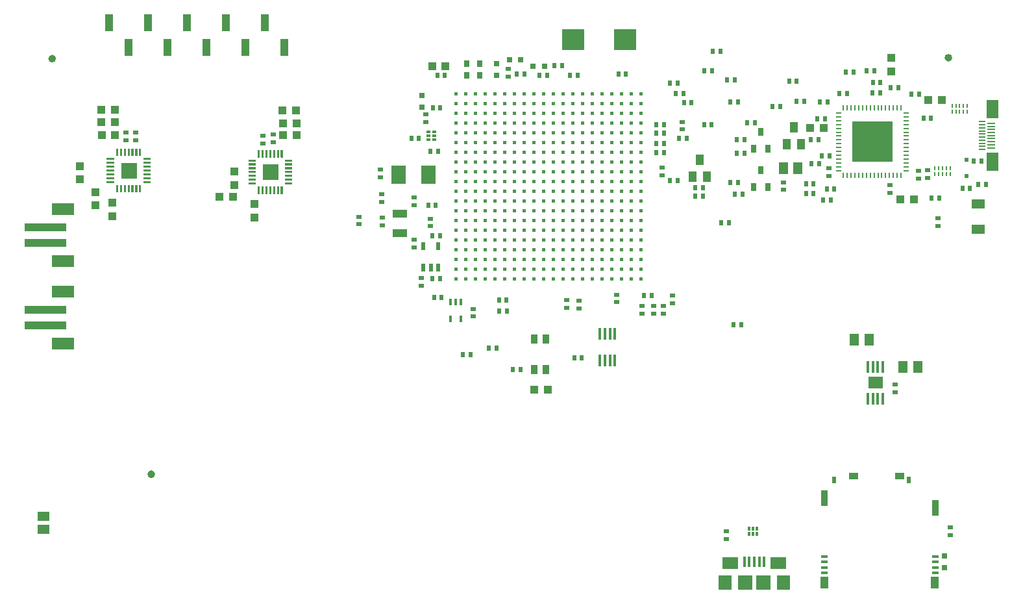
<source format=gbr>
%TF.GenerationSoftware,KiCad,Pcbnew,(5.1.10)-1*%
%TF.CreationDate,2022-03-17T16:17:32-06:00*%
%TF.ProjectId,BeagleBone_Black_Wireless,42656167-6c65-4426-9f6e-655f426c6163,rev?*%
%TF.SameCoordinates,Original*%
%TF.FileFunction,Paste,Top*%
%TF.FilePolarity,Positive*%
%FSLAX46Y46*%
G04 Gerber Fmt 4.6, Leading zero omitted, Abs format (unit mm)*
G04 Created by KiCad (PCBNEW (5.1.10)-1) date 2022-03-17 16:17:32*
%MOMM*%
%LPD*%
G01*
G04 APERTURE LIST*
%ADD10C,0.010000*%
%ADD11R,3.000000X1.600000*%
%ADD12R,5.500000X1.000000*%
%ADD13R,1.020000X2.190000*%
%ADD14R,0.700000X0.500000*%
%ADD15R,1.050000X1.080000*%
%ADD16R,1.080000X1.050000*%
%ADD17R,1.524000X2.413000*%
%ADD18R,0.849884X0.230125*%
%ADD19R,0.999743X0.230125*%
%ADD20R,1.500000X1.300000*%
%ADD21R,0.400000X1.350000*%
%ADD22R,1.800000X1.900000*%
%ADD23R,1.900000X1.900000*%
%ADD24R,2.100000X1.600000*%
%ADD25R,1.200000X0.950000*%
%ADD26R,0.500000X0.900000*%
%ADD27R,0.900000X2.000000*%
%ADD28R,0.900000X0.450000*%
%ADD29R,1.100000X1.500000*%
%ADD30R,0.800000X0.800000*%
%ADD31R,1.000000X1.400000*%
%ADD32R,0.900000X1.200000*%
%ADD33R,0.500000X0.700000*%
%ADD34R,1.900000X2.400000*%
%ADD35R,1.900000X1.100000*%
%ADD36R,0.650000X0.850000*%
%ADD37R,0.490000X0.300000*%
%ADD38R,0.520000X0.300000*%
%ADD39R,0.300000X0.490000*%
%ADD40R,0.300000X0.520000*%
%ADD41R,0.300000X1.600000*%
%ADD42R,1.890000X1.570000*%
%ADD43R,0.400000X1.600000*%
%ADD44R,0.275000X0.700000*%
%ADD45R,0.700000X0.275000*%
%ADD46R,5.250000X5.250000*%
%ADD47R,0.200000X0.475000*%
%ADD48R,0.700000X1.000000*%
%ADD49R,0.600000X1.100000*%
%ADD50R,0.400000X0.900000*%
%ADD51R,1.300000X1.500000*%
%ADD52R,1.800000X1.200000*%
%ADD53R,0.500000X0.500000*%
%ADD54R,2.950000X2.700000*%
G04 APERTURE END LIST*
D10*
%TO.C,U2*%
G36*
X64570000Y-61995000D02*
G01*
X66530000Y-61995000D01*
X66530000Y-63955000D01*
X64570000Y-63955000D01*
X64570000Y-61995000D01*
G37*
X64570000Y-61995000D02*
X66530000Y-61995000D01*
X66530000Y-63955000D01*
X64570000Y-63955000D01*
X64570000Y-61995000D01*
%TO.C,U1*%
G36*
X83045000Y-62195000D02*
G01*
X85005000Y-62195000D01*
X85005000Y-64155000D01*
X83045000Y-64155000D01*
X83045000Y-62195000D01*
G37*
X83045000Y-62195000D02*
X85005000Y-62195000D01*
X85005000Y-64155000D01*
X83045000Y-64155000D01*
X83045000Y-62195000D01*
%TD*%
%TO.C,U2*%
G36*
G01*
X67445000Y-61601900D02*
X67445000Y-61348100D01*
G75*
G02*
X67453100Y-61340000I8100J0D01*
G01*
X68396900Y-61340000D01*
G75*
G02*
X68405000Y-61348100I0J-8100D01*
G01*
X68405000Y-61601900D01*
G75*
G02*
X68396900Y-61610000I-8100J0D01*
G01*
X67453100Y-61610000D01*
G75*
G02*
X67445000Y-61601900I0J8100D01*
G01*
G37*
G36*
G01*
X67445000Y-62101900D02*
X67445000Y-61848100D01*
G75*
G02*
X67453100Y-61840000I8100J0D01*
G01*
X68396900Y-61840000D01*
G75*
G02*
X68405000Y-61848100I0J-8100D01*
G01*
X68405000Y-62101900D01*
G75*
G02*
X68396900Y-62110000I-8100J0D01*
G01*
X67453100Y-62110000D01*
G75*
G02*
X67445000Y-62101900I0J8100D01*
G01*
G37*
G36*
G01*
X67445000Y-62601900D02*
X67445000Y-62348100D01*
G75*
G02*
X67453100Y-62340000I8100J0D01*
G01*
X68396900Y-62340000D01*
G75*
G02*
X68405000Y-62348100I0J-8100D01*
G01*
X68405000Y-62601900D01*
G75*
G02*
X68396900Y-62610000I-8100J0D01*
G01*
X67453100Y-62610000D01*
G75*
G02*
X67445000Y-62601900I0J8100D01*
G01*
G37*
G36*
G01*
X67445000Y-63101900D02*
X67445000Y-62848100D01*
G75*
G02*
X67453100Y-62840000I8100J0D01*
G01*
X68396900Y-62840000D01*
G75*
G02*
X68405000Y-62848100I0J-8100D01*
G01*
X68405000Y-63101900D01*
G75*
G02*
X68396900Y-63110000I-8100J0D01*
G01*
X67453100Y-63110000D01*
G75*
G02*
X67445000Y-63101900I0J8100D01*
G01*
G37*
G36*
G01*
X67445000Y-63601900D02*
X67445000Y-63348100D01*
G75*
G02*
X67453100Y-63340000I8100J0D01*
G01*
X68396900Y-63340000D01*
G75*
G02*
X68405000Y-63348100I0J-8100D01*
G01*
X68405000Y-63601900D01*
G75*
G02*
X68396900Y-63610000I-8100J0D01*
G01*
X67453100Y-63610000D01*
G75*
G02*
X67445000Y-63601900I0J8100D01*
G01*
G37*
G36*
G01*
X67445000Y-64101900D02*
X67445000Y-63848100D01*
G75*
G02*
X67453100Y-63840000I8100J0D01*
G01*
X68396900Y-63840000D01*
G75*
G02*
X68405000Y-63848100I0J-8100D01*
G01*
X68405000Y-64101900D01*
G75*
G02*
X68396900Y-64110000I-8100J0D01*
G01*
X67453100Y-64110000D01*
G75*
G02*
X67445000Y-64101900I0J8100D01*
G01*
G37*
G36*
G01*
X67445000Y-64601900D02*
X67445000Y-64348100D01*
G75*
G02*
X67453100Y-64340000I8100J0D01*
G01*
X68396900Y-64340000D01*
G75*
G02*
X68405000Y-64348100I0J-8100D01*
G01*
X68405000Y-64601900D01*
G75*
G02*
X68396900Y-64610000I-8100J0D01*
G01*
X67453100Y-64610000D01*
G75*
G02*
X67445000Y-64601900I0J8100D01*
G01*
G37*
G36*
G01*
X62695000Y-64601900D02*
X62695000Y-64348100D01*
G75*
G02*
X62703100Y-64340000I8100J0D01*
G01*
X63646900Y-64340000D01*
G75*
G02*
X63655000Y-64348100I0J-8100D01*
G01*
X63655000Y-64601900D01*
G75*
G02*
X63646900Y-64610000I-8100J0D01*
G01*
X62703100Y-64610000D01*
G75*
G02*
X62695000Y-64601900I0J8100D01*
G01*
G37*
G36*
G01*
X62695000Y-64101900D02*
X62695000Y-63848100D01*
G75*
G02*
X62703100Y-63840000I8100J0D01*
G01*
X63646900Y-63840000D01*
G75*
G02*
X63655000Y-63848100I0J-8100D01*
G01*
X63655000Y-64101900D01*
G75*
G02*
X63646900Y-64110000I-8100J0D01*
G01*
X62703100Y-64110000D01*
G75*
G02*
X62695000Y-64101900I0J8100D01*
G01*
G37*
G36*
G01*
X62695000Y-63601900D02*
X62695000Y-63348100D01*
G75*
G02*
X62703100Y-63340000I8100J0D01*
G01*
X63646900Y-63340000D01*
G75*
G02*
X63655000Y-63348100I0J-8100D01*
G01*
X63655000Y-63601900D01*
G75*
G02*
X63646900Y-63610000I-8100J0D01*
G01*
X62703100Y-63610000D01*
G75*
G02*
X62695000Y-63601900I0J8100D01*
G01*
G37*
G36*
G01*
X62695000Y-63101900D02*
X62695000Y-62848100D01*
G75*
G02*
X62703100Y-62840000I8100J0D01*
G01*
X63646900Y-62840000D01*
G75*
G02*
X63655000Y-62848100I0J-8100D01*
G01*
X63655000Y-63101900D01*
G75*
G02*
X63646900Y-63110000I-8100J0D01*
G01*
X62703100Y-63110000D01*
G75*
G02*
X62695000Y-63101900I0J8100D01*
G01*
G37*
G36*
G01*
X62695000Y-62601900D02*
X62695000Y-62348100D01*
G75*
G02*
X62703100Y-62340000I8100J0D01*
G01*
X63646900Y-62340000D01*
G75*
G02*
X63655000Y-62348100I0J-8100D01*
G01*
X63655000Y-62601900D01*
G75*
G02*
X63646900Y-62610000I-8100J0D01*
G01*
X62703100Y-62610000D01*
G75*
G02*
X62695000Y-62601900I0J8100D01*
G01*
G37*
G36*
G01*
X62695000Y-62101900D02*
X62695000Y-61848100D01*
G75*
G02*
X62703100Y-61840000I8100J0D01*
G01*
X63646900Y-61840000D01*
G75*
G02*
X63655000Y-61848100I0J-8100D01*
G01*
X63655000Y-62101900D01*
G75*
G02*
X63646900Y-62110000I-8100J0D01*
G01*
X62703100Y-62110000D01*
G75*
G02*
X62695000Y-62101900I0J8100D01*
G01*
G37*
G36*
G01*
X62695000Y-61601900D02*
X62695000Y-61348100D01*
G75*
G02*
X62703100Y-61340000I8100J0D01*
G01*
X63646900Y-61340000D01*
G75*
G02*
X63655000Y-61348100I0J-8100D01*
G01*
X63655000Y-61601900D01*
G75*
G02*
X63646900Y-61610000I-8100J0D01*
G01*
X62703100Y-61610000D01*
G75*
G02*
X62695000Y-61601900I0J8100D01*
G01*
G37*
G36*
G01*
X64176900Y-61080000D02*
X63923100Y-61080000D01*
G75*
G02*
X63915000Y-61071900I0J8100D01*
G01*
X63915000Y-60128100D01*
G75*
G02*
X63923100Y-60120000I8100J0D01*
G01*
X64176900Y-60120000D01*
G75*
G02*
X64185000Y-60128100I0J-8100D01*
G01*
X64185000Y-61071900D01*
G75*
G02*
X64176900Y-61080000I-8100J0D01*
G01*
G37*
G36*
G01*
X64676900Y-61080000D02*
X64423100Y-61080000D01*
G75*
G02*
X64415000Y-61071900I0J8100D01*
G01*
X64415000Y-60128100D01*
G75*
G02*
X64423100Y-60120000I8100J0D01*
G01*
X64676900Y-60120000D01*
G75*
G02*
X64685000Y-60128100I0J-8100D01*
G01*
X64685000Y-61071900D01*
G75*
G02*
X64676900Y-61080000I-8100J0D01*
G01*
G37*
G36*
G01*
X65176900Y-61080000D02*
X64923100Y-61080000D01*
G75*
G02*
X64915000Y-61071900I0J8100D01*
G01*
X64915000Y-60128100D01*
G75*
G02*
X64923100Y-60120000I8100J0D01*
G01*
X65176900Y-60120000D01*
G75*
G02*
X65185000Y-60128100I0J-8100D01*
G01*
X65185000Y-61071900D01*
G75*
G02*
X65176900Y-61080000I-8100J0D01*
G01*
G37*
G36*
G01*
X65676900Y-61080000D02*
X65423100Y-61080000D01*
G75*
G02*
X65415000Y-61071900I0J8100D01*
G01*
X65415000Y-60128100D01*
G75*
G02*
X65423100Y-60120000I8100J0D01*
G01*
X65676900Y-60120000D01*
G75*
G02*
X65685000Y-60128100I0J-8100D01*
G01*
X65685000Y-61071900D01*
G75*
G02*
X65676900Y-61080000I-8100J0D01*
G01*
G37*
G36*
G01*
X66176900Y-61080000D02*
X65923100Y-61080000D01*
G75*
G02*
X65915000Y-61071900I0J8100D01*
G01*
X65915000Y-60128100D01*
G75*
G02*
X65923100Y-60120000I8100J0D01*
G01*
X66176900Y-60120000D01*
G75*
G02*
X66185000Y-60128100I0J-8100D01*
G01*
X66185000Y-61071900D01*
G75*
G02*
X66176900Y-61080000I-8100J0D01*
G01*
G37*
G36*
G01*
X66676900Y-61080000D02*
X66423100Y-61080000D01*
G75*
G02*
X66415000Y-61071900I0J8100D01*
G01*
X66415000Y-60128100D01*
G75*
G02*
X66423100Y-60120000I8100J0D01*
G01*
X66676900Y-60120000D01*
G75*
G02*
X66685000Y-60128100I0J-8100D01*
G01*
X66685000Y-61071900D01*
G75*
G02*
X66676900Y-61080000I-8100J0D01*
G01*
G37*
G36*
G01*
X67176900Y-61080000D02*
X66923100Y-61080000D01*
G75*
G02*
X66915000Y-61071900I0J8100D01*
G01*
X66915000Y-60128100D01*
G75*
G02*
X66923100Y-60120000I8100J0D01*
G01*
X67176900Y-60120000D01*
G75*
G02*
X67185000Y-60128100I0J-8100D01*
G01*
X67185000Y-61071900D01*
G75*
G02*
X67176900Y-61080000I-8100J0D01*
G01*
G37*
G36*
G01*
X67176900Y-65830000D02*
X66923100Y-65830000D01*
G75*
G02*
X66915000Y-65821900I0J8100D01*
G01*
X66915000Y-64878100D01*
G75*
G02*
X66923100Y-64870000I8100J0D01*
G01*
X67176900Y-64870000D01*
G75*
G02*
X67185000Y-64878100I0J-8100D01*
G01*
X67185000Y-65821900D01*
G75*
G02*
X67176900Y-65830000I-8100J0D01*
G01*
G37*
G36*
G01*
X66676900Y-65830000D02*
X66423100Y-65830000D01*
G75*
G02*
X66415000Y-65821900I0J8100D01*
G01*
X66415000Y-64878100D01*
G75*
G02*
X66423100Y-64870000I8100J0D01*
G01*
X66676900Y-64870000D01*
G75*
G02*
X66685000Y-64878100I0J-8100D01*
G01*
X66685000Y-65821900D01*
G75*
G02*
X66676900Y-65830000I-8100J0D01*
G01*
G37*
G36*
G01*
X66176900Y-65830000D02*
X65923100Y-65830000D01*
G75*
G02*
X65915000Y-65821900I0J8100D01*
G01*
X65915000Y-64878100D01*
G75*
G02*
X65923100Y-64870000I8100J0D01*
G01*
X66176900Y-64870000D01*
G75*
G02*
X66185000Y-64878100I0J-8100D01*
G01*
X66185000Y-65821900D01*
G75*
G02*
X66176900Y-65830000I-8100J0D01*
G01*
G37*
G36*
G01*
X65676900Y-65830000D02*
X65423100Y-65830000D01*
G75*
G02*
X65415000Y-65821900I0J8100D01*
G01*
X65415000Y-64878100D01*
G75*
G02*
X65423100Y-64870000I8100J0D01*
G01*
X65676900Y-64870000D01*
G75*
G02*
X65685000Y-64878100I0J-8100D01*
G01*
X65685000Y-65821900D01*
G75*
G02*
X65676900Y-65830000I-8100J0D01*
G01*
G37*
G36*
G01*
X65176900Y-65830000D02*
X64923100Y-65830000D01*
G75*
G02*
X64915000Y-65821900I0J8100D01*
G01*
X64915000Y-64878100D01*
G75*
G02*
X64923100Y-64870000I8100J0D01*
G01*
X65176900Y-64870000D01*
G75*
G02*
X65185000Y-64878100I0J-8100D01*
G01*
X65185000Y-65821900D01*
G75*
G02*
X65176900Y-65830000I-8100J0D01*
G01*
G37*
G36*
G01*
X64676900Y-65830000D02*
X64423100Y-65830000D01*
G75*
G02*
X64415000Y-65821900I0J8100D01*
G01*
X64415000Y-64878100D01*
G75*
G02*
X64423100Y-64870000I8100J0D01*
G01*
X64676900Y-64870000D01*
G75*
G02*
X64685000Y-64878100I0J-8100D01*
G01*
X64685000Y-65821900D01*
G75*
G02*
X64676900Y-65830000I-8100J0D01*
G01*
G37*
G36*
G01*
X64176900Y-65830000D02*
X63923100Y-65830000D01*
G75*
G02*
X63915000Y-65821900I0J8100D01*
G01*
X63915000Y-64878100D01*
G75*
G02*
X63923100Y-64870000I8100J0D01*
G01*
X64176900Y-64870000D01*
G75*
G02*
X64185000Y-64878100I0J-8100D01*
G01*
X64185000Y-65821900D01*
G75*
G02*
X64176900Y-65830000I-8100J0D01*
G01*
G37*
%TD*%
%TO.C,U1*%
G36*
G01*
X85920000Y-61801900D02*
X85920000Y-61548100D01*
G75*
G02*
X85928100Y-61540000I8100J0D01*
G01*
X86871900Y-61540000D01*
G75*
G02*
X86880000Y-61548100I0J-8100D01*
G01*
X86880000Y-61801900D01*
G75*
G02*
X86871900Y-61810000I-8100J0D01*
G01*
X85928100Y-61810000D01*
G75*
G02*
X85920000Y-61801900I0J8100D01*
G01*
G37*
G36*
G01*
X85920000Y-62301900D02*
X85920000Y-62048100D01*
G75*
G02*
X85928100Y-62040000I8100J0D01*
G01*
X86871900Y-62040000D01*
G75*
G02*
X86880000Y-62048100I0J-8100D01*
G01*
X86880000Y-62301900D01*
G75*
G02*
X86871900Y-62310000I-8100J0D01*
G01*
X85928100Y-62310000D01*
G75*
G02*
X85920000Y-62301900I0J8100D01*
G01*
G37*
G36*
G01*
X85920000Y-62801900D02*
X85920000Y-62548100D01*
G75*
G02*
X85928100Y-62540000I8100J0D01*
G01*
X86871900Y-62540000D01*
G75*
G02*
X86880000Y-62548100I0J-8100D01*
G01*
X86880000Y-62801900D01*
G75*
G02*
X86871900Y-62810000I-8100J0D01*
G01*
X85928100Y-62810000D01*
G75*
G02*
X85920000Y-62801900I0J8100D01*
G01*
G37*
G36*
G01*
X85920000Y-63301900D02*
X85920000Y-63048100D01*
G75*
G02*
X85928100Y-63040000I8100J0D01*
G01*
X86871900Y-63040000D01*
G75*
G02*
X86880000Y-63048100I0J-8100D01*
G01*
X86880000Y-63301900D01*
G75*
G02*
X86871900Y-63310000I-8100J0D01*
G01*
X85928100Y-63310000D01*
G75*
G02*
X85920000Y-63301900I0J8100D01*
G01*
G37*
G36*
G01*
X85920000Y-63801900D02*
X85920000Y-63548100D01*
G75*
G02*
X85928100Y-63540000I8100J0D01*
G01*
X86871900Y-63540000D01*
G75*
G02*
X86880000Y-63548100I0J-8100D01*
G01*
X86880000Y-63801900D01*
G75*
G02*
X86871900Y-63810000I-8100J0D01*
G01*
X85928100Y-63810000D01*
G75*
G02*
X85920000Y-63801900I0J8100D01*
G01*
G37*
G36*
G01*
X85920000Y-64301900D02*
X85920000Y-64048100D01*
G75*
G02*
X85928100Y-64040000I8100J0D01*
G01*
X86871900Y-64040000D01*
G75*
G02*
X86880000Y-64048100I0J-8100D01*
G01*
X86880000Y-64301900D01*
G75*
G02*
X86871900Y-64310000I-8100J0D01*
G01*
X85928100Y-64310000D01*
G75*
G02*
X85920000Y-64301900I0J8100D01*
G01*
G37*
G36*
G01*
X85920000Y-64801900D02*
X85920000Y-64548100D01*
G75*
G02*
X85928100Y-64540000I8100J0D01*
G01*
X86871900Y-64540000D01*
G75*
G02*
X86880000Y-64548100I0J-8100D01*
G01*
X86880000Y-64801900D01*
G75*
G02*
X86871900Y-64810000I-8100J0D01*
G01*
X85928100Y-64810000D01*
G75*
G02*
X85920000Y-64801900I0J8100D01*
G01*
G37*
G36*
G01*
X81170000Y-64801900D02*
X81170000Y-64548100D01*
G75*
G02*
X81178100Y-64540000I8100J0D01*
G01*
X82121900Y-64540000D01*
G75*
G02*
X82130000Y-64548100I0J-8100D01*
G01*
X82130000Y-64801900D01*
G75*
G02*
X82121900Y-64810000I-8100J0D01*
G01*
X81178100Y-64810000D01*
G75*
G02*
X81170000Y-64801900I0J8100D01*
G01*
G37*
G36*
G01*
X81170000Y-64301900D02*
X81170000Y-64048100D01*
G75*
G02*
X81178100Y-64040000I8100J0D01*
G01*
X82121900Y-64040000D01*
G75*
G02*
X82130000Y-64048100I0J-8100D01*
G01*
X82130000Y-64301900D01*
G75*
G02*
X82121900Y-64310000I-8100J0D01*
G01*
X81178100Y-64310000D01*
G75*
G02*
X81170000Y-64301900I0J8100D01*
G01*
G37*
G36*
G01*
X81170000Y-63801900D02*
X81170000Y-63548100D01*
G75*
G02*
X81178100Y-63540000I8100J0D01*
G01*
X82121900Y-63540000D01*
G75*
G02*
X82130000Y-63548100I0J-8100D01*
G01*
X82130000Y-63801900D01*
G75*
G02*
X82121900Y-63810000I-8100J0D01*
G01*
X81178100Y-63810000D01*
G75*
G02*
X81170000Y-63801900I0J8100D01*
G01*
G37*
G36*
G01*
X81170000Y-63301900D02*
X81170000Y-63048100D01*
G75*
G02*
X81178100Y-63040000I8100J0D01*
G01*
X82121900Y-63040000D01*
G75*
G02*
X82130000Y-63048100I0J-8100D01*
G01*
X82130000Y-63301900D01*
G75*
G02*
X82121900Y-63310000I-8100J0D01*
G01*
X81178100Y-63310000D01*
G75*
G02*
X81170000Y-63301900I0J8100D01*
G01*
G37*
G36*
G01*
X81170000Y-62801900D02*
X81170000Y-62548100D01*
G75*
G02*
X81178100Y-62540000I8100J0D01*
G01*
X82121900Y-62540000D01*
G75*
G02*
X82130000Y-62548100I0J-8100D01*
G01*
X82130000Y-62801900D01*
G75*
G02*
X82121900Y-62810000I-8100J0D01*
G01*
X81178100Y-62810000D01*
G75*
G02*
X81170000Y-62801900I0J8100D01*
G01*
G37*
G36*
G01*
X81170000Y-62301900D02*
X81170000Y-62048100D01*
G75*
G02*
X81178100Y-62040000I8100J0D01*
G01*
X82121900Y-62040000D01*
G75*
G02*
X82130000Y-62048100I0J-8100D01*
G01*
X82130000Y-62301900D01*
G75*
G02*
X82121900Y-62310000I-8100J0D01*
G01*
X81178100Y-62310000D01*
G75*
G02*
X81170000Y-62301900I0J8100D01*
G01*
G37*
G36*
G01*
X81170000Y-61801900D02*
X81170000Y-61548100D01*
G75*
G02*
X81178100Y-61540000I8100J0D01*
G01*
X82121900Y-61540000D01*
G75*
G02*
X82130000Y-61548100I0J-8100D01*
G01*
X82130000Y-61801900D01*
G75*
G02*
X82121900Y-61810000I-8100J0D01*
G01*
X81178100Y-61810000D01*
G75*
G02*
X81170000Y-61801900I0J8100D01*
G01*
G37*
G36*
G01*
X82651900Y-61280000D02*
X82398100Y-61280000D01*
G75*
G02*
X82390000Y-61271900I0J8100D01*
G01*
X82390000Y-60328100D01*
G75*
G02*
X82398100Y-60320000I8100J0D01*
G01*
X82651900Y-60320000D01*
G75*
G02*
X82660000Y-60328100I0J-8100D01*
G01*
X82660000Y-61271900D01*
G75*
G02*
X82651900Y-61280000I-8100J0D01*
G01*
G37*
G36*
G01*
X83151900Y-61280000D02*
X82898100Y-61280000D01*
G75*
G02*
X82890000Y-61271900I0J8100D01*
G01*
X82890000Y-60328100D01*
G75*
G02*
X82898100Y-60320000I8100J0D01*
G01*
X83151900Y-60320000D01*
G75*
G02*
X83160000Y-60328100I0J-8100D01*
G01*
X83160000Y-61271900D01*
G75*
G02*
X83151900Y-61280000I-8100J0D01*
G01*
G37*
G36*
G01*
X83651900Y-61280000D02*
X83398100Y-61280000D01*
G75*
G02*
X83390000Y-61271900I0J8100D01*
G01*
X83390000Y-60328100D01*
G75*
G02*
X83398100Y-60320000I8100J0D01*
G01*
X83651900Y-60320000D01*
G75*
G02*
X83660000Y-60328100I0J-8100D01*
G01*
X83660000Y-61271900D01*
G75*
G02*
X83651900Y-61280000I-8100J0D01*
G01*
G37*
G36*
G01*
X84151900Y-61280000D02*
X83898100Y-61280000D01*
G75*
G02*
X83890000Y-61271900I0J8100D01*
G01*
X83890000Y-60328100D01*
G75*
G02*
X83898100Y-60320000I8100J0D01*
G01*
X84151900Y-60320000D01*
G75*
G02*
X84160000Y-60328100I0J-8100D01*
G01*
X84160000Y-61271900D01*
G75*
G02*
X84151900Y-61280000I-8100J0D01*
G01*
G37*
G36*
G01*
X84651900Y-61280000D02*
X84398100Y-61280000D01*
G75*
G02*
X84390000Y-61271900I0J8100D01*
G01*
X84390000Y-60328100D01*
G75*
G02*
X84398100Y-60320000I8100J0D01*
G01*
X84651900Y-60320000D01*
G75*
G02*
X84660000Y-60328100I0J-8100D01*
G01*
X84660000Y-61271900D01*
G75*
G02*
X84651900Y-61280000I-8100J0D01*
G01*
G37*
G36*
G01*
X85151900Y-61280000D02*
X84898100Y-61280000D01*
G75*
G02*
X84890000Y-61271900I0J8100D01*
G01*
X84890000Y-60328100D01*
G75*
G02*
X84898100Y-60320000I8100J0D01*
G01*
X85151900Y-60320000D01*
G75*
G02*
X85160000Y-60328100I0J-8100D01*
G01*
X85160000Y-61271900D01*
G75*
G02*
X85151900Y-61280000I-8100J0D01*
G01*
G37*
G36*
G01*
X85651900Y-61280000D02*
X85398100Y-61280000D01*
G75*
G02*
X85390000Y-61271900I0J8100D01*
G01*
X85390000Y-60328100D01*
G75*
G02*
X85398100Y-60320000I8100J0D01*
G01*
X85651900Y-60320000D01*
G75*
G02*
X85660000Y-60328100I0J-8100D01*
G01*
X85660000Y-61271900D01*
G75*
G02*
X85651900Y-61280000I-8100J0D01*
G01*
G37*
G36*
G01*
X85651900Y-66030000D02*
X85398100Y-66030000D01*
G75*
G02*
X85390000Y-66021900I0J8100D01*
G01*
X85390000Y-65078100D01*
G75*
G02*
X85398100Y-65070000I8100J0D01*
G01*
X85651900Y-65070000D01*
G75*
G02*
X85660000Y-65078100I0J-8100D01*
G01*
X85660000Y-66021900D01*
G75*
G02*
X85651900Y-66030000I-8100J0D01*
G01*
G37*
G36*
G01*
X85151900Y-66030000D02*
X84898100Y-66030000D01*
G75*
G02*
X84890000Y-66021900I0J8100D01*
G01*
X84890000Y-65078100D01*
G75*
G02*
X84898100Y-65070000I8100J0D01*
G01*
X85151900Y-65070000D01*
G75*
G02*
X85160000Y-65078100I0J-8100D01*
G01*
X85160000Y-66021900D01*
G75*
G02*
X85151900Y-66030000I-8100J0D01*
G01*
G37*
G36*
G01*
X84651900Y-66030000D02*
X84398100Y-66030000D01*
G75*
G02*
X84390000Y-66021900I0J8100D01*
G01*
X84390000Y-65078100D01*
G75*
G02*
X84398100Y-65070000I8100J0D01*
G01*
X84651900Y-65070000D01*
G75*
G02*
X84660000Y-65078100I0J-8100D01*
G01*
X84660000Y-66021900D01*
G75*
G02*
X84651900Y-66030000I-8100J0D01*
G01*
G37*
G36*
G01*
X84151900Y-66030000D02*
X83898100Y-66030000D01*
G75*
G02*
X83890000Y-66021900I0J8100D01*
G01*
X83890000Y-65078100D01*
G75*
G02*
X83898100Y-65070000I8100J0D01*
G01*
X84151900Y-65070000D01*
G75*
G02*
X84160000Y-65078100I0J-8100D01*
G01*
X84160000Y-66021900D01*
G75*
G02*
X84151900Y-66030000I-8100J0D01*
G01*
G37*
G36*
G01*
X83651900Y-66030000D02*
X83398100Y-66030000D01*
G75*
G02*
X83390000Y-66021900I0J8100D01*
G01*
X83390000Y-65078100D01*
G75*
G02*
X83398100Y-65070000I8100J0D01*
G01*
X83651900Y-65070000D01*
G75*
G02*
X83660000Y-65078100I0J-8100D01*
G01*
X83660000Y-66021900D01*
G75*
G02*
X83651900Y-66030000I-8100J0D01*
G01*
G37*
G36*
G01*
X83151900Y-66030000D02*
X82898100Y-66030000D01*
G75*
G02*
X82890000Y-66021900I0J8100D01*
G01*
X82890000Y-65078100D01*
G75*
G02*
X82898100Y-65070000I8100J0D01*
G01*
X83151900Y-65070000D01*
G75*
G02*
X83160000Y-65078100I0J-8100D01*
G01*
X83160000Y-66021900D01*
G75*
G02*
X83151900Y-66030000I-8100J0D01*
G01*
G37*
G36*
G01*
X82651900Y-66030000D02*
X82398100Y-66030000D01*
G75*
G02*
X82390000Y-66021900I0J8100D01*
G01*
X82390000Y-65078100D01*
G75*
G02*
X82398100Y-65070000I8100J0D01*
G01*
X82651900Y-65070000D01*
G75*
G02*
X82660000Y-65078100I0J-8100D01*
G01*
X82660000Y-66021900D01*
G75*
G02*
X82651900Y-66030000I-8100J0D01*
G01*
G37*
%TD*%
D11*
%TO.C,P2*%
X56950000Y-78725000D03*
X56950000Y-85525000D03*
D12*
X54700000Y-83125000D03*
X54700000Y-81125000D03*
%TD*%
D11*
%TO.C,P1*%
X56950000Y-67975000D03*
X56950000Y-74775000D03*
D12*
X54700000Y-72375000D03*
X54700000Y-70375000D03*
%TD*%
D13*
%TO.C,J3*%
X65560000Y-46905000D03*
X70640000Y-46905000D03*
X75720000Y-46905000D03*
X80800000Y-46905000D03*
X85880000Y-46905000D03*
X83340000Y-43695000D03*
X78260000Y-43695000D03*
X73180000Y-43695000D03*
X68100000Y-43695000D03*
X63020000Y-43695000D03*
%TD*%
D14*
%TO.C,R6*%
X65175000Y-58025000D03*
X65175000Y-59025000D03*
%TD*%
%TO.C,R5*%
X66500000Y-58050000D03*
X66500000Y-59050000D03*
%TD*%
%TO.C,R2*%
X83025000Y-58425000D03*
X83025000Y-59425000D03*
%TD*%
%TO.C,R1*%
X84400000Y-58300000D03*
X84400000Y-59300000D03*
%TD*%
D15*
%TO.C,C41*%
X85600000Y-55100000D03*
X87350000Y-55100000D03*
%TD*%
%TO.C,C40*%
X63775000Y-58375000D03*
X62025000Y-58375000D03*
%TD*%
%TO.C,C39*%
X85725000Y-56800000D03*
X87475000Y-56800000D03*
%TD*%
D16*
%TO.C,C37*%
X59200000Y-64150000D03*
X59200000Y-62400000D03*
%TD*%
%TO.C,C36*%
X61250000Y-65775000D03*
X61250000Y-67525000D03*
%TD*%
%TO.C,C35*%
X63400000Y-67150000D03*
X63400000Y-68900000D03*
%TD*%
D15*
%TO.C,C27*%
X63750000Y-55025000D03*
X62000000Y-55025000D03*
%TD*%
%TO.C,C24*%
X63750000Y-56675000D03*
X62000000Y-56675000D03*
%TD*%
%TO.C,C21*%
X85725000Y-58400000D03*
X87475000Y-58400000D03*
%TD*%
%TO.C,C17*%
X79175000Y-66375000D03*
X77425000Y-66375000D03*
%TD*%
D16*
%TO.C,C15*%
X81975000Y-67350000D03*
X81975000Y-69100000D03*
%TD*%
%TO.C,C19*%
X79325000Y-64875000D03*
X79325000Y-63125000D03*
%TD*%
%TO.C,IC1*%
G36*
G01*
X108254800Y-77364400D02*
X108254800Y-77364400D01*
G75*
G02*
X108004800Y-77114400I0J250000D01*
G01*
X108004800Y-77114400D01*
G75*
G02*
X108254800Y-76864400I250000J0D01*
G01*
X108254800Y-76864400D01*
G75*
G02*
X108504800Y-77114400I0J-250000D01*
G01*
X108504800Y-77114400D01*
G75*
G02*
X108254800Y-77364400I-250000J0D01*
G01*
G37*
G36*
G01*
X108254800Y-76094400D02*
X108254800Y-76094400D01*
G75*
G02*
X108004800Y-75844400I0J250000D01*
G01*
X108004800Y-75844400D01*
G75*
G02*
X108254800Y-75594400I250000J0D01*
G01*
X108254800Y-75594400D01*
G75*
G02*
X108504800Y-75844400I0J-250000D01*
G01*
X108504800Y-75844400D01*
G75*
G02*
X108254800Y-76094400I-250000J0D01*
G01*
G37*
G36*
G01*
X108254800Y-74824400D02*
X108254800Y-74824400D01*
G75*
G02*
X108004800Y-74574400I0J250000D01*
G01*
X108004800Y-74574400D01*
G75*
G02*
X108254800Y-74324400I250000J0D01*
G01*
X108254800Y-74324400D01*
G75*
G02*
X108504800Y-74574400I0J-250000D01*
G01*
X108504800Y-74574400D01*
G75*
G02*
X108254800Y-74824400I-250000J0D01*
G01*
G37*
G36*
G01*
X108254800Y-73554400D02*
X108254800Y-73554400D01*
G75*
G02*
X108004800Y-73304400I0J250000D01*
G01*
X108004800Y-73304400D01*
G75*
G02*
X108254800Y-73054400I250000J0D01*
G01*
X108254800Y-73054400D01*
G75*
G02*
X108504800Y-73304400I0J-250000D01*
G01*
X108504800Y-73304400D01*
G75*
G02*
X108254800Y-73554400I-250000J0D01*
G01*
G37*
G36*
G01*
X108254800Y-72284400D02*
X108254800Y-72284400D01*
G75*
G02*
X108004800Y-72034400I0J250000D01*
G01*
X108004800Y-72034400D01*
G75*
G02*
X108254800Y-71784400I250000J0D01*
G01*
X108254800Y-71784400D01*
G75*
G02*
X108504800Y-72034400I0J-250000D01*
G01*
X108504800Y-72034400D01*
G75*
G02*
X108254800Y-72284400I-250000J0D01*
G01*
G37*
G36*
G01*
X108254800Y-71014400D02*
X108254800Y-71014400D01*
G75*
G02*
X108004800Y-70764400I0J250000D01*
G01*
X108004800Y-70764400D01*
G75*
G02*
X108254800Y-70514400I250000J0D01*
G01*
X108254800Y-70514400D01*
G75*
G02*
X108504800Y-70764400I0J-250000D01*
G01*
X108504800Y-70764400D01*
G75*
G02*
X108254800Y-71014400I-250000J0D01*
G01*
G37*
G36*
G01*
X108254800Y-69744400D02*
X108254800Y-69744400D01*
G75*
G02*
X108004800Y-69494400I0J250000D01*
G01*
X108004800Y-69494400D01*
G75*
G02*
X108254800Y-69244400I250000J0D01*
G01*
X108254800Y-69244400D01*
G75*
G02*
X108504800Y-69494400I0J-250000D01*
G01*
X108504800Y-69494400D01*
G75*
G02*
X108254800Y-69744400I-250000J0D01*
G01*
G37*
G36*
G01*
X108254800Y-68474400D02*
X108254800Y-68474400D01*
G75*
G02*
X108004800Y-68224400I0J250000D01*
G01*
X108004800Y-68224400D01*
G75*
G02*
X108254800Y-67974400I250000J0D01*
G01*
X108254800Y-67974400D01*
G75*
G02*
X108504800Y-68224400I0J-250000D01*
G01*
X108504800Y-68224400D01*
G75*
G02*
X108254800Y-68474400I-250000J0D01*
G01*
G37*
G36*
G01*
X108254800Y-67204400D02*
X108254800Y-67204400D01*
G75*
G02*
X108004800Y-66954400I0J250000D01*
G01*
X108004800Y-66954400D01*
G75*
G02*
X108254800Y-66704400I250000J0D01*
G01*
X108254800Y-66704400D01*
G75*
G02*
X108504800Y-66954400I0J-250000D01*
G01*
X108504800Y-66954400D01*
G75*
G02*
X108254800Y-67204400I-250000J0D01*
G01*
G37*
G36*
G01*
X108254800Y-65934400D02*
X108254800Y-65934400D01*
G75*
G02*
X108004800Y-65684400I0J250000D01*
G01*
X108004800Y-65684400D01*
G75*
G02*
X108254800Y-65434400I250000J0D01*
G01*
X108254800Y-65434400D01*
G75*
G02*
X108504800Y-65684400I0J-250000D01*
G01*
X108504800Y-65684400D01*
G75*
G02*
X108254800Y-65934400I-250000J0D01*
G01*
G37*
G36*
G01*
X108254800Y-64664400D02*
X108254800Y-64664400D01*
G75*
G02*
X108004800Y-64414400I0J250000D01*
G01*
X108004800Y-64414400D01*
G75*
G02*
X108254800Y-64164400I250000J0D01*
G01*
X108254800Y-64164400D01*
G75*
G02*
X108504800Y-64414400I0J-250000D01*
G01*
X108504800Y-64414400D01*
G75*
G02*
X108254800Y-64664400I-250000J0D01*
G01*
G37*
G36*
G01*
X108254800Y-63394400D02*
X108254800Y-63394400D01*
G75*
G02*
X108004800Y-63144400I0J250000D01*
G01*
X108004800Y-63144400D01*
G75*
G02*
X108254800Y-62894400I250000J0D01*
G01*
X108254800Y-62894400D01*
G75*
G02*
X108504800Y-63144400I0J-250000D01*
G01*
X108504800Y-63144400D01*
G75*
G02*
X108254800Y-63394400I-250000J0D01*
G01*
G37*
G36*
G01*
X108254800Y-62124400D02*
X108254800Y-62124400D01*
G75*
G02*
X108004800Y-61874400I0J250000D01*
G01*
X108004800Y-61874400D01*
G75*
G02*
X108254800Y-61624400I250000J0D01*
G01*
X108254800Y-61624400D01*
G75*
G02*
X108504800Y-61874400I0J-250000D01*
G01*
X108504800Y-61874400D01*
G75*
G02*
X108254800Y-62124400I-250000J0D01*
G01*
G37*
G36*
G01*
X108254800Y-60854400D02*
X108254800Y-60854400D01*
G75*
G02*
X108004800Y-60604400I0J250000D01*
G01*
X108004800Y-60604400D01*
G75*
G02*
X108254800Y-60354400I250000J0D01*
G01*
X108254800Y-60354400D01*
G75*
G02*
X108504800Y-60604400I0J-250000D01*
G01*
X108504800Y-60604400D01*
G75*
G02*
X108254800Y-60854400I-250000J0D01*
G01*
G37*
G36*
G01*
X108254800Y-59584400D02*
X108254800Y-59584400D01*
G75*
G02*
X108004800Y-59334400I0J250000D01*
G01*
X108004800Y-59334400D01*
G75*
G02*
X108254800Y-59084400I250000J0D01*
G01*
X108254800Y-59084400D01*
G75*
G02*
X108504800Y-59334400I0J-250000D01*
G01*
X108504800Y-59334400D01*
G75*
G02*
X108254800Y-59584400I-250000J0D01*
G01*
G37*
G36*
G01*
X108254800Y-58314400D02*
X108254800Y-58314400D01*
G75*
G02*
X108004800Y-58064400I0J250000D01*
G01*
X108004800Y-58064400D01*
G75*
G02*
X108254800Y-57814400I250000J0D01*
G01*
X108254800Y-57814400D01*
G75*
G02*
X108504800Y-58064400I0J-250000D01*
G01*
X108504800Y-58064400D01*
G75*
G02*
X108254800Y-58314400I-250000J0D01*
G01*
G37*
G36*
G01*
X108254800Y-57044400D02*
X108254800Y-57044400D01*
G75*
G02*
X108004800Y-56794400I0J250000D01*
G01*
X108004800Y-56794400D01*
G75*
G02*
X108254800Y-56544400I250000J0D01*
G01*
X108254800Y-56544400D01*
G75*
G02*
X108504800Y-56794400I0J-250000D01*
G01*
X108504800Y-56794400D01*
G75*
G02*
X108254800Y-57044400I-250000J0D01*
G01*
G37*
G36*
G01*
X108254800Y-55774400D02*
X108254800Y-55774400D01*
G75*
G02*
X108004800Y-55524400I0J250000D01*
G01*
X108004800Y-55524400D01*
G75*
G02*
X108254800Y-55274400I250000J0D01*
G01*
X108254800Y-55274400D01*
G75*
G02*
X108504800Y-55524400I0J-250000D01*
G01*
X108504800Y-55524400D01*
G75*
G02*
X108254800Y-55774400I-250000J0D01*
G01*
G37*
G36*
G01*
X108254800Y-54504400D02*
X108254800Y-54504400D01*
G75*
G02*
X108004800Y-54254400I0J250000D01*
G01*
X108004800Y-54254400D01*
G75*
G02*
X108254800Y-54004400I250000J0D01*
G01*
X108254800Y-54004400D01*
G75*
G02*
X108504800Y-54254400I0J-250000D01*
G01*
X108504800Y-54254400D01*
G75*
G02*
X108254800Y-54504400I-250000J0D01*
G01*
G37*
G36*
G01*
X108254800Y-53234400D02*
X108254800Y-53234400D01*
G75*
G02*
X108004800Y-52984400I0J250000D01*
G01*
X108004800Y-52984400D01*
G75*
G02*
X108254800Y-52734400I250000J0D01*
G01*
X108254800Y-52734400D01*
G75*
G02*
X108504800Y-52984400I0J-250000D01*
G01*
X108504800Y-52984400D01*
G75*
G02*
X108254800Y-53234400I-250000J0D01*
G01*
G37*
G36*
G01*
X109524800Y-77364400D02*
X109524800Y-77364400D01*
G75*
G02*
X109274800Y-77114400I0J250000D01*
G01*
X109274800Y-77114400D01*
G75*
G02*
X109524800Y-76864400I250000J0D01*
G01*
X109524800Y-76864400D01*
G75*
G02*
X109774800Y-77114400I0J-250000D01*
G01*
X109774800Y-77114400D01*
G75*
G02*
X109524800Y-77364400I-250000J0D01*
G01*
G37*
G36*
G01*
X109524800Y-76094400D02*
X109524800Y-76094400D01*
G75*
G02*
X109274800Y-75844400I0J250000D01*
G01*
X109274800Y-75844400D01*
G75*
G02*
X109524800Y-75594400I250000J0D01*
G01*
X109524800Y-75594400D01*
G75*
G02*
X109774800Y-75844400I0J-250000D01*
G01*
X109774800Y-75844400D01*
G75*
G02*
X109524800Y-76094400I-250000J0D01*
G01*
G37*
G36*
G01*
X109524800Y-74824400D02*
X109524800Y-74824400D01*
G75*
G02*
X109274800Y-74574400I0J250000D01*
G01*
X109274800Y-74574400D01*
G75*
G02*
X109524800Y-74324400I250000J0D01*
G01*
X109524800Y-74324400D01*
G75*
G02*
X109774800Y-74574400I0J-250000D01*
G01*
X109774800Y-74574400D01*
G75*
G02*
X109524800Y-74824400I-250000J0D01*
G01*
G37*
G36*
G01*
X109524800Y-73554400D02*
X109524800Y-73554400D01*
G75*
G02*
X109274800Y-73304400I0J250000D01*
G01*
X109274800Y-73304400D01*
G75*
G02*
X109524800Y-73054400I250000J0D01*
G01*
X109524800Y-73054400D01*
G75*
G02*
X109774800Y-73304400I0J-250000D01*
G01*
X109774800Y-73304400D01*
G75*
G02*
X109524800Y-73554400I-250000J0D01*
G01*
G37*
G36*
G01*
X109524800Y-72284400D02*
X109524800Y-72284400D01*
G75*
G02*
X109274800Y-72034400I0J250000D01*
G01*
X109274800Y-72034400D01*
G75*
G02*
X109524800Y-71784400I250000J0D01*
G01*
X109524800Y-71784400D01*
G75*
G02*
X109774800Y-72034400I0J-250000D01*
G01*
X109774800Y-72034400D01*
G75*
G02*
X109524800Y-72284400I-250000J0D01*
G01*
G37*
G36*
G01*
X109524800Y-71014400D02*
X109524800Y-71014400D01*
G75*
G02*
X109274800Y-70764400I0J250000D01*
G01*
X109274800Y-70764400D01*
G75*
G02*
X109524800Y-70514400I250000J0D01*
G01*
X109524800Y-70514400D01*
G75*
G02*
X109774800Y-70764400I0J-250000D01*
G01*
X109774800Y-70764400D01*
G75*
G02*
X109524800Y-71014400I-250000J0D01*
G01*
G37*
G36*
G01*
X109524800Y-69744400D02*
X109524800Y-69744400D01*
G75*
G02*
X109274800Y-69494400I0J250000D01*
G01*
X109274800Y-69494400D01*
G75*
G02*
X109524800Y-69244400I250000J0D01*
G01*
X109524800Y-69244400D01*
G75*
G02*
X109774800Y-69494400I0J-250000D01*
G01*
X109774800Y-69494400D01*
G75*
G02*
X109524800Y-69744400I-250000J0D01*
G01*
G37*
G36*
G01*
X109524800Y-68474400D02*
X109524800Y-68474400D01*
G75*
G02*
X109274800Y-68224400I0J250000D01*
G01*
X109274800Y-68224400D01*
G75*
G02*
X109524800Y-67974400I250000J0D01*
G01*
X109524800Y-67974400D01*
G75*
G02*
X109774800Y-68224400I0J-250000D01*
G01*
X109774800Y-68224400D01*
G75*
G02*
X109524800Y-68474400I-250000J0D01*
G01*
G37*
G36*
G01*
X109524800Y-67204400D02*
X109524800Y-67204400D01*
G75*
G02*
X109274800Y-66954400I0J250000D01*
G01*
X109274800Y-66954400D01*
G75*
G02*
X109524800Y-66704400I250000J0D01*
G01*
X109524800Y-66704400D01*
G75*
G02*
X109774800Y-66954400I0J-250000D01*
G01*
X109774800Y-66954400D01*
G75*
G02*
X109524800Y-67204400I-250000J0D01*
G01*
G37*
G36*
G01*
X109524800Y-65934400D02*
X109524800Y-65934400D01*
G75*
G02*
X109274800Y-65684400I0J250000D01*
G01*
X109274800Y-65684400D01*
G75*
G02*
X109524800Y-65434400I250000J0D01*
G01*
X109524800Y-65434400D01*
G75*
G02*
X109774800Y-65684400I0J-250000D01*
G01*
X109774800Y-65684400D01*
G75*
G02*
X109524800Y-65934400I-250000J0D01*
G01*
G37*
G36*
G01*
X109524800Y-64664400D02*
X109524800Y-64664400D01*
G75*
G02*
X109274800Y-64414400I0J250000D01*
G01*
X109274800Y-64414400D01*
G75*
G02*
X109524800Y-64164400I250000J0D01*
G01*
X109524800Y-64164400D01*
G75*
G02*
X109774800Y-64414400I0J-250000D01*
G01*
X109774800Y-64414400D01*
G75*
G02*
X109524800Y-64664400I-250000J0D01*
G01*
G37*
G36*
G01*
X109524800Y-63394400D02*
X109524800Y-63394400D01*
G75*
G02*
X109274800Y-63144400I0J250000D01*
G01*
X109274800Y-63144400D01*
G75*
G02*
X109524800Y-62894400I250000J0D01*
G01*
X109524800Y-62894400D01*
G75*
G02*
X109774800Y-63144400I0J-250000D01*
G01*
X109774800Y-63144400D01*
G75*
G02*
X109524800Y-63394400I-250000J0D01*
G01*
G37*
G36*
G01*
X109524800Y-62124400D02*
X109524800Y-62124400D01*
G75*
G02*
X109274800Y-61874400I0J250000D01*
G01*
X109274800Y-61874400D01*
G75*
G02*
X109524800Y-61624400I250000J0D01*
G01*
X109524800Y-61624400D01*
G75*
G02*
X109774800Y-61874400I0J-250000D01*
G01*
X109774800Y-61874400D01*
G75*
G02*
X109524800Y-62124400I-250000J0D01*
G01*
G37*
G36*
G01*
X109524800Y-60854400D02*
X109524800Y-60854400D01*
G75*
G02*
X109274800Y-60604400I0J250000D01*
G01*
X109274800Y-60604400D01*
G75*
G02*
X109524800Y-60354400I250000J0D01*
G01*
X109524800Y-60354400D01*
G75*
G02*
X109774800Y-60604400I0J-250000D01*
G01*
X109774800Y-60604400D01*
G75*
G02*
X109524800Y-60854400I-250000J0D01*
G01*
G37*
G36*
G01*
X109524800Y-59584400D02*
X109524800Y-59584400D01*
G75*
G02*
X109274800Y-59334400I0J250000D01*
G01*
X109274800Y-59334400D01*
G75*
G02*
X109524800Y-59084400I250000J0D01*
G01*
X109524800Y-59084400D01*
G75*
G02*
X109774800Y-59334400I0J-250000D01*
G01*
X109774800Y-59334400D01*
G75*
G02*
X109524800Y-59584400I-250000J0D01*
G01*
G37*
G36*
G01*
X109524800Y-58314400D02*
X109524800Y-58314400D01*
G75*
G02*
X109274800Y-58064400I0J250000D01*
G01*
X109274800Y-58064400D01*
G75*
G02*
X109524800Y-57814400I250000J0D01*
G01*
X109524800Y-57814400D01*
G75*
G02*
X109774800Y-58064400I0J-250000D01*
G01*
X109774800Y-58064400D01*
G75*
G02*
X109524800Y-58314400I-250000J0D01*
G01*
G37*
G36*
G01*
X109524800Y-57044400D02*
X109524800Y-57044400D01*
G75*
G02*
X109274800Y-56794400I0J250000D01*
G01*
X109274800Y-56794400D01*
G75*
G02*
X109524800Y-56544400I250000J0D01*
G01*
X109524800Y-56544400D01*
G75*
G02*
X109774800Y-56794400I0J-250000D01*
G01*
X109774800Y-56794400D01*
G75*
G02*
X109524800Y-57044400I-250000J0D01*
G01*
G37*
G36*
G01*
X109524800Y-55774400D02*
X109524800Y-55774400D01*
G75*
G02*
X109274800Y-55524400I0J250000D01*
G01*
X109274800Y-55524400D01*
G75*
G02*
X109524800Y-55274400I250000J0D01*
G01*
X109524800Y-55274400D01*
G75*
G02*
X109774800Y-55524400I0J-250000D01*
G01*
X109774800Y-55524400D01*
G75*
G02*
X109524800Y-55774400I-250000J0D01*
G01*
G37*
G36*
G01*
X109524800Y-54504400D02*
X109524800Y-54504400D01*
G75*
G02*
X109274800Y-54254400I0J250000D01*
G01*
X109274800Y-54254400D01*
G75*
G02*
X109524800Y-54004400I250000J0D01*
G01*
X109524800Y-54004400D01*
G75*
G02*
X109774800Y-54254400I0J-250000D01*
G01*
X109774800Y-54254400D01*
G75*
G02*
X109524800Y-54504400I-250000J0D01*
G01*
G37*
G36*
G01*
X109524800Y-53234400D02*
X109524800Y-53234400D01*
G75*
G02*
X109274800Y-52984400I0J250000D01*
G01*
X109274800Y-52984400D01*
G75*
G02*
X109524800Y-52734400I250000J0D01*
G01*
X109524800Y-52734400D01*
G75*
G02*
X109774800Y-52984400I0J-250000D01*
G01*
X109774800Y-52984400D01*
G75*
G02*
X109524800Y-53234400I-250000J0D01*
G01*
G37*
G36*
G01*
X110794800Y-77364400D02*
X110794800Y-77364400D01*
G75*
G02*
X110544800Y-77114400I0J250000D01*
G01*
X110544800Y-77114400D01*
G75*
G02*
X110794800Y-76864400I250000J0D01*
G01*
X110794800Y-76864400D01*
G75*
G02*
X111044800Y-77114400I0J-250000D01*
G01*
X111044800Y-77114400D01*
G75*
G02*
X110794800Y-77364400I-250000J0D01*
G01*
G37*
G36*
G01*
X110794800Y-76094400D02*
X110794800Y-76094400D01*
G75*
G02*
X110544800Y-75844400I0J250000D01*
G01*
X110544800Y-75844400D01*
G75*
G02*
X110794800Y-75594400I250000J0D01*
G01*
X110794800Y-75594400D01*
G75*
G02*
X111044800Y-75844400I0J-250000D01*
G01*
X111044800Y-75844400D01*
G75*
G02*
X110794800Y-76094400I-250000J0D01*
G01*
G37*
G36*
G01*
X110794800Y-74824400D02*
X110794800Y-74824400D01*
G75*
G02*
X110544800Y-74574400I0J250000D01*
G01*
X110544800Y-74574400D01*
G75*
G02*
X110794800Y-74324400I250000J0D01*
G01*
X110794800Y-74324400D01*
G75*
G02*
X111044800Y-74574400I0J-250000D01*
G01*
X111044800Y-74574400D01*
G75*
G02*
X110794800Y-74824400I-250000J0D01*
G01*
G37*
G36*
G01*
X110794800Y-73554400D02*
X110794800Y-73554400D01*
G75*
G02*
X110544800Y-73304400I0J250000D01*
G01*
X110544800Y-73304400D01*
G75*
G02*
X110794800Y-73054400I250000J0D01*
G01*
X110794800Y-73054400D01*
G75*
G02*
X111044800Y-73304400I0J-250000D01*
G01*
X111044800Y-73304400D01*
G75*
G02*
X110794800Y-73554400I-250000J0D01*
G01*
G37*
G36*
G01*
X110794800Y-72284400D02*
X110794800Y-72284400D01*
G75*
G02*
X110544800Y-72034400I0J250000D01*
G01*
X110544800Y-72034400D01*
G75*
G02*
X110794800Y-71784400I250000J0D01*
G01*
X110794800Y-71784400D01*
G75*
G02*
X111044800Y-72034400I0J-250000D01*
G01*
X111044800Y-72034400D01*
G75*
G02*
X110794800Y-72284400I-250000J0D01*
G01*
G37*
G36*
G01*
X110794800Y-71014400D02*
X110794800Y-71014400D01*
G75*
G02*
X110544800Y-70764400I0J250000D01*
G01*
X110544800Y-70764400D01*
G75*
G02*
X110794800Y-70514400I250000J0D01*
G01*
X110794800Y-70514400D01*
G75*
G02*
X111044800Y-70764400I0J-250000D01*
G01*
X111044800Y-70764400D01*
G75*
G02*
X110794800Y-71014400I-250000J0D01*
G01*
G37*
G36*
G01*
X110794800Y-69744400D02*
X110794800Y-69744400D01*
G75*
G02*
X110544800Y-69494400I0J250000D01*
G01*
X110544800Y-69494400D01*
G75*
G02*
X110794800Y-69244400I250000J0D01*
G01*
X110794800Y-69244400D01*
G75*
G02*
X111044800Y-69494400I0J-250000D01*
G01*
X111044800Y-69494400D01*
G75*
G02*
X110794800Y-69744400I-250000J0D01*
G01*
G37*
G36*
G01*
X110794800Y-68474400D02*
X110794800Y-68474400D01*
G75*
G02*
X110544800Y-68224400I0J250000D01*
G01*
X110544800Y-68224400D01*
G75*
G02*
X110794800Y-67974400I250000J0D01*
G01*
X110794800Y-67974400D01*
G75*
G02*
X111044800Y-68224400I0J-250000D01*
G01*
X111044800Y-68224400D01*
G75*
G02*
X110794800Y-68474400I-250000J0D01*
G01*
G37*
G36*
G01*
X110794800Y-67204400D02*
X110794800Y-67204400D01*
G75*
G02*
X110544800Y-66954400I0J250000D01*
G01*
X110544800Y-66954400D01*
G75*
G02*
X110794800Y-66704400I250000J0D01*
G01*
X110794800Y-66704400D01*
G75*
G02*
X111044800Y-66954400I0J-250000D01*
G01*
X111044800Y-66954400D01*
G75*
G02*
X110794800Y-67204400I-250000J0D01*
G01*
G37*
G36*
G01*
X110794800Y-65934400D02*
X110794800Y-65934400D01*
G75*
G02*
X110544800Y-65684400I0J250000D01*
G01*
X110544800Y-65684400D01*
G75*
G02*
X110794800Y-65434400I250000J0D01*
G01*
X110794800Y-65434400D01*
G75*
G02*
X111044800Y-65684400I0J-250000D01*
G01*
X111044800Y-65684400D01*
G75*
G02*
X110794800Y-65934400I-250000J0D01*
G01*
G37*
G36*
G01*
X110794800Y-64664400D02*
X110794800Y-64664400D01*
G75*
G02*
X110544800Y-64414400I0J250000D01*
G01*
X110544800Y-64414400D01*
G75*
G02*
X110794800Y-64164400I250000J0D01*
G01*
X110794800Y-64164400D01*
G75*
G02*
X111044800Y-64414400I0J-250000D01*
G01*
X111044800Y-64414400D01*
G75*
G02*
X110794800Y-64664400I-250000J0D01*
G01*
G37*
G36*
G01*
X110794800Y-63394400D02*
X110794800Y-63394400D01*
G75*
G02*
X110544800Y-63144400I0J250000D01*
G01*
X110544800Y-63144400D01*
G75*
G02*
X110794800Y-62894400I250000J0D01*
G01*
X110794800Y-62894400D01*
G75*
G02*
X111044800Y-63144400I0J-250000D01*
G01*
X111044800Y-63144400D01*
G75*
G02*
X110794800Y-63394400I-250000J0D01*
G01*
G37*
G36*
G01*
X110794800Y-62124400D02*
X110794800Y-62124400D01*
G75*
G02*
X110544800Y-61874400I0J250000D01*
G01*
X110544800Y-61874400D01*
G75*
G02*
X110794800Y-61624400I250000J0D01*
G01*
X110794800Y-61624400D01*
G75*
G02*
X111044800Y-61874400I0J-250000D01*
G01*
X111044800Y-61874400D01*
G75*
G02*
X110794800Y-62124400I-250000J0D01*
G01*
G37*
G36*
G01*
X110794800Y-60854400D02*
X110794800Y-60854400D01*
G75*
G02*
X110544800Y-60604400I0J250000D01*
G01*
X110544800Y-60604400D01*
G75*
G02*
X110794800Y-60354400I250000J0D01*
G01*
X110794800Y-60354400D01*
G75*
G02*
X111044800Y-60604400I0J-250000D01*
G01*
X111044800Y-60604400D01*
G75*
G02*
X110794800Y-60854400I-250000J0D01*
G01*
G37*
G36*
G01*
X110794800Y-59584400D02*
X110794800Y-59584400D01*
G75*
G02*
X110544800Y-59334400I0J250000D01*
G01*
X110544800Y-59334400D01*
G75*
G02*
X110794800Y-59084400I250000J0D01*
G01*
X110794800Y-59084400D01*
G75*
G02*
X111044800Y-59334400I0J-250000D01*
G01*
X111044800Y-59334400D01*
G75*
G02*
X110794800Y-59584400I-250000J0D01*
G01*
G37*
G36*
G01*
X110794800Y-58314400D02*
X110794800Y-58314400D01*
G75*
G02*
X110544800Y-58064400I0J250000D01*
G01*
X110544800Y-58064400D01*
G75*
G02*
X110794800Y-57814400I250000J0D01*
G01*
X110794800Y-57814400D01*
G75*
G02*
X111044800Y-58064400I0J-250000D01*
G01*
X111044800Y-58064400D01*
G75*
G02*
X110794800Y-58314400I-250000J0D01*
G01*
G37*
G36*
G01*
X110794800Y-57044400D02*
X110794800Y-57044400D01*
G75*
G02*
X110544800Y-56794400I0J250000D01*
G01*
X110544800Y-56794400D01*
G75*
G02*
X110794800Y-56544400I250000J0D01*
G01*
X110794800Y-56544400D01*
G75*
G02*
X111044800Y-56794400I0J-250000D01*
G01*
X111044800Y-56794400D01*
G75*
G02*
X110794800Y-57044400I-250000J0D01*
G01*
G37*
G36*
G01*
X110794800Y-55774400D02*
X110794800Y-55774400D01*
G75*
G02*
X110544800Y-55524400I0J250000D01*
G01*
X110544800Y-55524400D01*
G75*
G02*
X110794800Y-55274400I250000J0D01*
G01*
X110794800Y-55274400D01*
G75*
G02*
X111044800Y-55524400I0J-250000D01*
G01*
X111044800Y-55524400D01*
G75*
G02*
X110794800Y-55774400I-250000J0D01*
G01*
G37*
G36*
G01*
X110794800Y-54504400D02*
X110794800Y-54504400D01*
G75*
G02*
X110544800Y-54254400I0J250000D01*
G01*
X110544800Y-54254400D01*
G75*
G02*
X110794800Y-54004400I250000J0D01*
G01*
X110794800Y-54004400D01*
G75*
G02*
X111044800Y-54254400I0J-250000D01*
G01*
X111044800Y-54254400D01*
G75*
G02*
X110794800Y-54504400I-250000J0D01*
G01*
G37*
G36*
G01*
X110794800Y-53234400D02*
X110794800Y-53234400D01*
G75*
G02*
X110544800Y-52984400I0J250000D01*
G01*
X110544800Y-52984400D01*
G75*
G02*
X110794800Y-52734400I250000J0D01*
G01*
X110794800Y-52734400D01*
G75*
G02*
X111044800Y-52984400I0J-250000D01*
G01*
X111044800Y-52984400D01*
G75*
G02*
X110794800Y-53234400I-250000J0D01*
G01*
G37*
G36*
G01*
X112064800Y-77364400D02*
X112064800Y-77364400D01*
G75*
G02*
X111814800Y-77114400I0J250000D01*
G01*
X111814800Y-77114400D01*
G75*
G02*
X112064800Y-76864400I250000J0D01*
G01*
X112064800Y-76864400D01*
G75*
G02*
X112314800Y-77114400I0J-250000D01*
G01*
X112314800Y-77114400D01*
G75*
G02*
X112064800Y-77364400I-250000J0D01*
G01*
G37*
G36*
G01*
X112064800Y-76094400D02*
X112064800Y-76094400D01*
G75*
G02*
X111814800Y-75844400I0J250000D01*
G01*
X111814800Y-75844400D01*
G75*
G02*
X112064800Y-75594400I250000J0D01*
G01*
X112064800Y-75594400D01*
G75*
G02*
X112314800Y-75844400I0J-250000D01*
G01*
X112314800Y-75844400D01*
G75*
G02*
X112064800Y-76094400I-250000J0D01*
G01*
G37*
G36*
G01*
X112064800Y-74824400D02*
X112064800Y-74824400D01*
G75*
G02*
X111814800Y-74574400I0J250000D01*
G01*
X111814800Y-74574400D01*
G75*
G02*
X112064800Y-74324400I250000J0D01*
G01*
X112064800Y-74324400D01*
G75*
G02*
X112314800Y-74574400I0J-250000D01*
G01*
X112314800Y-74574400D01*
G75*
G02*
X112064800Y-74824400I-250000J0D01*
G01*
G37*
G36*
G01*
X112064800Y-73554400D02*
X112064800Y-73554400D01*
G75*
G02*
X111814800Y-73304400I0J250000D01*
G01*
X111814800Y-73304400D01*
G75*
G02*
X112064800Y-73054400I250000J0D01*
G01*
X112064800Y-73054400D01*
G75*
G02*
X112314800Y-73304400I0J-250000D01*
G01*
X112314800Y-73304400D01*
G75*
G02*
X112064800Y-73554400I-250000J0D01*
G01*
G37*
G36*
G01*
X112064800Y-72284400D02*
X112064800Y-72284400D01*
G75*
G02*
X111814800Y-72034400I0J250000D01*
G01*
X111814800Y-72034400D01*
G75*
G02*
X112064800Y-71784400I250000J0D01*
G01*
X112064800Y-71784400D01*
G75*
G02*
X112314800Y-72034400I0J-250000D01*
G01*
X112314800Y-72034400D01*
G75*
G02*
X112064800Y-72284400I-250000J0D01*
G01*
G37*
G36*
G01*
X112064800Y-71014400D02*
X112064800Y-71014400D01*
G75*
G02*
X111814800Y-70764400I0J250000D01*
G01*
X111814800Y-70764400D01*
G75*
G02*
X112064800Y-70514400I250000J0D01*
G01*
X112064800Y-70514400D01*
G75*
G02*
X112314800Y-70764400I0J-250000D01*
G01*
X112314800Y-70764400D01*
G75*
G02*
X112064800Y-71014400I-250000J0D01*
G01*
G37*
G36*
G01*
X112064800Y-69744400D02*
X112064800Y-69744400D01*
G75*
G02*
X111814800Y-69494400I0J250000D01*
G01*
X111814800Y-69494400D01*
G75*
G02*
X112064800Y-69244400I250000J0D01*
G01*
X112064800Y-69244400D01*
G75*
G02*
X112314800Y-69494400I0J-250000D01*
G01*
X112314800Y-69494400D01*
G75*
G02*
X112064800Y-69744400I-250000J0D01*
G01*
G37*
G36*
G01*
X112064800Y-68474400D02*
X112064800Y-68474400D01*
G75*
G02*
X111814800Y-68224400I0J250000D01*
G01*
X111814800Y-68224400D01*
G75*
G02*
X112064800Y-67974400I250000J0D01*
G01*
X112064800Y-67974400D01*
G75*
G02*
X112314800Y-68224400I0J-250000D01*
G01*
X112314800Y-68224400D01*
G75*
G02*
X112064800Y-68474400I-250000J0D01*
G01*
G37*
G36*
G01*
X112064800Y-67204400D02*
X112064800Y-67204400D01*
G75*
G02*
X111814800Y-66954400I0J250000D01*
G01*
X111814800Y-66954400D01*
G75*
G02*
X112064800Y-66704400I250000J0D01*
G01*
X112064800Y-66704400D01*
G75*
G02*
X112314800Y-66954400I0J-250000D01*
G01*
X112314800Y-66954400D01*
G75*
G02*
X112064800Y-67204400I-250000J0D01*
G01*
G37*
G36*
G01*
X112064800Y-65934400D02*
X112064800Y-65934400D01*
G75*
G02*
X111814800Y-65684400I0J250000D01*
G01*
X111814800Y-65684400D01*
G75*
G02*
X112064800Y-65434400I250000J0D01*
G01*
X112064800Y-65434400D01*
G75*
G02*
X112314800Y-65684400I0J-250000D01*
G01*
X112314800Y-65684400D01*
G75*
G02*
X112064800Y-65934400I-250000J0D01*
G01*
G37*
G36*
G01*
X112064800Y-64664400D02*
X112064800Y-64664400D01*
G75*
G02*
X111814800Y-64414400I0J250000D01*
G01*
X111814800Y-64414400D01*
G75*
G02*
X112064800Y-64164400I250000J0D01*
G01*
X112064800Y-64164400D01*
G75*
G02*
X112314800Y-64414400I0J-250000D01*
G01*
X112314800Y-64414400D01*
G75*
G02*
X112064800Y-64664400I-250000J0D01*
G01*
G37*
G36*
G01*
X112064800Y-63394400D02*
X112064800Y-63394400D01*
G75*
G02*
X111814800Y-63144400I0J250000D01*
G01*
X111814800Y-63144400D01*
G75*
G02*
X112064800Y-62894400I250000J0D01*
G01*
X112064800Y-62894400D01*
G75*
G02*
X112314800Y-63144400I0J-250000D01*
G01*
X112314800Y-63144400D01*
G75*
G02*
X112064800Y-63394400I-250000J0D01*
G01*
G37*
G36*
G01*
X112064800Y-62124400D02*
X112064800Y-62124400D01*
G75*
G02*
X111814800Y-61874400I0J250000D01*
G01*
X111814800Y-61874400D01*
G75*
G02*
X112064800Y-61624400I250000J0D01*
G01*
X112064800Y-61624400D01*
G75*
G02*
X112314800Y-61874400I0J-250000D01*
G01*
X112314800Y-61874400D01*
G75*
G02*
X112064800Y-62124400I-250000J0D01*
G01*
G37*
G36*
G01*
X112064800Y-60854400D02*
X112064800Y-60854400D01*
G75*
G02*
X111814800Y-60604400I0J250000D01*
G01*
X111814800Y-60604400D01*
G75*
G02*
X112064800Y-60354400I250000J0D01*
G01*
X112064800Y-60354400D01*
G75*
G02*
X112314800Y-60604400I0J-250000D01*
G01*
X112314800Y-60604400D01*
G75*
G02*
X112064800Y-60854400I-250000J0D01*
G01*
G37*
G36*
G01*
X112064800Y-59584400D02*
X112064800Y-59584400D01*
G75*
G02*
X111814800Y-59334400I0J250000D01*
G01*
X111814800Y-59334400D01*
G75*
G02*
X112064800Y-59084400I250000J0D01*
G01*
X112064800Y-59084400D01*
G75*
G02*
X112314800Y-59334400I0J-250000D01*
G01*
X112314800Y-59334400D01*
G75*
G02*
X112064800Y-59584400I-250000J0D01*
G01*
G37*
G36*
G01*
X112064800Y-58314400D02*
X112064800Y-58314400D01*
G75*
G02*
X111814800Y-58064400I0J250000D01*
G01*
X111814800Y-58064400D01*
G75*
G02*
X112064800Y-57814400I250000J0D01*
G01*
X112064800Y-57814400D01*
G75*
G02*
X112314800Y-58064400I0J-250000D01*
G01*
X112314800Y-58064400D01*
G75*
G02*
X112064800Y-58314400I-250000J0D01*
G01*
G37*
G36*
G01*
X112064800Y-57044400D02*
X112064800Y-57044400D01*
G75*
G02*
X111814800Y-56794400I0J250000D01*
G01*
X111814800Y-56794400D01*
G75*
G02*
X112064800Y-56544400I250000J0D01*
G01*
X112064800Y-56544400D01*
G75*
G02*
X112314800Y-56794400I0J-250000D01*
G01*
X112314800Y-56794400D01*
G75*
G02*
X112064800Y-57044400I-250000J0D01*
G01*
G37*
G36*
G01*
X112064800Y-55774400D02*
X112064800Y-55774400D01*
G75*
G02*
X111814800Y-55524400I0J250000D01*
G01*
X111814800Y-55524400D01*
G75*
G02*
X112064800Y-55274400I250000J0D01*
G01*
X112064800Y-55274400D01*
G75*
G02*
X112314800Y-55524400I0J-250000D01*
G01*
X112314800Y-55524400D01*
G75*
G02*
X112064800Y-55774400I-250000J0D01*
G01*
G37*
G36*
G01*
X112064800Y-54504400D02*
X112064800Y-54504400D01*
G75*
G02*
X111814800Y-54254400I0J250000D01*
G01*
X111814800Y-54254400D01*
G75*
G02*
X112064800Y-54004400I250000J0D01*
G01*
X112064800Y-54004400D01*
G75*
G02*
X112314800Y-54254400I0J-250000D01*
G01*
X112314800Y-54254400D01*
G75*
G02*
X112064800Y-54504400I-250000J0D01*
G01*
G37*
G36*
G01*
X112064800Y-53234400D02*
X112064800Y-53234400D01*
G75*
G02*
X111814800Y-52984400I0J250000D01*
G01*
X111814800Y-52984400D01*
G75*
G02*
X112064800Y-52734400I250000J0D01*
G01*
X112064800Y-52734400D01*
G75*
G02*
X112314800Y-52984400I0J-250000D01*
G01*
X112314800Y-52984400D01*
G75*
G02*
X112064800Y-53234400I-250000J0D01*
G01*
G37*
G36*
G01*
X113334800Y-77364400D02*
X113334800Y-77364400D01*
G75*
G02*
X113084800Y-77114400I0J250000D01*
G01*
X113084800Y-77114400D01*
G75*
G02*
X113334800Y-76864400I250000J0D01*
G01*
X113334800Y-76864400D01*
G75*
G02*
X113584800Y-77114400I0J-250000D01*
G01*
X113584800Y-77114400D01*
G75*
G02*
X113334800Y-77364400I-250000J0D01*
G01*
G37*
G36*
G01*
X113334800Y-76094400D02*
X113334800Y-76094400D01*
G75*
G02*
X113084800Y-75844400I0J250000D01*
G01*
X113084800Y-75844400D01*
G75*
G02*
X113334800Y-75594400I250000J0D01*
G01*
X113334800Y-75594400D01*
G75*
G02*
X113584800Y-75844400I0J-250000D01*
G01*
X113584800Y-75844400D01*
G75*
G02*
X113334800Y-76094400I-250000J0D01*
G01*
G37*
G36*
G01*
X113334800Y-74824400D02*
X113334800Y-74824400D01*
G75*
G02*
X113084800Y-74574400I0J250000D01*
G01*
X113084800Y-74574400D01*
G75*
G02*
X113334800Y-74324400I250000J0D01*
G01*
X113334800Y-74324400D01*
G75*
G02*
X113584800Y-74574400I0J-250000D01*
G01*
X113584800Y-74574400D01*
G75*
G02*
X113334800Y-74824400I-250000J0D01*
G01*
G37*
G36*
G01*
X113334800Y-73554400D02*
X113334800Y-73554400D01*
G75*
G02*
X113084800Y-73304400I0J250000D01*
G01*
X113084800Y-73304400D01*
G75*
G02*
X113334800Y-73054400I250000J0D01*
G01*
X113334800Y-73054400D01*
G75*
G02*
X113584800Y-73304400I0J-250000D01*
G01*
X113584800Y-73304400D01*
G75*
G02*
X113334800Y-73554400I-250000J0D01*
G01*
G37*
G36*
G01*
X113334800Y-72284400D02*
X113334800Y-72284400D01*
G75*
G02*
X113084800Y-72034400I0J250000D01*
G01*
X113084800Y-72034400D01*
G75*
G02*
X113334800Y-71784400I250000J0D01*
G01*
X113334800Y-71784400D01*
G75*
G02*
X113584800Y-72034400I0J-250000D01*
G01*
X113584800Y-72034400D01*
G75*
G02*
X113334800Y-72284400I-250000J0D01*
G01*
G37*
G36*
G01*
X113334800Y-71014400D02*
X113334800Y-71014400D01*
G75*
G02*
X113084800Y-70764400I0J250000D01*
G01*
X113084800Y-70764400D01*
G75*
G02*
X113334800Y-70514400I250000J0D01*
G01*
X113334800Y-70514400D01*
G75*
G02*
X113584800Y-70764400I0J-250000D01*
G01*
X113584800Y-70764400D01*
G75*
G02*
X113334800Y-71014400I-250000J0D01*
G01*
G37*
G36*
G01*
X113334800Y-69744400D02*
X113334800Y-69744400D01*
G75*
G02*
X113084800Y-69494400I0J250000D01*
G01*
X113084800Y-69494400D01*
G75*
G02*
X113334800Y-69244400I250000J0D01*
G01*
X113334800Y-69244400D01*
G75*
G02*
X113584800Y-69494400I0J-250000D01*
G01*
X113584800Y-69494400D01*
G75*
G02*
X113334800Y-69744400I-250000J0D01*
G01*
G37*
G36*
G01*
X113334800Y-68474400D02*
X113334800Y-68474400D01*
G75*
G02*
X113084800Y-68224400I0J250000D01*
G01*
X113084800Y-68224400D01*
G75*
G02*
X113334800Y-67974400I250000J0D01*
G01*
X113334800Y-67974400D01*
G75*
G02*
X113584800Y-68224400I0J-250000D01*
G01*
X113584800Y-68224400D01*
G75*
G02*
X113334800Y-68474400I-250000J0D01*
G01*
G37*
G36*
G01*
X113334800Y-67204400D02*
X113334800Y-67204400D01*
G75*
G02*
X113084800Y-66954400I0J250000D01*
G01*
X113084800Y-66954400D01*
G75*
G02*
X113334800Y-66704400I250000J0D01*
G01*
X113334800Y-66704400D01*
G75*
G02*
X113584800Y-66954400I0J-250000D01*
G01*
X113584800Y-66954400D01*
G75*
G02*
X113334800Y-67204400I-250000J0D01*
G01*
G37*
G36*
G01*
X113334800Y-65934400D02*
X113334800Y-65934400D01*
G75*
G02*
X113084800Y-65684400I0J250000D01*
G01*
X113084800Y-65684400D01*
G75*
G02*
X113334800Y-65434400I250000J0D01*
G01*
X113334800Y-65434400D01*
G75*
G02*
X113584800Y-65684400I0J-250000D01*
G01*
X113584800Y-65684400D01*
G75*
G02*
X113334800Y-65934400I-250000J0D01*
G01*
G37*
G36*
G01*
X113334800Y-64664400D02*
X113334800Y-64664400D01*
G75*
G02*
X113084800Y-64414400I0J250000D01*
G01*
X113084800Y-64414400D01*
G75*
G02*
X113334800Y-64164400I250000J0D01*
G01*
X113334800Y-64164400D01*
G75*
G02*
X113584800Y-64414400I0J-250000D01*
G01*
X113584800Y-64414400D01*
G75*
G02*
X113334800Y-64664400I-250000J0D01*
G01*
G37*
G36*
G01*
X113334800Y-63394400D02*
X113334800Y-63394400D01*
G75*
G02*
X113084800Y-63144400I0J250000D01*
G01*
X113084800Y-63144400D01*
G75*
G02*
X113334800Y-62894400I250000J0D01*
G01*
X113334800Y-62894400D01*
G75*
G02*
X113584800Y-63144400I0J-250000D01*
G01*
X113584800Y-63144400D01*
G75*
G02*
X113334800Y-63394400I-250000J0D01*
G01*
G37*
G36*
G01*
X113334800Y-62124400D02*
X113334800Y-62124400D01*
G75*
G02*
X113084800Y-61874400I0J250000D01*
G01*
X113084800Y-61874400D01*
G75*
G02*
X113334800Y-61624400I250000J0D01*
G01*
X113334800Y-61624400D01*
G75*
G02*
X113584800Y-61874400I0J-250000D01*
G01*
X113584800Y-61874400D01*
G75*
G02*
X113334800Y-62124400I-250000J0D01*
G01*
G37*
G36*
G01*
X113334800Y-60854400D02*
X113334800Y-60854400D01*
G75*
G02*
X113084800Y-60604400I0J250000D01*
G01*
X113084800Y-60604400D01*
G75*
G02*
X113334800Y-60354400I250000J0D01*
G01*
X113334800Y-60354400D01*
G75*
G02*
X113584800Y-60604400I0J-250000D01*
G01*
X113584800Y-60604400D01*
G75*
G02*
X113334800Y-60854400I-250000J0D01*
G01*
G37*
G36*
G01*
X113334800Y-59584400D02*
X113334800Y-59584400D01*
G75*
G02*
X113084800Y-59334400I0J250000D01*
G01*
X113084800Y-59334400D01*
G75*
G02*
X113334800Y-59084400I250000J0D01*
G01*
X113334800Y-59084400D01*
G75*
G02*
X113584800Y-59334400I0J-250000D01*
G01*
X113584800Y-59334400D01*
G75*
G02*
X113334800Y-59584400I-250000J0D01*
G01*
G37*
G36*
G01*
X113334800Y-58314400D02*
X113334800Y-58314400D01*
G75*
G02*
X113084800Y-58064400I0J250000D01*
G01*
X113084800Y-58064400D01*
G75*
G02*
X113334800Y-57814400I250000J0D01*
G01*
X113334800Y-57814400D01*
G75*
G02*
X113584800Y-58064400I0J-250000D01*
G01*
X113584800Y-58064400D01*
G75*
G02*
X113334800Y-58314400I-250000J0D01*
G01*
G37*
G36*
G01*
X113334800Y-57044400D02*
X113334800Y-57044400D01*
G75*
G02*
X113084800Y-56794400I0J250000D01*
G01*
X113084800Y-56794400D01*
G75*
G02*
X113334800Y-56544400I250000J0D01*
G01*
X113334800Y-56544400D01*
G75*
G02*
X113584800Y-56794400I0J-250000D01*
G01*
X113584800Y-56794400D01*
G75*
G02*
X113334800Y-57044400I-250000J0D01*
G01*
G37*
G36*
G01*
X113334800Y-55774400D02*
X113334800Y-55774400D01*
G75*
G02*
X113084800Y-55524400I0J250000D01*
G01*
X113084800Y-55524400D01*
G75*
G02*
X113334800Y-55274400I250000J0D01*
G01*
X113334800Y-55274400D01*
G75*
G02*
X113584800Y-55524400I0J-250000D01*
G01*
X113584800Y-55524400D01*
G75*
G02*
X113334800Y-55774400I-250000J0D01*
G01*
G37*
G36*
G01*
X113334800Y-54504400D02*
X113334800Y-54504400D01*
G75*
G02*
X113084800Y-54254400I0J250000D01*
G01*
X113084800Y-54254400D01*
G75*
G02*
X113334800Y-54004400I250000J0D01*
G01*
X113334800Y-54004400D01*
G75*
G02*
X113584800Y-54254400I0J-250000D01*
G01*
X113584800Y-54254400D01*
G75*
G02*
X113334800Y-54504400I-250000J0D01*
G01*
G37*
G36*
G01*
X113334800Y-53234400D02*
X113334800Y-53234400D01*
G75*
G02*
X113084800Y-52984400I0J250000D01*
G01*
X113084800Y-52984400D01*
G75*
G02*
X113334800Y-52734400I250000J0D01*
G01*
X113334800Y-52734400D01*
G75*
G02*
X113584800Y-52984400I0J-250000D01*
G01*
X113584800Y-52984400D01*
G75*
G02*
X113334800Y-53234400I-250000J0D01*
G01*
G37*
G36*
G01*
X114604800Y-77364400D02*
X114604800Y-77364400D01*
G75*
G02*
X114354800Y-77114400I0J250000D01*
G01*
X114354800Y-77114400D01*
G75*
G02*
X114604800Y-76864400I250000J0D01*
G01*
X114604800Y-76864400D01*
G75*
G02*
X114854800Y-77114400I0J-250000D01*
G01*
X114854800Y-77114400D01*
G75*
G02*
X114604800Y-77364400I-250000J0D01*
G01*
G37*
G36*
G01*
X114604800Y-76094400D02*
X114604800Y-76094400D01*
G75*
G02*
X114354800Y-75844400I0J250000D01*
G01*
X114354800Y-75844400D01*
G75*
G02*
X114604800Y-75594400I250000J0D01*
G01*
X114604800Y-75594400D01*
G75*
G02*
X114854800Y-75844400I0J-250000D01*
G01*
X114854800Y-75844400D01*
G75*
G02*
X114604800Y-76094400I-250000J0D01*
G01*
G37*
G36*
G01*
X114604800Y-74824400D02*
X114604800Y-74824400D01*
G75*
G02*
X114354800Y-74574400I0J250000D01*
G01*
X114354800Y-74574400D01*
G75*
G02*
X114604800Y-74324400I250000J0D01*
G01*
X114604800Y-74324400D01*
G75*
G02*
X114854800Y-74574400I0J-250000D01*
G01*
X114854800Y-74574400D01*
G75*
G02*
X114604800Y-74824400I-250000J0D01*
G01*
G37*
G36*
G01*
X114604800Y-73554400D02*
X114604800Y-73554400D01*
G75*
G02*
X114354800Y-73304400I0J250000D01*
G01*
X114354800Y-73304400D01*
G75*
G02*
X114604800Y-73054400I250000J0D01*
G01*
X114604800Y-73054400D01*
G75*
G02*
X114854800Y-73304400I0J-250000D01*
G01*
X114854800Y-73304400D01*
G75*
G02*
X114604800Y-73554400I-250000J0D01*
G01*
G37*
G36*
G01*
X114604800Y-72284400D02*
X114604800Y-72284400D01*
G75*
G02*
X114354800Y-72034400I0J250000D01*
G01*
X114354800Y-72034400D01*
G75*
G02*
X114604800Y-71784400I250000J0D01*
G01*
X114604800Y-71784400D01*
G75*
G02*
X114854800Y-72034400I0J-250000D01*
G01*
X114854800Y-72034400D01*
G75*
G02*
X114604800Y-72284400I-250000J0D01*
G01*
G37*
G36*
G01*
X114604800Y-71014400D02*
X114604800Y-71014400D01*
G75*
G02*
X114354800Y-70764400I0J250000D01*
G01*
X114354800Y-70764400D01*
G75*
G02*
X114604800Y-70514400I250000J0D01*
G01*
X114604800Y-70514400D01*
G75*
G02*
X114854800Y-70764400I0J-250000D01*
G01*
X114854800Y-70764400D01*
G75*
G02*
X114604800Y-71014400I-250000J0D01*
G01*
G37*
G36*
G01*
X114604800Y-69744400D02*
X114604800Y-69744400D01*
G75*
G02*
X114354800Y-69494400I0J250000D01*
G01*
X114354800Y-69494400D01*
G75*
G02*
X114604800Y-69244400I250000J0D01*
G01*
X114604800Y-69244400D01*
G75*
G02*
X114854800Y-69494400I0J-250000D01*
G01*
X114854800Y-69494400D01*
G75*
G02*
X114604800Y-69744400I-250000J0D01*
G01*
G37*
G36*
G01*
X114604800Y-68474400D02*
X114604800Y-68474400D01*
G75*
G02*
X114354800Y-68224400I0J250000D01*
G01*
X114354800Y-68224400D01*
G75*
G02*
X114604800Y-67974400I250000J0D01*
G01*
X114604800Y-67974400D01*
G75*
G02*
X114854800Y-68224400I0J-250000D01*
G01*
X114854800Y-68224400D01*
G75*
G02*
X114604800Y-68474400I-250000J0D01*
G01*
G37*
G36*
G01*
X114604800Y-67204400D02*
X114604800Y-67204400D01*
G75*
G02*
X114354800Y-66954400I0J250000D01*
G01*
X114354800Y-66954400D01*
G75*
G02*
X114604800Y-66704400I250000J0D01*
G01*
X114604800Y-66704400D01*
G75*
G02*
X114854800Y-66954400I0J-250000D01*
G01*
X114854800Y-66954400D01*
G75*
G02*
X114604800Y-67204400I-250000J0D01*
G01*
G37*
G36*
G01*
X114604800Y-65934400D02*
X114604800Y-65934400D01*
G75*
G02*
X114354800Y-65684400I0J250000D01*
G01*
X114354800Y-65684400D01*
G75*
G02*
X114604800Y-65434400I250000J0D01*
G01*
X114604800Y-65434400D01*
G75*
G02*
X114854800Y-65684400I0J-250000D01*
G01*
X114854800Y-65684400D01*
G75*
G02*
X114604800Y-65934400I-250000J0D01*
G01*
G37*
G36*
G01*
X114604800Y-64664400D02*
X114604800Y-64664400D01*
G75*
G02*
X114354800Y-64414400I0J250000D01*
G01*
X114354800Y-64414400D01*
G75*
G02*
X114604800Y-64164400I250000J0D01*
G01*
X114604800Y-64164400D01*
G75*
G02*
X114854800Y-64414400I0J-250000D01*
G01*
X114854800Y-64414400D01*
G75*
G02*
X114604800Y-64664400I-250000J0D01*
G01*
G37*
G36*
G01*
X114604800Y-63394400D02*
X114604800Y-63394400D01*
G75*
G02*
X114354800Y-63144400I0J250000D01*
G01*
X114354800Y-63144400D01*
G75*
G02*
X114604800Y-62894400I250000J0D01*
G01*
X114604800Y-62894400D01*
G75*
G02*
X114854800Y-63144400I0J-250000D01*
G01*
X114854800Y-63144400D01*
G75*
G02*
X114604800Y-63394400I-250000J0D01*
G01*
G37*
G36*
G01*
X114604800Y-62124400D02*
X114604800Y-62124400D01*
G75*
G02*
X114354800Y-61874400I0J250000D01*
G01*
X114354800Y-61874400D01*
G75*
G02*
X114604800Y-61624400I250000J0D01*
G01*
X114604800Y-61624400D01*
G75*
G02*
X114854800Y-61874400I0J-250000D01*
G01*
X114854800Y-61874400D01*
G75*
G02*
X114604800Y-62124400I-250000J0D01*
G01*
G37*
G36*
G01*
X114604800Y-60854400D02*
X114604800Y-60854400D01*
G75*
G02*
X114354800Y-60604400I0J250000D01*
G01*
X114354800Y-60604400D01*
G75*
G02*
X114604800Y-60354400I250000J0D01*
G01*
X114604800Y-60354400D01*
G75*
G02*
X114854800Y-60604400I0J-250000D01*
G01*
X114854800Y-60604400D01*
G75*
G02*
X114604800Y-60854400I-250000J0D01*
G01*
G37*
G36*
G01*
X114604800Y-59584400D02*
X114604800Y-59584400D01*
G75*
G02*
X114354800Y-59334400I0J250000D01*
G01*
X114354800Y-59334400D01*
G75*
G02*
X114604800Y-59084400I250000J0D01*
G01*
X114604800Y-59084400D01*
G75*
G02*
X114854800Y-59334400I0J-250000D01*
G01*
X114854800Y-59334400D01*
G75*
G02*
X114604800Y-59584400I-250000J0D01*
G01*
G37*
G36*
G01*
X114604800Y-58314400D02*
X114604800Y-58314400D01*
G75*
G02*
X114354800Y-58064400I0J250000D01*
G01*
X114354800Y-58064400D01*
G75*
G02*
X114604800Y-57814400I250000J0D01*
G01*
X114604800Y-57814400D01*
G75*
G02*
X114854800Y-58064400I0J-250000D01*
G01*
X114854800Y-58064400D01*
G75*
G02*
X114604800Y-58314400I-250000J0D01*
G01*
G37*
G36*
G01*
X114604800Y-57044400D02*
X114604800Y-57044400D01*
G75*
G02*
X114354800Y-56794400I0J250000D01*
G01*
X114354800Y-56794400D01*
G75*
G02*
X114604800Y-56544400I250000J0D01*
G01*
X114604800Y-56544400D01*
G75*
G02*
X114854800Y-56794400I0J-250000D01*
G01*
X114854800Y-56794400D01*
G75*
G02*
X114604800Y-57044400I-250000J0D01*
G01*
G37*
G36*
G01*
X114604800Y-55774400D02*
X114604800Y-55774400D01*
G75*
G02*
X114354800Y-55524400I0J250000D01*
G01*
X114354800Y-55524400D01*
G75*
G02*
X114604800Y-55274400I250000J0D01*
G01*
X114604800Y-55274400D01*
G75*
G02*
X114854800Y-55524400I0J-250000D01*
G01*
X114854800Y-55524400D01*
G75*
G02*
X114604800Y-55774400I-250000J0D01*
G01*
G37*
G36*
G01*
X114604800Y-54504400D02*
X114604800Y-54504400D01*
G75*
G02*
X114354800Y-54254400I0J250000D01*
G01*
X114354800Y-54254400D01*
G75*
G02*
X114604800Y-54004400I250000J0D01*
G01*
X114604800Y-54004400D01*
G75*
G02*
X114854800Y-54254400I0J-250000D01*
G01*
X114854800Y-54254400D01*
G75*
G02*
X114604800Y-54504400I-250000J0D01*
G01*
G37*
G36*
G01*
X114604800Y-53234400D02*
X114604800Y-53234400D01*
G75*
G02*
X114354800Y-52984400I0J250000D01*
G01*
X114354800Y-52984400D01*
G75*
G02*
X114604800Y-52734400I250000J0D01*
G01*
X114604800Y-52734400D01*
G75*
G02*
X114854800Y-52984400I0J-250000D01*
G01*
X114854800Y-52984400D01*
G75*
G02*
X114604800Y-53234400I-250000J0D01*
G01*
G37*
G36*
G01*
X115874800Y-77364400D02*
X115874800Y-77364400D01*
G75*
G02*
X115624800Y-77114400I0J250000D01*
G01*
X115624800Y-77114400D01*
G75*
G02*
X115874800Y-76864400I250000J0D01*
G01*
X115874800Y-76864400D01*
G75*
G02*
X116124800Y-77114400I0J-250000D01*
G01*
X116124800Y-77114400D01*
G75*
G02*
X115874800Y-77364400I-250000J0D01*
G01*
G37*
G36*
G01*
X115874800Y-76094400D02*
X115874800Y-76094400D01*
G75*
G02*
X115624800Y-75844400I0J250000D01*
G01*
X115624800Y-75844400D01*
G75*
G02*
X115874800Y-75594400I250000J0D01*
G01*
X115874800Y-75594400D01*
G75*
G02*
X116124800Y-75844400I0J-250000D01*
G01*
X116124800Y-75844400D01*
G75*
G02*
X115874800Y-76094400I-250000J0D01*
G01*
G37*
G36*
G01*
X115874800Y-74824400D02*
X115874800Y-74824400D01*
G75*
G02*
X115624800Y-74574400I0J250000D01*
G01*
X115624800Y-74574400D01*
G75*
G02*
X115874800Y-74324400I250000J0D01*
G01*
X115874800Y-74324400D01*
G75*
G02*
X116124800Y-74574400I0J-250000D01*
G01*
X116124800Y-74574400D01*
G75*
G02*
X115874800Y-74824400I-250000J0D01*
G01*
G37*
G36*
G01*
X115874800Y-73554400D02*
X115874800Y-73554400D01*
G75*
G02*
X115624800Y-73304400I0J250000D01*
G01*
X115624800Y-73304400D01*
G75*
G02*
X115874800Y-73054400I250000J0D01*
G01*
X115874800Y-73054400D01*
G75*
G02*
X116124800Y-73304400I0J-250000D01*
G01*
X116124800Y-73304400D01*
G75*
G02*
X115874800Y-73554400I-250000J0D01*
G01*
G37*
G36*
G01*
X115874800Y-72284400D02*
X115874800Y-72284400D01*
G75*
G02*
X115624800Y-72034400I0J250000D01*
G01*
X115624800Y-72034400D01*
G75*
G02*
X115874800Y-71784400I250000J0D01*
G01*
X115874800Y-71784400D01*
G75*
G02*
X116124800Y-72034400I0J-250000D01*
G01*
X116124800Y-72034400D01*
G75*
G02*
X115874800Y-72284400I-250000J0D01*
G01*
G37*
G36*
G01*
X115874800Y-71014400D02*
X115874800Y-71014400D01*
G75*
G02*
X115624800Y-70764400I0J250000D01*
G01*
X115624800Y-70764400D01*
G75*
G02*
X115874800Y-70514400I250000J0D01*
G01*
X115874800Y-70514400D01*
G75*
G02*
X116124800Y-70764400I0J-250000D01*
G01*
X116124800Y-70764400D01*
G75*
G02*
X115874800Y-71014400I-250000J0D01*
G01*
G37*
G36*
G01*
X115874800Y-69744400D02*
X115874800Y-69744400D01*
G75*
G02*
X115624800Y-69494400I0J250000D01*
G01*
X115624800Y-69494400D01*
G75*
G02*
X115874800Y-69244400I250000J0D01*
G01*
X115874800Y-69244400D01*
G75*
G02*
X116124800Y-69494400I0J-250000D01*
G01*
X116124800Y-69494400D01*
G75*
G02*
X115874800Y-69744400I-250000J0D01*
G01*
G37*
G36*
G01*
X115874800Y-68474400D02*
X115874800Y-68474400D01*
G75*
G02*
X115624800Y-68224400I0J250000D01*
G01*
X115624800Y-68224400D01*
G75*
G02*
X115874800Y-67974400I250000J0D01*
G01*
X115874800Y-67974400D01*
G75*
G02*
X116124800Y-68224400I0J-250000D01*
G01*
X116124800Y-68224400D01*
G75*
G02*
X115874800Y-68474400I-250000J0D01*
G01*
G37*
G36*
G01*
X115874800Y-67204400D02*
X115874800Y-67204400D01*
G75*
G02*
X115624800Y-66954400I0J250000D01*
G01*
X115624800Y-66954400D01*
G75*
G02*
X115874800Y-66704400I250000J0D01*
G01*
X115874800Y-66704400D01*
G75*
G02*
X116124800Y-66954400I0J-250000D01*
G01*
X116124800Y-66954400D01*
G75*
G02*
X115874800Y-67204400I-250000J0D01*
G01*
G37*
G36*
G01*
X115874800Y-65934400D02*
X115874800Y-65934400D01*
G75*
G02*
X115624800Y-65684400I0J250000D01*
G01*
X115624800Y-65684400D01*
G75*
G02*
X115874800Y-65434400I250000J0D01*
G01*
X115874800Y-65434400D01*
G75*
G02*
X116124800Y-65684400I0J-250000D01*
G01*
X116124800Y-65684400D01*
G75*
G02*
X115874800Y-65934400I-250000J0D01*
G01*
G37*
G36*
G01*
X115874800Y-64664400D02*
X115874800Y-64664400D01*
G75*
G02*
X115624800Y-64414400I0J250000D01*
G01*
X115624800Y-64414400D01*
G75*
G02*
X115874800Y-64164400I250000J0D01*
G01*
X115874800Y-64164400D01*
G75*
G02*
X116124800Y-64414400I0J-250000D01*
G01*
X116124800Y-64414400D01*
G75*
G02*
X115874800Y-64664400I-250000J0D01*
G01*
G37*
G36*
G01*
X115874800Y-63394400D02*
X115874800Y-63394400D01*
G75*
G02*
X115624800Y-63144400I0J250000D01*
G01*
X115624800Y-63144400D01*
G75*
G02*
X115874800Y-62894400I250000J0D01*
G01*
X115874800Y-62894400D01*
G75*
G02*
X116124800Y-63144400I0J-250000D01*
G01*
X116124800Y-63144400D01*
G75*
G02*
X115874800Y-63394400I-250000J0D01*
G01*
G37*
G36*
G01*
X115874800Y-62124400D02*
X115874800Y-62124400D01*
G75*
G02*
X115624800Y-61874400I0J250000D01*
G01*
X115624800Y-61874400D01*
G75*
G02*
X115874800Y-61624400I250000J0D01*
G01*
X115874800Y-61624400D01*
G75*
G02*
X116124800Y-61874400I0J-250000D01*
G01*
X116124800Y-61874400D01*
G75*
G02*
X115874800Y-62124400I-250000J0D01*
G01*
G37*
G36*
G01*
X115874800Y-60854400D02*
X115874800Y-60854400D01*
G75*
G02*
X115624800Y-60604400I0J250000D01*
G01*
X115624800Y-60604400D01*
G75*
G02*
X115874800Y-60354400I250000J0D01*
G01*
X115874800Y-60354400D01*
G75*
G02*
X116124800Y-60604400I0J-250000D01*
G01*
X116124800Y-60604400D01*
G75*
G02*
X115874800Y-60854400I-250000J0D01*
G01*
G37*
G36*
G01*
X115874800Y-59584400D02*
X115874800Y-59584400D01*
G75*
G02*
X115624800Y-59334400I0J250000D01*
G01*
X115624800Y-59334400D01*
G75*
G02*
X115874800Y-59084400I250000J0D01*
G01*
X115874800Y-59084400D01*
G75*
G02*
X116124800Y-59334400I0J-250000D01*
G01*
X116124800Y-59334400D01*
G75*
G02*
X115874800Y-59584400I-250000J0D01*
G01*
G37*
G36*
G01*
X115874800Y-58314400D02*
X115874800Y-58314400D01*
G75*
G02*
X115624800Y-58064400I0J250000D01*
G01*
X115624800Y-58064400D01*
G75*
G02*
X115874800Y-57814400I250000J0D01*
G01*
X115874800Y-57814400D01*
G75*
G02*
X116124800Y-58064400I0J-250000D01*
G01*
X116124800Y-58064400D01*
G75*
G02*
X115874800Y-58314400I-250000J0D01*
G01*
G37*
G36*
G01*
X115874800Y-57044400D02*
X115874800Y-57044400D01*
G75*
G02*
X115624800Y-56794400I0J250000D01*
G01*
X115624800Y-56794400D01*
G75*
G02*
X115874800Y-56544400I250000J0D01*
G01*
X115874800Y-56544400D01*
G75*
G02*
X116124800Y-56794400I0J-250000D01*
G01*
X116124800Y-56794400D01*
G75*
G02*
X115874800Y-57044400I-250000J0D01*
G01*
G37*
G36*
G01*
X115874800Y-55774400D02*
X115874800Y-55774400D01*
G75*
G02*
X115624800Y-55524400I0J250000D01*
G01*
X115624800Y-55524400D01*
G75*
G02*
X115874800Y-55274400I250000J0D01*
G01*
X115874800Y-55274400D01*
G75*
G02*
X116124800Y-55524400I0J-250000D01*
G01*
X116124800Y-55524400D01*
G75*
G02*
X115874800Y-55774400I-250000J0D01*
G01*
G37*
G36*
G01*
X115874800Y-54504400D02*
X115874800Y-54504400D01*
G75*
G02*
X115624800Y-54254400I0J250000D01*
G01*
X115624800Y-54254400D01*
G75*
G02*
X115874800Y-54004400I250000J0D01*
G01*
X115874800Y-54004400D01*
G75*
G02*
X116124800Y-54254400I0J-250000D01*
G01*
X116124800Y-54254400D01*
G75*
G02*
X115874800Y-54504400I-250000J0D01*
G01*
G37*
G36*
G01*
X115874800Y-53234400D02*
X115874800Y-53234400D01*
G75*
G02*
X115624800Y-52984400I0J250000D01*
G01*
X115624800Y-52984400D01*
G75*
G02*
X115874800Y-52734400I250000J0D01*
G01*
X115874800Y-52734400D01*
G75*
G02*
X116124800Y-52984400I0J-250000D01*
G01*
X116124800Y-52984400D01*
G75*
G02*
X115874800Y-53234400I-250000J0D01*
G01*
G37*
G36*
G01*
X117144800Y-77364400D02*
X117144800Y-77364400D01*
G75*
G02*
X116894800Y-77114400I0J250000D01*
G01*
X116894800Y-77114400D01*
G75*
G02*
X117144800Y-76864400I250000J0D01*
G01*
X117144800Y-76864400D01*
G75*
G02*
X117394800Y-77114400I0J-250000D01*
G01*
X117394800Y-77114400D01*
G75*
G02*
X117144800Y-77364400I-250000J0D01*
G01*
G37*
G36*
G01*
X117144800Y-76094400D02*
X117144800Y-76094400D01*
G75*
G02*
X116894800Y-75844400I0J250000D01*
G01*
X116894800Y-75844400D01*
G75*
G02*
X117144800Y-75594400I250000J0D01*
G01*
X117144800Y-75594400D01*
G75*
G02*
X117394800Y-75844400I0J-250000D01*
G01*
X117394800Y-75844400D01*
G75*
G02*
X117144800Y-76094400I-250000J0D01*
G01*
G37*
G36*
G01*
X117144800Y-74824400D02*
X117144800Y-74824400D01*
G75*
G02*
X116894800Y-74574400I0J250000D01*
G01*
X116894800Y-74574400D01*
G75*
G02*
X117144800Y-74324400I250000J0D01*
G01*
X117144800Y-74324400D01*
G75*
G02*
X117394800Y-74574400I0J-250000D01*
G01*
X117394800Y-74574400D01*
G75*
G02*
X117144800Y-74824400I-250000J0D01*
G01*
G37*
G36*
G01*
X117144800Y-73554400D02*
X117144800Y-73554400D01*
G75*
G02*
X116894800Y-73304400I0J250000D01*
G01*
X116894800Y-73304400D01*
G75*
G02*
X117144800Y-73054400I250000J0D01*
G01*
X117144800Y-73054400D01*
G75*
G02*
X117394800Y-73304400I0J-250000D01*
G01*
X117394800Y-73304400D01*
G75*
G02*
X117144800Y-73554400I-250000J0D01*
G01*
G37*
G36*
G01*
X117144800Y-72284400D02*
X117144800Y-72284400D01*
G75*
G02*
X116894800Y-72034400I0J250000D01*
G01*
X116894800Y-72034400D01*
G75*
G02*
X117144800Y-71784400I250000J0D01*
G01*
X117144800Y-71784400D01*
G75*
G02*
X117394800Y-72034400I0J-250000D01*
G01*
X117394800Y-72034400D01*
G75*
G02*
X117144800Y-72284400I-250000J0D01*
G01*
G37*
G36*
G01*
X117144800Y-71014400D02*
X117144800Y-71014400D01*
G75*
G02*
X116894800Y-70764400I0J250000D01*
G01*
X116894800Y-70764400D01*
G75*
G02*
X117144800Y-70514400I250000J0D01*
G01*
X117144800Y-70514400D01*
G75*
G02*
X117394800Y-70764400I0J-250000D01*
G01*
X117394800Y-70764400D01*
G75*
G02*
X117144800Y-71014400I-250000J0D01*
G01*
G37*
G36*
G01*
X117144800Y-69744400D02*
X117144800Y-69744400D01*
G75*
G02*
X116894800Y-69494400I0J250000D01*
G01*
X116894800Y-69494400D01*
G75*
G02*
X117144800Y-69244400I250000J0D01*
G01*
X117144800Y-69244400D01*
G75*
G02*
X117394800Y-69494400I0J-250000D01*
G01*
X117394800Y-69494400D01*
G75*
G02*
X117144800Y-69744400I-250000J0D01*
G01*
G37*
G36*
G01*
X117144800Y-68474400D02*
X117144800Y-68474400D01*
G75*
G02*
X116894800Y-68224400I0J250000D01*
G01*
X116894800Y-68224400D01*
G75*
G02*
X117144800Y-67974400I250000J0D01*
G01*
X117144800Y-67974400D01*
G75*
G02*
X117394800Y-68224400I0J-250000D01*
G01*
X117394800Y-68224400D01*
G75*
G02*
X117144800Y-68474400I-250000J0D01*
G01*
G37*
G36*
G01*
X117144800Y-67204400D02*
X117144800Y-67204400D01*
G75*
G02*
X116894800Y-66954400I0J250000D01*
G01*
X116894800Y-66954400D01*
G75*
G02*
X117144800Y-66704400I250000J0D01*
G01*
X117144800Y-66704400D01*
G75*
G02*
X117394800Y-66954400I0J-250000D01*
G01*
X117394800Y-66954400D01*
G75*
G02*
X117144800Y-67204400I-250000J0D01*
G01*
G37*
G36*
G01*
X117144800Y-65934400D02*
X117144800Y-65934400D01*
G75*
G02*
X116894800Y-65684400I0J250000D01*
G01*
X116894800Y-65684400D01*
G75*
G02*
X117144800Y-65434400I250000J0D01*
G01*
X117144800Y-65434400D01*
G75*
G02*
X117394800Y-65684400I0J-250000D01*
G01*
X117394800Y-65684400D01*
G75*
G02*
X117144800Y-65934400I-250000J0D01*
G01*
G37*
G36*
G01*
X117144800Y-64664400D02*
X117144800Y-64664400D01*
G75*
G02*
X116894800Y-64414400I0J250000D01*
G01*
X116894800Y-64414400D01*
G75*
G02*
X117144800Y-64164400I250000J0D01*
G01*
X117144800Y-64164400D01*
G75*
G02*
X117394800Y-64414400I0J-250000D01*
G01*
X117394800Y-64414400D01*
G75*
G02*
X117144800Y-64664400I-250000J0D01*
G01*
G37*
G36*
G01*
X117144800Y-63394400D02*
X117144800Y-63394400D01*
G75*
G02*
X116894800Y-63144400I0J250000D01*
G01*
X116894800Y-63144400D01*
G75*
G02*
X117144800Y-62894400I250000J0D01*
G01*
X117144800Y-62894400D01*
G75*
G02*
X117394800Y-63144400I0J-250000D01*
G01*
X117394800Y-63144400D01*
G75*
G02*
X117144800Y-63394400I-250000J0D01*
G01*
G37*
G36*
G01*
X117144800Y-62124400D02*
X117144800Y-62124400D01*
G75*
G02*
X116894800Y-61874400I0J250000D01*
G01*
X116894800Y-61874400D01*
G75*
G02*
X117144800Y-61624400I250000J0D01*
G01*
X117144800Y-61624400D01*
G75*
G02*
X117394800Y-61874400I0J-250000D01*
G01*
X117394800Y-61874400D01*
G75*
G02*
X117144800Y-62124400I-250000J0D01*
G01*
G37*
G36*
G01*
X117144800Y-60854400D02*
X117144800Y-60854400D01*
G75*
G02*
X116894800Y-60604400I0J250000D01*
G01*
X116894800Y-60604400D01*
G75*
G02*
X117144800Y-60354400I250000J0D01*
G01*
X117144800Y-60354400D01*
G75*
G02*
X117394800Y-60604400I0J-250000D01*
G01*
X117394800Y-60604400D01*
G75*
G02*
X117144800Y-60854400I-250000J0D01*
G01*
G37*
G36*
G01*
X117144800Y-59584400D02*
X117144800Y-59584400D01*
G75*
G02*
X116894800Y-59334400I0J250000D01*
G01*
X116894800Y-59334400D01*
G75*
G02*
X117144800Y-59084400I250000J0D01*
G01*
X117144800Y-59084400D01*
G75*
G02*
X117394800Y-59334400I0J-250000D01*
G01*
X117394800Y-59334400D01*
G75*
G02*
X117144800Y-59584400I-250000J0D01*
G01*
G37*
G36*
G01*
X117144800Y-58314400D02*
X117144800Y-58314400D01*
G75*
G02*
X116894800Y-58064400I0J250000D01*
G01*
X116894800Y-58064400D01*
G75*
G02*
X117144800Y-57814400I250000J0D01*
G01*
X117144800Y-57814400D01*
G75*
G02*
X117394800Y-58064400I0J-250000D01*
G01*
X117394800Y-58064400D01*
G75*
G02*
X117144800Y-58314400I-250000J0D01*
G01*
G37*
G36*
G01*
X117144800Y-57044400D02*
X117144800Y-57044400D01*
G75*
G02*
X116894800Y-56794400I0J250000D01*
G01*
X116894800Y-56794400D01*
G75*
G02*
X117144800Y-56544400I250000J0D01*
G01*
X117144800Y-56544400D01*
G75*
G02*
X117394800Y-56794400I0J-250000D01*
G01*
X117394800Y-56794400D01*
G75*
G02*
X117144800Y-57044400I-250000J0D01*
G01*
G37*
G36*
G01*
X117144800Y-55774400D02*
X117144800Y-55774400D01*
G75*
G02*
X116894800Y-55524400I0J250000D01*
G01*
X116894800Y-55524400D01*
G75*
G02*
X117144800Y-55274400I250000J0D01*
G01*
X117144800Y-55274400D01*
G75*
G02*
X117394800Y-55524400I0J-250000D01*
G01*
X117394800Y-55524400D01*
G75*
G02*
X117144800Y-55774400I-250000J0D01*
G01*
G37*
G36*
G01*
X117144800Y-54504400D02*
X117144800Y-54504400D01*
G75*
G02*
X116894800Y-54254400I0J250000D01*
G01*
X116894800Y-54254400D01*
G75*
G02*
X117144800Y-54004400I250000J0D01*
G01*
X117144800Y-54004400D01*
G75*
G02*
X117394800Y-54254400I0J-250000D01*
G01*
X117394800Y-54254400D01*
G75*
G02*
X117144800Y-54504400I-250000J0D01*
G01*
G37*
G36*
G01*
X117144800Y-53234400D02*
X117144800Y-53234400D01*
G75*
G02*
X116894800Y-52984400I0J250000D01*
G01*
X116894800Y-52984400D01*
G75*
G02*
X117144800Y-52734400I250000J0D01*
G01*
X117144800Y-52734400D01*
G75*
G02*
X117394800Y-52984400I0J-250000D01*
G01*
X117394800Y-52984400D01*
G75*
G02*
X117144800Y-53234400I-250000J0D01*
G01*
G37*
G36*
G01*
X118414800Y-77364400D02*
X118414800Y-77364400D01*
G75*
G02*
X118164800Y-77114400I0J250000D01*
G01*
X118164800Y-77114400D01*
G75*
G02*
X118414800Y-76864400I250000J0D01*
G01*
X118414800Y-76864400D01*
G75*
G02*
X118664800Y-77114400I0J-250000D01*
G01*
X118664800Y-77114400D01*
G75*
G02*
X118414800Y-77364400I-250000J0D01*
G01*
G37*
G36*
G01*
X118414800Y-76094400D02*
X118414800Y-76094400D01*
G75*
G02*
X118164800Y-75844400I0J250000D01*
G01*
X118164800Y-75844400D01*
G75*
G02*
X118414800Y-75594400I250000J0D01*
G01*
X118414800Y-75594400D01*
G75*
G02*
X118664800Y-75844400I0J-250000D01*
G01*
X118664800Y-75844400D01*
G75*
G02*
X118414800Y-76094400I-250000J0D01*
G01*
G37*
G36*
G01*
X118414800Y-74824400D02*
X118414800Y-74824400D01*
G75*
G02*
X118164800Y-74574400I0J250000D01*
G01*
X118164800Y-74574400D01*
G75*
G02*
X118414800Y-74324400I250000J0D01*
G01*
X118414800Y-74324400D01*
G75*
G02*
X118664800Y-74574400I0J-250000D01*
G01*
X118664800Y-74574400D01*
G75*
G02*
X118414800Y-74824400I-250000J0D01*
G01*
G37*
G36*
G01*
X118414800Y-73554400D02*
X118414800Y-73554400D01*
G75*
G02*
X118164800Y-73304400I0J250000D01*
G01*
X118164800Y-73304400D01*
G75*
G02*
X118414800Y-73054400I250000J0D01*
G01*
X118414800Y-73054400D01*
G75*
G02*
X118664800Y-73304400I0J-250000D01*
G01*
X118664800Y-73304400D01*
G75*
G02*
X118414800Y-73554400I-250000J0D01*
G01*
G37*
G36*
G01*
X118414800Y-72284400D02*
X118414800Y-72284400D01*
G75*
G02*
X118164800Y-72034400I0J250000D01*
G01*
X118164800Y-72034400D01*
G75*
G02*
X118414800Y-71784400I250000J0D01*
G01*
X118414800Y-71784400D01*
G75*
G02*
X118664800Y-72034400I0J-250000D01*
G01*
X118664800Y-72034400D01*
G75*
G02*
X118414800Y-72284400I-250000J0D01*
G01*
G37*
G36*
G01*
X118414800Y-71014400D02*
X118414800Y-71014400D01*
G75*
G02*
X118164800Y-70764400I0J250000D01*
G01*
X118164800Y-70764400D01*
G75*
G02*
X118414800Y-70514400I250000J0D01*
G01*
X118414800Y-70514400D01*
G75*
G02*
X118664800Y-70764400I0J-250000D01*
G01*
X118664800Y-70764400D01*
G75*
G02*
X118414800Y-71014400I-250000J0D01*
G01*
G37*
G36*
G01*
X118414800Y-69744400D02*
X118414800Y-69744400D01*
G75*
G02*
X118164800Y-69494400I0J250000D01*
G01*
X118164800Y-69494400D01*
G75*
G02*
X118414800Y-69244400I250000J0D01*
G01*
X118414800Y-69244400D01*
G75*
G02*
X118664800Y-69494400I0J-250000D01*
G01*
X118664800Y-69494400D01*
G75*
G02*
X118414800Y-69744400I-250000J0D01*
G01*
G37*
G36*
G01*
X118414800Y-68474400D02*
X118414800Y-68474400D01*
G75*
G02*
X118164800Y-68224400I0J250000D01*
G01*
X118164800Y-68224400D01*
G75*
G02*
X118414800Y-67974400I250000J0D01*
G01*
X118414800Y-67974400D01*
G75*
G02*
X118664800Y-68224400I0J-250000D01*
G01*
X118664800Y-68224400D01*
G75*
G02*
X118414800Y-68474400I-250000J0D01*
G01*
G37*
G36*
G01*
X118414800Y-67204400D02*
X118414800Y-67204400D01*
G75*
G02*
X118164800Y-66954400I0J250000D01*
G01*
X118164800Y-66954400D01*
G75*
G02*
X118414800Y-66704400I250000J0D01*
G01*
X118414800Y-66704400D01*
G75*
G02*
X118664800Y-66954400I0J-250000D01*
G01*
X118664800Y-66954400D01*
G75*
G02*
X118414800Y-67204400I-250000J0D01*
G01*
G37*
G36*
G01*
X118414800Y-65934400D02*
X118414800Y-65934400D01*
G75*
G02*
X118164800Y-65684400I0J250000D01*
G01*
X118164800Y-65684400D01*
G75*
G02*
X118414800Y-65434400I250000J0D01*
G01*
X118414800Y-65434400D01*
G75*
G02*
X118664800Y-65684400I0J-250000D01*
G01*
X118664800Y-65684400D01*
G75*
G02*
X118414800Y-65934400I-250000J0D01*
G01*
G37*
G36*
G01*
X118414800Y-64664400D02*
X118414800Y-64664400D01*
G75*
G02*
X118164800Y-64414400I0J250000D01*
G01*
X118164800Y-64414400D01*
G75*
G02*
X118414800Y-64164400I250000J0D01*
G01*
X118414800Y-64164400D01*
G75*
G02*
X118664800Y-64414400I0J-250000D01*
G01*
X118664800Y-64414400D01*
G75*
G02*
X118414800Y-64664400I-250000J0D01*
G01*
G37*
G36*
G01*
X118414800Y-63394400D02*
X118414800Y-63394400D01*
G75*
G02*
X118164800Y-63144400I0J250000D01*
G01*
X118164800Y-63144400D01*
G75*
G02*
X118414800Y-62894400I250000J0D01*
G01*
X118414800Y-62894400D01*
G75*
G02*
X118664800Y-63144400I0J-250000D01*
G01*
X118664800Y-63144400D01*
G75*
G02*
X118414800Y-63394400I-250000J0D01*
G01*
G37*
G36*
G01*
X118414800Y-62124400D02*
X118414800Y-62124400D01*
G75*
G02*
X118164800Y-61874400I0J250000D01*
G01*
X118164800Y-61874400D01*
G75*
G02*
X118414800Y-61624400I250000J0D01*
G01*
X118414800Y-61624400D01*
G75*
G02*
X118664800Y-61874400I0J-250000D01*
G01*
X118664800Y-61874400D01*
G75*
G02*
X118414800Y-62124400I-250000J0D01*
G01*
G37*
G36*
G01*
X118414800Y-60854400D02*
X118414800Y-60854400D01*
G75*
G02*
X118164800Y-60604400I0J250000D01*
G01*
X118164800Y-60604400D01*
G75*
G02*
X118414800Y-60354400I250000J0D01*
G01*
X118414800Y-60354400D01*
G75*
G02*
X118664800Y-60604400I0J-250000D01*
G01*
X118664800Y-60604400D01*
G75*
G02*
X118414800Y-60854400I-250000J0D01*
G01*
G37*
G36*
G01*
X118414800Y-59584400D02*
X118414800Y-59584400D01*
G75*
G02*
X118164800Y-59334400I0J250000D01*
G01*
X118164800Y-59334400D01*
G75*
G02*
X118414800Y-59084400I250000J0D01*
G01*
X118414800Y-59084400D01*
G75*
G02*
X118664800Y-59334400I0J-250000D01*
G01*
X118664800Y-59334400D01*
G75*
G02*
X118414800Y-59584400I-250000J0D01*
G01*
G37*
G36*
G01*
X118414800Y-58314400D02*
X118414800Y-58314400D01*
G75*
G02*
X118164800Y-58064400I0J250000D01*
G01*
X118164800Y-58064400D01*
G75*
G02*
X118414800Y-57814400I250000J0D01*
G01*
X118414800Y-57814400D01*
G75*
G02*
X118664800Y-58064400I0J-250000D01*
G01*
X118664800Y-58064400D01*
G75*
G02*
X118414800Y-58314400I-250000J0D01*
G01*
G37*
G36*
G01*
X118414800Y-57044400D02*
X118414800Y-57044400D01*
G75*
G02*
X118164800Y-56794400I0J250000D01*
G01*
X118164800Y-56794400D01*
G75*
G02*
X118414800Y-56544400I250000J0D01*
G01*
X118414800Y-56544400D01*
G75*
G02*
X118664800Y-56794400I0J-250000D01*
G01*
X118664800Y-56794400D01*
G75*
G02*
X118414800Y-57044400I-250000J0D01*
G01*
G37*
G36*
G01*
X118414800Y-55774400D02*
X118414800Y-55774400D01*
G75*
G02*
X118164800Y-55524400I0J250000D01*
G01*
X118164800Y-55524400D01*
G75*
G02*
X118414800Y-55274400I250000J0D01*
G01*
X118414800Y-55274400D01*
G75*
G02*
X118664800Y-55524400I0J-250000D01*
G01*
X118664800Y-55524400D01*
G75*
G02*
X118414800Y-55774400I-250000J0D01*
G01*
G37*
G36*
G01*
X118414800Y-54504400D02*
X118414800Y-54504400D01*
G75*
G02*
X118164800Y-54254400I0J250000D01*
G01*
X118164800Y-54254400D01*
G75*
G02*
X118414800Y-54004400I250000J0D01*
G01*
X118414800Y-54004400D01*
G75*
G02*
X118664800Y-54254400I0J-250000D01*
G01*
X118664800Y-54254400D01*
G75*
G02*
X118414800Y-54504400I-250000J0D01*
G01*
G37*
G36*
G01*
X118414800Y-53234400D02*
X118414800Y-53234400D01*
G75*
G02*
X118164800Y-52984400I0J250000D01*
G01*
X118164800Y-52984400D01*
G75*
G02*
X118414800Y-52734400I250000J0D01*
G01*
X118414800Y-52734400D01*
G75*
G02*
X118664800Y-52984400I0J-250000D01*
G01*
X118664800Y-52984400D01*
G75*
G02*
X118414800Y-53234400I-250000J0D01*
G01*
G37*
G36*
G01*
X119684800Y-77364400D02*
X119684800Y-77364400D01*
G75*
G02*
X119434800Y-77114400I0J250000D01*
G01*
X119434800Y-77114400D01*
G75*
G02*
X119684800Y-76864400I250000J0D01*
G01*
X119684800Y-76864400D01*
G75*
G02*
X119934800Y-77114400I0J-250000D01*
G01*
X119934800Y-77114400D01*
G75*
G02*
X119684800Y-77364400I-250000J0D01*
G01*
G37*
G36*
G01*
X119684800Y-76094400D02*
X119684800Y-76094400D01*
G75*
G02*
X119434800Y-75844400I0J250000D01*
G01*
X119434800Y-75844400D01*
G75*
G02*
X119684800Y-75594400I250000J0D01*
G01*
X119684800Y-75594400D01*
G75*
G02*
X119934800Y-75844400I0J-250000D01*
G01*
X119934800Y-75844400D01*
G75*
G02*
X119684800Y-76094400I-250000J0D01*
G01*
G37*
G36*
G01*
X119684800Y-74824400D02*
X119684800Y-74824400D01*
G75*
G02*
X119434800Y-74574400I0J250000D01*
G01*
X119434800Y-74574400D01*
G75*
G02*
X119684800Y-74324400I250000J0D01*
G01*
X119684800Y-74324400D01*
G75*
G02*
X119934800Y-74574400I0J-250000D01*
G01*
X119934800Y-74574400D01*
G75*
G02*
X119684800Y-74824400I-250000J0D01*
G01*
G37*
G36*
G01*
X119684800Y-73554400D02*
X119684800Y-73554400D01*
G75*
G02*
X119434800Y-73304400I0J250000D01*
G01*
X119434800Y-73304400D01*
G75*
G02*
X119684800Y-73054400I250000J0D01*
G01*
X119684800Y-73054400D01*
G75*
G02*
X119934800Y-73304400I0J-250000D01*
G01*
X119934800Y-73304400D01*
G75*
G02*
X119684800Y-73554400I-250000J0D01*
G01*
G37*
G36*
G01*
X119684800Y-72284400D02*
X119684800Y-72284400D01*
G75*
G02*
X119434800Y-72034400I0J250000D01*
G01*
X119434800Y-72034400D01*
G75*
G02*
X119684800Y-71784400I250000J0D01*
G01*
X119684800Y-71784400D01*
G75*
G02*
X119934800Y-72034400I0J-250000D01*
G01*
X119934800Y-72034400D01*
G75*
G02*
X119684800Y-72284400I-250000J0D01*
G01*
G37*
G36*
G01*
X119684800Y-71014400D02*
X119684800Y-71014400D01*
G75*
G02*
X119434800Y-70764400I0J250000D01*
G01*
X119434800Y-70764400D01*
G75*
G02*
X119684800Y-70514400I250000J0D01*
G01*
X119684800Y-70514400D01*
G75*
G02*
X119934800Y-70764400I0J-250000D01*
G01*
X119934800Y-70764400D01*
G75*
G02*
X119684800Y-71014400I-250000J0D01*
G01*
G37*
G36*
G01*
X119684800Y-69744400D02*
X119684800Y-69744400D01*
G75*
G02*
X119434800Y-69494400I0J250000D01*
G01*
X119434800Y-69494400D01*
G75*
G02*
X119684800Y-69244400I250000J0D01*
G01*
X119684800Y-69244400D01*
G75*
G02*
X119934800Y-69494400I0J-250000D01*
G01*
X119934800Y-69494400D01*
G75*
G02*
X119684800Y-69744400I-250000J0D01*
G01*
G37*
G36*
G01*
X119684800Y-68474400D02*
X119684800Y-68474400D01*
G75*
G02*
X119434800Y-68224400I0J250000D01*
G01*
X119434800Y-68224400D01*
G75*
G02*
X119684800Y-67974400I250000J0D01*
G01*
X119684800Y-67974400D01*
G75*
G02*
X119934800Y-68224400I0J-250000D01*
G01*
X119934800Y-68224400D01*
G75*
G02*
X119684800Y-68474400I-250000J0D01*
G01*
G37*
G36*
G01*
X119684800Y-67204400D02*
X119684800Y-67204400D01*
G75*
G02*
X119434800Y-66954400I0J250000D01*
G01*
X119434800Y-66954400D01*
G75*
G02*
X119684800Y-66704400I250000J0D01*
G01*
X119684800Y-66704400D01*
G75*
G02*
X119934800Y-66954400I0J-250000D01*
G01*
X119934800Y-66954400D01*
G75*
G02*
X119684800Y-67204400I-250000J0D01*
G01*
G37*
G36*
G01*
X119684800Y-65934400D02*
X119684800Y-65934400D01*
G75*
G02*
X119434800Y-65684400I0J250000D01*
G01*
X119434800Y-65684400D01*
G75*
G02*
X119684800Y-65434400I250000J0D01*
G01*
X119684800Y-65434400D01*
G75*
G02*
X119934800Y-65684400I0J-250000D01*
G01*
X119934800Y-65684400D01*
G75*
G02*
X119684800Y-65934400I-250000J0D01*
G01*
G37*
G36*
G01*
X119684800Y-64664400D02*
X119684800Y-64664400D01*
G75*
G02*
X119434800Y-64414400I0J250000D01*
G01*
X119434800Y-64414400D01*
G75*
G02*
X119684800Y-64164400I250000J0D01*
G01*
X119684800Y-64164400D01*
G75*
G02*
X119934800Y-64414400I0J-250000D01*
G01*
X119934800Y-64414400D01*
G75*
G02*
X119684800Y-64664400I-250000J0D01*
G01*
G37*
G36*
G01*
X119684800Y-63394400D02*
X119684800Y-63394400D01*
G75*
G02*
X119434800Y-63144400I0J250000D01*
G01*
X119434800Y-63144400D01*
G75*
G02*
X119684800Y-62894400I250000J0D01*
G01*
X119684800Y-62894400D01*
G75*
G02*
X119934800Y-63144400I0J-250000D01*
G01*
X119934800Y-63144400D01*
G75*
G02*
X119684800Y-63394400I-250000J0D01*
G01*
G37*
G36*
G01*
X119684800Y-62124400D02*
X119684800Y-62124400D01*
G75*
G02*
X119434800Y-61874400I0J250000D01*
G01*
X119434800Y-61874400D01*
G75*
G02*
X119684800Y-61624400I250000J0D01*
G01*
X119684800Y-61624400D01*
G75*
G02*
X119934800Y-61874400I0J-250000D01*
G01*
X119934800Y-61874400D01*
G75*
G02*
X119684800Y-62124400I-250000J0D01*
G01*
G37*
G36*
G01*
X119684800Y-60854400D02*
X119684800Y-60854400D01*
G75*
G02*
X119434800Y-60604400I0J250000D01*
G01*
X119434800Y-60604400D01*
G75*
G02*
X119684800Y-60354400I250000J0D01*
G01*
X119684800Y-60354400D01*
G75*
G02*
X119934800Y-60604400I0J-250000D01*
G01*
X119934800Y-60604400D01*
G75*
G02*
X119684800Y-60854400I-250000J0D01*
G01*
G37*
G36*
G01*
X119684800Y-59584400D02*
X119684800Y-59584400D01*
G75*
G02*
X119434800Y-59334400I0J250000D01*
G01*
X119434800Y-59334400D01*
G75*
G02*
X119684800Y-59084400I250000J0D01*
G01*
X119684800Y-59084400D01*
G75*
G02*
X119934800Y-59334400I0J-250000D01*
G01*
X119934800Y-59334400D01*
G75*
G02*
X119684800Y-59584400I-250000J0D01*
G01*
G37*
G36*
G01*
X119684800Y-58314400D02*
X119684800Y-58314400D01*
G75*
G02*
X119434800Y-58064400I0J250000D01*
G01*
X119434800Y-58064400D01*
G75*
G02*
X119684800Y-57814400I250000J0D01*
G01*
X119684800Y-57814400D01*
G75*
G02*
X119934800Y-58064400I0J-250000D01*
G01*
X119934800Y-58064400D01*
G75*
G02*
X119684800Y-58314400I-250000J0D01*
G01*
G37*
G36*
G01*
X119684800Y-57044400D02*
X119684800Y-57044400D01*
G75*
G02*
X119434800Y-56794400I0J250000D01*
G01*
X119434800Y-56794400D01*
G75*
G02*
X119684800Y-56544400I250000J0D01*
G01*
X119684800Y-56544400D01*
G75*
G02*
X119934800Y-56794400I0J-250000D01*
G01*
X119934800Y-56794400D01*
G75*
G02*
X119684800Y-57044400I-250000J0D01*
G01*
G37*
G36*
G01*
X119684800Y-55774400D02*
X119684800Y-55774400D01*
G75*
G02*
X119434800Y-55524400I0J250000D01*
G01*
X119434800Y-55524400D01*
G75*
G02*
X119684800Y-55274400I250000J0D01*
G01*
X119684800Y-55274400D01*
G75*
G02*
X119934800Y-55524400I0J-250000D01*
G01*
X119934800Y-55524400D01*
G75*
G02*
X119684800Y-55774400I-250000J0D01*
G01*
G37*
G36*
G01*
X119684800Y-54504400D02*
X119684800Y-54504400D01*
G75*
G02*
X119434800Y-54254400I0J250000D01*
G01*
X119434800Y-54254400D01*
G75*
G02*
X119684800Y-54004400I250000J0D01*
G01*
X119684800Y-54004400D01*
G75*
G02*
X119934800Y-54254400I0J-250000D01*
G01*
X119934800Y-54254400D01*
G75*
G02*
X119684800Y-54504400I-250000J0D01*
G01*
G37*
G36*
G01*
X119684800Y-53234400D02*
X119684800Y-53234400D01*
G75*
G02*
X119434800Y-52984400I0J250000D01*
G01*
X119434800Y-52984400D01*
G75*
G02*
X119684800Y-52734400I250000J0D01*
G01*
X119684800Y-52734400D01*
G75*
G02*
X119934800Y-52984400I0J-250000D01*
G01*
X119934800Y-52984400D01*
G75*
G02*
X119684800Y-53234400I-250000J0D01*
G01*
G37*
G36*
G01*
X120954800Y-77364400D02*
X120954800Y-77364400D01*
G75*
G02*
X120704800Y-77114400I0J250000D01*
G01*
X120704800Y-77114400D01*
G75*
G02*
X120954800Y-76864400I250000J0D01*
G01*
X120954800Y-76864400D01*
G75*
G02*
X121204800Y-77114400I0J-250000D01*
G01*
X121204800Y-77114400D01*
G75*
G02*
X120954800Y-77364400I-250000J0D01*
G01*
G37*
G36*
G01*
X120954800Y-76094400D02*
X120954800Y-76094400D01*
G75*
G02*
X120704800Y-75844400I0J250000D01*
G01*
X120704800Y-75844400D01*
G75*
G02*
X120954800Y-75594400I250000J0D01*
G01*
X120954800Y-75594400D01*
G75*
G02*
X121204800Y-75844400I0J-250000D01*
G01*
X121204800Y-75844400D01*
G75*
G02*
X120954800Y-76094400I-250000J0D01*
G01*
G37*
G36*
G01*
X120954800Y-74824400D02*
X120954800Y-74824400D01*
G75*
G02*
X120704800Y-74574400I0J250000D01*
G01*
X120704800Y-74574400D01*
G75*
G02*
X120954800Y-74324400I250000J0D01*
G01*
X120954800Y-74324400D01*
G75*
G02*
X121204800Y-74574400I0J-250000D01*
G01*
X121204800Y-74574400D01*
G75*
G02*
X120954800Y-74824400I-250000J0D01*
G01*
G37*
G36*
G01*
X120954800Y-73554400D02*
X120954800Y-73554400D01*
G75*
G02*
X120704800Y-73304400I0J250000D01*
G01*
X120704800Y-73304400D01*
G75*
G02*
X120954800Y-73054400I250000J0D01*
G01*
X120954800Y-73054400D01*
G75*
G02*
X121204800Y-73304400I0J-250000D01*
G01*
X121204800Y-73304400D01*
G75*
G02*
X120954800Y-73554400I-250000J0D01*
G01*
G37*
G36*
G01*
X120954800Y-72284400D02*
X120954800Y-72284400D01*
G75*
G02*
X120704800Y-72034400I0J250000D01*
G01*
X120704800Y-72034400D01*
G75*
G02*
X120954800Y-71784400I250000J0D01*
G01*
X120954800Y-71784400D01*
G75*
G02*
X121204800Y-72034400I0J-250000D01*
G01*
X121204800Y-72034400D01*
G75*
G02*
X120954800Y-72284400I-250000J0D01*
G01*
G37*
G36*
G01*
X120954800Y-71014400D02*
X120954800Y-71014400D01*
G75*
G02*
X120704800Y-70764400I0J250000D01*
G01*
X120704800Y-70764400D01*
G75*
G02*
X120954800Y-70514400I250000J0D01*
G01*
X120954800Y-70514400D01*
G75*
G02*
X121204800Y-70764400I0J-250000D01*
G01*
X121204800Y-70764400D01*
G75*
G02*
X120954800Y-71014400I-250000J0D01*
G01*
G37*
G36*
G01*
X120954800Y-69744400D02*
X120954800Y-69744400D01*
G75*
G02*
X120704800Y-69494400I0J250000D01*
G01*
X120704800Y-69494400D01*
G75*
G02*
X120954800Y-69244400I250000J0D01*
G01*
X120954800Y-69244400D01*
G75*
G02*
X121204800Y-69494400I0J-250000D01*
G01*
X121204800Y-69494400D01*
G75*
G02*
X120954800Y-69744400I-250000J0D01*
G01*
G37*
G36*
G01*
X120954800Y-68474400D02*
X120954800Y-68474400D01*
G75*
G02*
X120704800Y-68224400I0J250000D01*
G01*
X120704800Y-68224400D01*
G75*
G02*
X120954800Y-67974400I250000J0D01*
G01*
X120954800Y-67974400D01*
G75*
G02*
X121204800Y-68224400I0J-250000D01*
G01*
X121204800Y-68224400D01*
G75*
G02*
X120954800Y-68474400I-250000J0D01*
G01*
G37*
G36*
G01*
X120954800Y-67204400D02*
X120954800Y-67204400D01*
G75*
G02*
X120704800Y-66954400I0J250000D01*
G01*
X120704800Y-66954400D01*
G75*
G02*
X120954800Y-66704400I250000J0D01*
G01*
X120954800Y-66704400D01*
G75*
G02*
X121204800Y-66954400I0J-250000D01*
G01*
X121204800Y-66954400D01*
G75*
G02*
X120954800Y-67204400I-250000J0D01*
G01*
G37*
G36*
G01*
X120954800Y-65934400D02*
X120954800Y-65934400D01*
G75*
G02*
X120704800Y-65684400I0J250000D01*
G01*
X120704800Y-65684400D01*
G75*
G02*
X120954800Y-65434400I250000J0D01*
G01*
X120954800Y-65434400D01*
G75*
G02*
X121204800Y-65684400I0J-250000D01*
G01*
X121204800Y-65684400D01*
G75*
G02*
X120954800Y-65934400I-250000J0D01*
G01*
G37*
G36*
G01*
X120954800Y-64664400D02*
X120954800Y-64664400D01*
G75*
G02*
X120704800Y-64414400I0J250000D01*
G01*
X120704800Y-64414400D01*
G75*
G02*
X120954800Y-64164400I250000J0D01*
G01*
X120954800Y-64164400D01*
G75*
G02*
X121204800Y-64414400I0J-250000D01*
G01*
X121204800Y-64414400D01*
G75*
G02*
X120954800Y-64664400I-250000J0D01*
G01*
G37*
G36*
G01*
X120954800Y-63394400D02*
X120954800Y-63394400D01*
G75*
G02*
X120704800Y-63144400I0J250000D01*
G01*
X120704800Y-63144400D01*
G75*
G02*
X120954800Y-62894400I250000J0D01*
G01*
X120954800Y-62894400D01*
G75*
G02*
X121204800Y-63144400I0J-250000D01*
G01*
X121204800Y-63144400D01*
G75*
G02*
X120954800Y-63394400I-250000J0D01*
G01*
G37*
G36*
G01*
X120954800Y-62124400D02*
X120954800Y-62124400D01*
G75*
G02*
X120704800Y-61874400I0J250000D01*
G01*
X120704800Y-61874400D01*
G75*
G02*
X120954800Y-61624400I250000J0D01*
G01*
X120954800Y-61624400D01*
G75*
G02*
X121204800Y-61874400I0J-250000D01*
G01*
X121204800Y-61874400D01*
G75*
G02*
X120954800Y-62124400I-250000J0D01*
G01*
G37*
G36*
G01*
X120954800Y-60854400D02*
X120954800Y-60854400D01*
G75*
G02*
X120704800Y-60604400I0J250000D01*
G01*
X120704800Y-60604400D01*
G75*
G02*
X120954800Y-60354400I250000J0D01*
G01*
X120954800Y-60354400D01*
G75*
G02*
X121204800Y-60604400I0J-250000D01*
G01*
X121204800Y-60604400D01*
G75*
G02*
X120954800Y-60854400I-250000J0D01*
G01*
G37*
G36*
G01*
X120954800Y-59584400D02*
X120954800Y-59584400D01*
G75*
G02*
X120704800Y-59334400I0J250000D01*
G01*
X120704800Y-59334400D01*
G75*
G02*
X120954800Y-59084400I250000J0D01*
G01*
X120954800Y-59084400D01*
G75*
G02*
X121204800Y-59334400I0J-250000D01*
G01*
X121204800Y-59334400D01*
G75*
G02*
X120954800Y-59584400I-250000J0D01*
G01*
G37*
G36*
G01*
X120954800Y-58314400D02*
X120954800Y-58314400D01*
G75*
G02*
X120704800Y-58064400I0J250000D01*
G01*
X120704800Y-58064400D01*
G75*
G02*
X120954800Y-57814400I250000J0D01*
G01*
X120954800Y-57814400D01*
G75*
G02*
X121204800Y-58064400I0J-250000D01*
G01*
X121204800Y-58064400D01*
G75*
G02*
X120954800Y-58314400I-250000J0D01*
G01*
G37*
G36*
G01*
X120954800Y-57044400D02*
X120954800Y-57044400D01*
G75*
G02*
X120704800Y-56794400I0J250000D01*
G01*
X120704800Y-56794400D01*
G75*
G02*
X120954800Y-56544400I250000J0D01*
G01*
X120954800Y-56544400D01*
G75*
G02*
X121204800Y-56794400I0J-250000D01*
G01*
X121204800Y-56794400D01*
G75*
G02*
X120954800Y-57044400I-250000J0D01*
G01*
G37*
G36*
G01*
X120954800Y-55774400D02*
X120954800Y-55774400D01*
G75*
G02*
X120704800Y-55524400I0J250000D01*
G01*
X120704800Y-55524400D01*
G75*
G02*
X120954800Y-55274400I250000J0D01*
G01*
X120954800Y-55274400D01*
G75*
G02*
X121204800Y-55524400I0J-250000D01*
G01*
X121204800Y-55524400D01*
G75*
G02*
X120954800Y-55774400I-250000J0D01*
G01*
G37*
G36*
G01*
X120954800Y-54504400D02*
X120954800Y-54504400D01*
G75*
G02*
X120704800Y-54254400I0J250000D01*
G01*
X120704800Y-54254400D01*
G75*
G02*
X120954800Y-54004400I250000J0D01*
G01*
X120954800Y-54004400D01*
G75*
G02*
X121204800Y-54254400I0J-250000D01*
G01*
X121204800Y-54254400D01*
G75*
G02*
X120954800Y-54504400I-250000J0D01*
G01*
G37*
G36*
G01*
X120954800Y-53234400D02*
X120954800Y-53234400D01*
G75*
G02*
X120704800Y-52984400I0J250000D01*
G01*
X120704800Y-52984400D01*
G75*
G02*
X120954800Y-52734400I250000J0D01*
G01*
X120954800Y-52734400D01*
G75*
G02*
X121204800Y-52984400I0J-250000D01*
G01*
X121204800Y-52984400D01*
G75*
G02*
X120954800Y-53234400I-250000J0D01*
G01*
G37*
G36*
G01*
X122224800Y-77364400D02*
X122224800Y-77364400D01*
G75*
G02*
X121974800Y-77114400I0J250000D01*
G01*
X121974800Y-77114400D01*
G75*
G02*
X122224800Y-76864400I250000J0D01*
G01*
X122224800Y-76864400D01*
G75*
G02*
X122474800Y-77114400I0J-250000D01*
G01*
X122474800Y-77114400D01*
G75*
G02*
X122224800Y-77364400I-250000J0D01*
G01*
G37*
G36*
G01*
X122224800Y-76094400D02*
X122224800Y-76094400D01*
G75*
G02*
X121974800Y-75844400I0J250000D01*
G01*
X121974800Y-75844400D01*
G75*
G02*
X122224800Y-75594400I250000J0D01*
G01*
X122224800Y-75594400D01*
G75*
G02*
X122474800Y-75844400I0J-250000D01*
G01*
X122474800Y-75844400D01*
G75*
G02*
X122224800Y-76094400I-250000J0D01*
G01*
G37*
G36*
G01*
X122224800Y-74824400D02*
X122224800Y-74824400D01*
G75*
G02*
X121974800Y-74574400I0J250000D01*
G01*
X121974800Y-74574400D01*
G75*
G02*
X122224800Y-74324400I250000J0D01*
G01*
X122224800Y-74324400D01*
G75*
G02*
X122474800Y-74574400I0J-250000D01*
G01*
X122474800Y-74574400D01*
G75*
G02*
X122224800Y-74824400I-250000J0D01*
G01*
G37*
G36*
G01*
X122224800Y-73554400D02*
X122224800Y-73554400D01*
G75*
G02*
X121974800Y-73304400I0J250000D01*
G01*
X121974800Y-73304400D01*
G75*
G02*
X122224800Y-73054400I250000J0D01*
G01*
X122224800Y-73054400D01*
G75*
G02*
X122474800Y-73304400I0J-250000D01*
G01*
X122474800Y-73304400D01*
G75*
G02*
X122224800Y-73554400I-250000J0D01*
G01*
G37*
G36*
G01*
X122224800Y-72284400D02*
X122224800Y-72284400D01*
G75*
G02*
X121974800Y-72034400I0J250000D01*
G01*
X121974800Y-72034400D01*
G75*
G02*
X122224800Y-71784400I250000J0D01*
G01*
X122224800Y-71784400D01*
G75*
G02*
X122474800Y-72034400I0J-250000D01*
G01*
X122474800Y-72034400D01*
G75*
G02*
X122224800Y-72284400I-250000J0D01*
G01*
G37*
G36*
G01*
X122224800Y-71014400D02*
X122224800Y-71014400D01*
G75*
G02*
X121974800Y-70764400I0J250000D01*
G01*
X121974800Y-70764400D01*
G75*
G02*
X122224800Y-70514400I250000J0D01*
G01*
X122224800Y-70514400D01*
G75*
G02*
X122474800Y-70764400I0J-250000D01*
G01*
X122474800Y-70764400D01*
G75*
G02*
X122224800Y-71014400I-250000J0D01*
G01*
G37*
G36*
G01*
X122224800Y-69744400D02*
X122224800Y-69744400D01*
G75*
G02*
X121974800Y-69494400I0J250000D01*
G01*
X121974800Y-69494400D01*
G75*
G02*
X122224800Y-69244400I250000J0D01*
G01*
X122224800Y-69244400D01*
G75*
G02*
X122474800Y-69494400I0J-250000D01*
G01*
X122474800Y-69494400D01*
G75*
G02*
X122224800Y-69744400I-250000J0D01*
G01*
G37*
G36*
G01*
X122224800Y-68474400D02*
X122224800Y-68474400D01*
G75*
G02*
X121974800Y-68224400I0J250000D01*
G01*
X121974800Y-68224400D01*
G75*
G02*
X122224800Y-67974400I250000J0D01*
G01*
X122224800Y-67974400D01*
G75*
G02*
X122474800Y-68224400I0J-250000D01*
G01*
X122474800Y-68224400D01*
G75*
G02*
X122224800Y-68474400I-250000J0D01*
G01*
G37*
G36*
G01*
X122224800Y-67204400D02*
X122224800Y-67204400D01*
G75*
G02*
X121974800Y-66954400I0J250000D01*
G01*
X121974800Y-66954400D01*
G75*
G02*
X122224800Y-66704400I250000J0D01*
G01*
X122224800Y-66704400D01*
G75*
G02*
X122474800Y-66954400I0J-250000D01*
G01*
X122474800Y-66954400D01*
G75*
G02*
X122224800Y-67204400I-250000J0D01*
G01*
G37*
G36*
G01*
X122224800Y-65934400D02*
X122224800Y-65934400D01*
G75*
G02*
X121974800Y-65684400I0J250000D01*
G01*
X121974800Y-65684400D01*
G75*
G02*
X122224800Y-65434400I250000J0D01*
G01*
X122224800Y-65434400D01*
G75*
G02*
X122474800Y-65684400I0J-250000D01*
G01*
X122474800Y-65684400D01*
G75*
G02*
X122224800Y-65934400I-250000J0D01*
G01*
G37*
G36*
G01*
X122224800Y-64664400D02*
X122224800Y-64664400D01*
G75*
G02*
X121974800Y-64414400I0J250000D01*
G01*
X121974800Y-64414400D01*
G75*
G02*
X122224800Y-64164400I250000J0D01*
G01*
X122224800Y-64164400D01*
G75*
G02*
X122474800Y-64414400I0J-250000D01*
G01*
X122474800Y-64414400D01*
G75*
G02*
X122224800Y-64664400I-250000J0D01*
G01*
G37*
G36*
G01*
X122224800Y-63394400D02*
X122224800Y-63394400D01*
G75*
G02*
X121974800Y-63144400I0J250000D01*
G01*
X121974800Y-63144400D01*
G75*
G02*
X122224800Y-62894400I250000J0D01*
G01*
X122224800Y-62894400D01*
G75*
G02*
X122474800Y-63144400I0J-250000D01*
G01*
X122474800Y-63144400D01*
G75*
G02*
X122224800Y-63394400I-250000J0D01*
G01*
G37*
G36*
G01*
X122224800Y-62124400D02*
X122224800Y-62124400D01*
G75*
G02*
X121974800Y-61874400I0J250000D01*
G01*
X121974800Y-61874400D01*
G75*
G02*
X122224800Y-61624400I250000J0D01*
G01*
X122224800Y-61624400D01*
G75*
G02*
X122474800Y-61874400I0J-250000D01*
G01*
X122474800Y-61874400D01*
G75*
G02*
X122224800Y-62124400I-250000J0D01*
G01*
G37*
G36*
G01*
X122224800Y-60854400D02*
X122224800Y-60854400D01*
G75*
G02*
X121974800Y-60604400I0J250000D01*
G01*
X121974800Y-60604400D01*
G75*
G02*
X122224800Y-60354400I250000J0D01*
G01*
X122224800Y-60354400D01*
G75*
G02*
X122474800Y-60604400I0J-250000D01*
G01*
X122474800Y-60604400D01*
G75*
G02*
X122224800Y-60854400I-250000J0D01*
G01*
G37*
G36*
G01*
X122224800Y-59584400D02*
X122224800Y-59584400D01*
G75*
G02*
X121974800Y-59334400I0J250000D01*
G01*
X121974800Y-59334400D01*
G75*
G02*
X122224800Y-59084400I250000J0D01*
G01*
X122224800Y-59084400D01*
G75*
G02*
X122474800Y-59334400I0J-250000D01*
G01*
X122474800Y-59334400D01*
G75*
G02*
X122224800Y-59584400I-250000J0D01*
G01*
G37*
G36*
G01*
X122224800Y-58314400D02*
X122224800Y-58314400D01*
G75*
G02*
X121974800Y-58064400I0J250000D01*
G01*
X121974800Y-58064400D01*
G75*
G02*
X122224800Y-57814400I250000J0D01*
G01*
X122224800Y-57814400D01*
G75*
G02*
X122474800Y-58064400I0J-250000D01*
G01*
X122474800Y-58064400D01*
G75*
G02*
X122224800Y-58314400I-250000J0D01*
G01*
G37*
G36*
G01*
X122224800Y-57044400D02*
X122224800Y-57044400D01*
G75*
G02*
X121974800Y-56794400I0J250000D01*
G01*
X121974800Y-56794400D01*
G75*
G02*
X122224800Y-56544400I250000J0D01*
G01*
X122224800Y-56544400D01*
G75*
G02*
X122474800Y-56794400I0J-250000D01*
G01*
X122474800Y-56794400D01*
G75*
G02*
X122224800Y-57044400I-250000J0D01*
G01*
G37*
G36*
G01*
X122224800Y-55774400D02*
X122224800Y-55774400D01*
G75*
G02*
X121974800Y-55524400I0J250000D01*
G01*
X121974800Y-55524400D01*
G75*
G02*
X122224800Y-55274400I250000J0D01*
G01*
X122224800Y-55274400D01*
G75*
G02*
X122474800Y-55524400I0J-250000D01*
G01*
X122474800Y-55524400D01*
G75*
G02*
X122224800Y-55774400I-250000J0D01*
G01*
G37*
G36*
G01*
X122224800Y-54504400D02*
X122224800Y-54504400D01*
G75*
G02*
X121974800Y-54254400I0J250000D01*
G01*
X121974800Y-54254400D01*
G75*
G02*
X122224800Y-54004400I250000J0D01*
G01*
X122224800Y-54004400D01*
G75*
G02*
X122474800Y-54254400I0J-250000D01*
G01*
X122474800Y-54254400D01*
G75*
G02*
X122224800Y-54504400I-250000J0D01*
G01*
G37*
G36*
G01*
X122224800Y-53234400D02*
X122224800Y-53234400D01*
G75*
G02*
X121974800Y-52984400I0J250000D01*
G01*
X121974800Y-52984400D01*
G75*
G02*
X122224800Y-52734400I250000J0D01*
G01*
X122224800Y-52734400D01*
G75*
G02*
X122474800Y-52984400I0J-250000D01*
G01*
X122474800Y-52984400D01*
G75*
G02*
X122224800Y-53234400I-250000J0D01*
G01*
G37*
G36*
G01*
X123494800Y-77364400D02*
X123494800Y-77364400D01*
G75*
G02*
X123244800Y-77114400I0J250000D01*
G01*
X123244800Y-77114400D01*
G75*
G02*
X123494800Y-76864400I250000J0D01*
G01*
X123494800Y-76864400D01*
G75*
G02*
X123744800Y-77114400I0J-250000D01*
G01*
X123744800Y-77114400D01*
G75*
G02*
X123494800Y-77364400I-250000J0D01*
G01*
G37*
G36*
G01*
X123494800Y-76094400D02*
X123494800Y-76094400D01*
G75*
G02*
X123244800Y-75844400I0J250000D01*
G01*
X123244800Y-75844400D01*
G75*
G02*
X123494800Y-75594400I250000J0D01*
G01*
X123494800Y-75594400D01*
G75*
G02*
X123744800Y-75844400I0J-250000D01*
G01*
X123744800Y-75844400D01*
G75*
G02*
X123494800Y-76094400I-250000J0D01*
G01*
G37*
G36*
G01*
X123494800Y-74824400D02*
X123494800Y-74824400D01*
G75*
G02*
X123244800Y-74574400I0J250000D01*
G01*
X123244800Y-74574400D01*
G75*
G02*
X123494800Y-74324400I250000J0D01*
G01*
X123494800Y-74324400D01*
G75*
G02*
X123744800Y-74574400I0J-250000D01*
G01*
X123744800Y-74574400D01*
G75*
G02*
X123494800Y-74824400I-250000J0D01*
G01*
G37*
G36*
G01*
X123494800Y-73554400D02*
X123494800Y-73554400D01*
G75*
G02*
X123244800Y-73304400I0J250000D01*
G01*
X123244800Y-73304400D01*
G75*
G02*
X123494800Y-73054400I250000J0D01*
G01*
X123494800Y-73054400D01*
G75*
G02*
X123744800Y-73304400I0J-250000D01*
G01*
X123744800Y-73304400D01*
G75*
G02*
X123494800Y-73554400I-250000J0D01*
G01*
G37*
G36*
G01*
X123494800Y-72284400D02*
X123494800Y-72284400D01*
G75*
G02*
X123244800Y-72034400I0J250000D01*
G01*
X123244800Y-72034400D01*
G75*
G02*
X123494800Y-71784400I250000J0D01*
G01*
X123494800Y-71784400D01*
G75*
G02*
X123744800Y-72034400I0J-250000D01*
G01*
X123744800Y-72034400D01*
G75*
G02*
X123494800Y-72284400I-250000J0D01*
G01*
G37*
G36*
G01*
X123494800Y-71014400D02*
X123494800Y-71014400D01*
G75*
G02*
X123244800Y-70764400I0J250000D01*
G01*
X123244800Y-70764400D01*
G75*
G02*
X123494800Y-70514400I250000J0D01*
G01*
X123494800Y-70514400D01*
G75*
G02*
X123744800Y-70764400I0J-250000D01*
G01*
X123744800Y-70764400D01*
G75*
G02*
X123494800Y-71014400I-250000J0D01*
G01*
G37*
G36*
G01*
X123494800Y-69744400D02*
X123494800Y-69744400D01*
G75*
G02*
X123244800Y-69494400I0J250000D01*
G01*
X123244800Y-69494400D01*
G75*
G02*
X123494800Y-69244400I250000J0D01*
G01*
X123494800Y-69244400D01*
G75*
G02*
X123744800Y-69494400I0J-250000D01*
G01*
X123744800Y-69494400D01*
G75*
G02*
X123494800Y-69744400I-250000J0D01*
G01*
G37*
G36*
G01*
X123494800Y-68474400D02*
X123494800Y-68474400D01*
G75*
G02*
X123244800Y-68224400I0J250000D01*
G01*
X123244800Y-68224400D01*
G75*
G02*
X123494800Y-67974400I250000J0D01*
G01*
X123494800Y-67974400D01*
G75*
G02*
X123744800Y-68224400I0J-250000D01*
G01*
X123744800Y-68224400D01*
G75*
G02*
X123494800Y-68474400I-250000J0D01*
G01*
G37*
G36*
G01*
X123494800Y-67204400D02*
X123494800Y-67204400D01*
G75*
G02*
X123244800Y-66954400I0J250000D01*
G01*
X123244800Y-66954400D01*
G75*
G02*
X123494800Y-66704400I250000J0D01*
G01*
X123494800Y-66704400D01*
G75*
G02*
X123744800Y-66954400I0J-250000D01*
G01*
X123744800Y-66954400D01*
G75*
G02*
X123494800Y-67204400I-250000J0D01*
G01*
G37*
G36*
G01*
X123494800Y-65934400D02*
X123494800Y-65934400D01*
G75*
G02*
X123244800Y-65684400I0J250000D01*
G01*
X123244800Y-65684400D01*
G75*
G02*
X123494800Y-65434400I250000J0D01*
G01*
X123494800Y-65434400D01*
G75*
G02*
X123744800Y-65684400I0J-250000D01*
G01*
X123744800Y-65684400D01*
G75*
G02*
X123494800Y-65934400I-250000J0D01*
G01*
G37*
G36*
G01*
X123494800Y-64664400D02*
X123494800Y-64664400D01*
G75*
G02*
X123244800Y-64414400I0J250000D01*
G01*
X123244800Y-64414400D01*
G75*
G02*
X123494800Y-64164400I250000J0D01*
G01*
X123494800Y-64164400D01*
G75*
G02*
X123744800Y-64414400I0J-250000D01*
G01*
X123744800Y-64414400D01*
G75*
G02*
X123494800Y-64664400I-250000J0D01*
G01*
G37*
G36*
G01*
X123494800Y-63394400D02*
X123494800Y-63394400D01*
G75*
G02*
X123244800Y-63144400I0J250000D01*
G01*
X123244800Y-63144400D01*
G75*
G02*
X123494800Y-62894400I250000J0D01*
G01*
X123494800Y-62894400D01*
G75*
G02*
X123744800Y-63144400I0J-250000D01*
G01*
X123744800Y-63144400D01*
G75*
G02*
X123494800Y-63394400I-250000J0D01*
G01*
G37*
G36*
G01*
X123494800Y-62124400D02*
X123494800Y-62124400D01*
G75*
G02*
X123244800Y-61874400I0J250000D01*
G01*
X123244800Y-61874400D01*
G75*
G02*
X123494800Y-61624400I250000J0D01*
G01*
X123494800Y-61624400D01*
G75*
G02*
X123744800Y-61874400I0J-250000D01*
G01*
X123744800Y-61874400D01*
G75*
G02*
X123494800Y-62124400I-250000J0D01*
G01*
G37*
G36*
G01*
X123494800Y-60854400D02*
X123494800Y-60854400D01*
G75*
G02*
X123244800Y-60604400I0J250000D01*
G01*
X123244800Y-60604400D01*
G75*
G02*
X123494800Y-60354400I250000J0D01*
G01*
X123494800Y-60354400D01*
G75*
G02*
X123744800Y-60604400I0J-250000D01*
G01*
X123744800Y-60604400D01*
G75*
G02*
X123494800Y-60854400I-250000J0D01*
G01*
G37*
G36*
G01*
X123494800Y-59584400D02*
X123494800Y-59584400D01*
G75*
G02*
X123244800Y-59334400I0J250000D01*
G01*
X123244800Y-59334400D01*
G75*
G02*
X123494800Y-59084400I250000J0D01*
G01*
X123494800Y-59084400D01*
G75*
G02*
X123744800Y-59334400I0J-250000D01*
G01*
X123744800Y-59334400D01*
G75*
G02*
X123494800Y-59584400I-250000J0D01*
G01*
G37*
G36*
G01*
X123494800Y-58314400D02*
X123494800Y-58314400D01*
G75*
G02*
X123244800Y-58064400I0J250000D01*
G01*
X123244800Y-58064400D01*
G75*
G02*
X123494800Y-57814400I250000J0D01*
G01*
X123494800Y-57814400D01*
G75*
G02*
X123744800Y-58064400I0J-250000D01*
G01*
X123744800Y-58064400D01*
G75*
G02*
X123494800Y-58314400I-250000J0D01*
G01*
G37*
G36*
G01*
X123494800Y-57044400D02*
X123494800Y-57044400D01*
G75*
G02*
X123244800Y-56794400I0J250000D01*
G01*
X123244800Y-56794400D01*
G75*
G02*
X123494800Y-56544400I250000J0D01*
G01*
X123494800Y-56544400D01*
G75*
G02*
X123744800Y-56794400I0J-250000D01*
G01*
X123744800Y-56794400D01*
G75*
G02*
X123494800Y-57044400I-250000J0D01*
G01*
G37*
G36*
G01*
X123494800Y-55774400D02*
X123494800Y-55774400D01*
G75*
G02*
X123244800Y-55524400I0J250000D01*
G01*
X123244800Y-55524400D01*
G75*
G02*
X123494800Y-55274400I250000J0D01*
G01*
X123494800Y-55274400D01*
G75*
G02*
X123744800Y-55524400I0J-250000D01*
G01*
X123744800Y-55524400D01*
G75*
G02*
X123494800Y-55774400I-250000J0D01*
G01*
G37*
G36*
G01*
X123494800Y-54504400D02*
X123494800Y-54504400D01*
G75*
G02*
X123244800Y-54254400I0J250000D01*
G01*
X123244800Y-54254400D01*
G75*
G02*
X123494800Y-54004400I250000J0D01*
G01*
X123494800Y-54004400D01*
G75*
G02*
X123744800Y-54254400I0J-250000D01*
G01*
X123744800Y-54254400D01*
G75*
G02*
X123494800Y-54504400I-250000J0D01*
G01*
G37*
G36*
G01*
X123494800Y-53234400D02*
X123494800Y-53234400D01*
G75*
G02*
X123244800Y-52984400I0J250000D01*
G01*
X123244800Y-52984400D01*
G75*
G02*
X123494800Y-52734400I250000J0D01*
G01*
X123494800Y-52734400D01*
G75*
G02*
X123744800Y-52984400I0J-250000D01*
G01*
X123744800Y-52984400D01*
G75*
G02*
X123494800Y-53234400I-250000J0D01*
G01*
G37*
G36*
G01*
X124764800Y-77364400D02*
X124764800Y-77364400D01*
G75*
G02*
X124514800Y-77114400I0J250000D01*
G01*
X124514800Y-77114400D01*
G75*
G02*
X124764800Y-76864400I250000J0D01*
G01*
X124764800Y-76864400D01*
G75*
G02*
X125014800Y-77114400I0J-250000D01*
G01*
X125014800Y-77114400D01*
G75*
G02*
X124764800Y-77364400I-250000J0D01*
G01*
G37*
G36*
G01*
X124764800Y-76094400D02*
X124764800Y-76094400D01*
G75*
G02*
X124514800Y-75844400I0J250000D01*
G01*
X124514800Y-75844400D01*
G75*
G02*
X124764800Y-75594400I250000J0D01*
G01*
X124764800Y-75594400D01*
G75*
G02*
X125014800Y-75844400I0J-250000D01*
G01*
X125014800Y-75844400D01*
G75*
G02*
X124764800Y-76094400I-250000J0D01*
G01*
G37*
G36*
G01*
X124764800Y-74824400D02*
X124764800Y-74824400D01*
G75*
G02*
X124514800Y-74574400I0J250000D01*
G01*
X124514800Y-74574400D01*
G75*
G02*
X124764800Y-74324400I250000J0D01*
G01*
X124764800Y-74324400D01*
G75*
G02*
X125014800Y-74574400I0J-250000D01*
G01*
X125014800Y-74574400D01*
G75*
G02*
X124764800Y-74824400I-250000J0D01*
G01*
G37*
G36*
G01*
X124764800Y-73554400D02*
X124764800Y-73554400D01*
G75*
G02*
X124514800Y-73304400I0J250000D01*
G01*
X124514800Y-73304400D01*
G75*
G02*
X124764800Y-73054400I250000J0D01*
G01*
X124764800Y-73054400D01*
G75*
G02*
X125014800Y-73304400I0J-250000D01*
G01*
X125014800Y-73304400D01*
G75*
G02*
X124764800Y-73554400I-250000J0D01*
G01*
G37*
G36*
G01*
X124764800Y-72284400D02*
X124764800Y-72284400D01*
G75*
G02*
X124514800Y-72034400I0J250000D01*
G01*
X124514800Y-72034400D01*
G75*
G02*
X124764800Y-71784400I250000J0D01*
G01*
X124764800Y-71784400D01*
G75*
G02*
X125014800Y-72034400I0J-250000D01*
G01*
X125014800Y-72034400D01*
G75*
G02*
X124764800Y-72284400I-250000J0D01*
G01*
G37*
G36*
G01*
X124764800Y-71014400D02*
X124764800Y-71014400D01*
G75*
G02*
X124514800Y-70764400I0J250000D01*
G01*
X124514800Y-70764400D01*
G75*
G02*
X124764800Y-70514400I250000J0D01*
G01*
X124764800Y-70514400D01*
G75*
G02*
X125014800Y-70764400I0J-250000D01*
G01*
X125014800Y-70764400D01*
G75*
G02*
X124764800Y-71014400I-250000J0D01*
G01*
G37*
G36*
G01*
X124764800Y-69744400D02*
X124764800Y-69744400D01*
G75*
G02*
X124514800Y-69494400I0J250000D01*
G01*
X124514800Y-69494400D01*
G75*
G02*
X124764800Y-69244400I250000J0D01*
G01*
X124764800Y-69244400D01*
G75*
G02*
X125014800Y-69494400I0J-250000D01*
G01*
X125014800Y-69494400D01*
G75*
G02*
X124764800Y-69744400I-250000J0D01*
G01*
G37*
G36*
G01*
X124764800Y-68474400D02*
X124764800Y-68474400D01*
G75*
G02*
X124514800Y-68224400I0J250000D01*
G01*
X124514800Y-68224400D01*
G75*
G02*
X124764800Y-67974400I250000J0D01*
G01*
X124764800Y-67974400D01*
G75*
G02*
X125014800Y-68224400I0J-250000D01*
G01*
X125014800Y-68224400D01*
G75*
G02*
X124764800Y-68474400I-250000J0D01*
G01*
G37*
G36*
G01*
X124764800Y-67204400D02*
X124764800Y-67204400D01*
G75*
G02*
X124514800Y-66954400I0J250000D01*
G01*
X124514800Y-66954400D01*
G75*
G02*
X124764800Y-66704400I250000J0D01*
G01*
X124764800Y-66704400D01*
G75*
G02*
X125014800Y-66954400I0J-250000D01*
G01*
X125014800Y-66954400D01*
G75*
G02*
X124764800Y-67204400I-250000J0D01*
G01*
G37*
G36*
G01*
X124764800Y-65934400D02*
X124764800Y-65934400D01*
G75*
G02*
X124514800Y-65684400I0J250000D01*
G01*
X124514800Y-65684400D01*
G75*
G02*
X124764800Y-65434400I250000J0D01*
G01*
X124764800Y-65434400D01*
G75*
G02*
X125014800Y-65684400I0J-250000D01*
G01*
X125014800Y-65684400D01*
G75*
G02*
X124764800Y-65934400I-250000J0D01*
G01*
G37*
G36*
G01*
X124764800Y-64664400D02*
X124764800Y-64664400D01*
G75*
G02*
X124514800Y-64414400I0J250000D01*
G01*
X124514800Y-64414400D01*
G75*
G02*
X124764800Y-64164400I250000J0D01*
G01*
X124764800Y-64164400D01*
G75*
G02*
X125014800Y-64414400I0J-250000D01*
G01*
X125014800Y-64414400D01*
G75*
G02*
X124764800Y-64664400I-250000J0D01*
G01*
G37*
G36*
G01*
X124764800Y-63394400D02*
X124764800Y-63394400D01*
G75*
G02*
X124514800Y-63144400I0J250000D01*
G01*
X124514800Y-63144400D01*
G75*
G02*
X124764800Y-62894400I250000J0D01*
G01*
X124764800Y-62894400D01*
G75*
G02*
X125014800Y-63144400I0J-250000D01*
G01*
X125014800Y-63144400D01*
G75*
G02*
X124764800Y-63394400I-250000J0D01*
G01*
G37*
G36*
G01*
X124764800Y-62124400D02*
X124764800Y-62124400D01*
G75*
G02*
X124514800Y-61874400I0J250000D01*
G01*
X124514800Y-61874400D01*
G75*
G02*
X124764800Y-61624400I250000J0D01*
G01*
X124764800Y-61624400D01*
G75*
G02*
X125014800Y-61874400I0J-250000D01*
G01*
X125014800Y-61874400D01*
G75*
G02*
X124764800Y-62124400I-250000J0D01*
G01*
G37*
G36*
G01*
X124764800Y-60854400D02*
X124764800Y-60854400D01*
G75*
G02*
X124514800Y-60604400I0J250000D01*
G01*
X124514800Y-60604400D01*
G75*
G02*
X124764800Y-60354400I250000J0D01*
G01*
X124764800Y-60354400D01*
G75*
G02*
X125014800Y-60604400I0J-250000D01*
G01*
X125014800Y-60604400D01*
G75*
G02*
X124764800Y-60854400I-250000J0D01*
G01*
G37*
G36*
G01*
X124764800Y-59584400D02*
X124764800Y-59584400D01*
G75*
G02*
X124514800Y-59334400I0J250000D01*
G01*
X124514800Y-59334400D01*
G75*
G02*
X124764800Y-59084400I250000J0D01*
G01*
X124764800Y-59084400D01*
G75*
G02*
X125014800Y-59334400I0J-250000D01*
G01*
X125014800Y-59334400D01*
G75*
G02*
X124764800Y-59584400I-250000J0D01*
G01*
G37*
G36*
G01*
X124764800Y-58314400D02*
X124764800Y-58314400D01*
G75*
G02*
X124514800Y-58064400I0J250000D01*
G01*
X124514800Y-58064400D01*
G75*
G02*
X124764800Y-57814400I250000J0D01*
G01*
X124764800Y-57814400D01*
G75*
G02*
X125014800Y-58064400I0J-250000D01*
G01*
X125014800Y-58064400D01*
G75*
G02*
X124764800Y-58314400I-250000J0D01*
G01*
G37*
G36*
G01*
X124764800Y-57044400D02*
X124764800Y-57044400D01*
G75*
G02*
X124514800Y-56794400I0J250000D01*
G01*
X124514800Y-56794400D01*
G75*
G02*
X124764800Y-56544400I250000J0D01*
G01*
X124764800Y-56544400D01*
G75*
G02*
X125014800Y-56794400I0J-250000D01*
G01*
X125014800Y-56794400D01*
G75*
G02*
X124764800Y-57044400I-250000J0D01*
G01*
G37*
G36*
G01*
X124764800Y-55774400D02*
X124764800Y-55774400D01*
G75*
G02*
X124514800Y-55524400I0J250000D01*
G01*
X124514800Y-55524400D01*
G75*
G02*
X124764800Y-55274400I250000J0D01*
G01*
X124764800Y-55274400D01*
G75*
G02*
X125014800Y-55524400I0J-250000D01*
G01*
X125014800Y-55524400D01*
G75*
G02*
X124764800Y-55774400I-250000J0D01*
G01*
G37*
G36*
G01*
X124764800Y-54504400D02*
X124764800Y-54504400D01*
G75*
G02*
X124514800Y-54254400I0J250000D01*
G01*
X124514800Y-54254400D01*
G75*
G02*
X124764800Y-54004400I250000J0D01*
G01*
X124764800Y-54004400D01*
G75*
G02*
X125014800Y-54254400I0J-250000D01*
G01*
X125014800Y-54254400D01*
G75*
G02*
X124764800Y-54504400I-250000J0D01*
G01*
G37*
G36*
G01*
X124764800Y-53234400D02*
X124764800Y-53234400D01*
G75*
G02*
X124514800Y-52984400I0J250000D01*
G01*
X124514800Y-52984400D01*
G75*
G02*
X124764800Y-52734400I250000J0D01*
G01*
X124764800Y-52734400D01*
G75*
G02*
X125014800Y-52984400I0J-250000D01*
G01*
X125014800Y-52984400D01*
G75*
G02*
X124764800Y-53234400I-250000J0D01*
G01*
G37*
G36*
G01*
X126034800Y-77364400D02*
X126034800Y-77364400D01*
G75*
G02*
X125784800Y-77114400I0J250000D01*
G01*
X125784800Y-77114400D01*
G75*
G02*
X126034800Y-76864400I250000J0D01*
G01*
X126034800Y-76864400D01*
G75*
G02*
X126284800Y-77114400I0J-250000D01*
G01*
X126284800Y-77114400D01*
G75*
G02*
X126034800Y-77364400I-250000J0D01*
G01*
G37*
G36*
G01*
X126034800Y-76094400D02*
X126034800Y-76094400D01*
G75*
G02*
X125784800Y-75844400I0J250000D01*
G01*
X125784800Y-75844400D01*
G75*
G02*
X126034800Y-75594400I250000J0D01*
G01*
X126034800Y-75594400D01*
G75*
G02*
X126284800Y-75844400I0J-250000D01*
G01*
X126284800Y-75844400D01*
G75*
G02*
X126034800Y-76094400I-250000J0D01*
G01*
G37*
G36*
G01*
X126034800Y-74824400D02*
X126034800Y-74824400D01*
G75*
G02*
X125784800Y-74574400I0J250000D01*
G01*
X125784800Y-74574400D01*
G75*
G02*
X126034800Y-74324400I250000J0D01*
G01*
X126034800Y-74324400D01*
G75*
G02*
X126284800Y-74574400I0J-250000D01*
G01*
X126284800Y-74574400D01*
G75*
G02*
X126034800Y-74824400I-250000J0D01*
G01*
G37*
G36*
G01*
X126034800Y-73554400D02*
X126034800Y-73554400D01*
G75*
G02*
X125784800Y-73304400I0J250000D01*
G01*
X125784800Y-73304400D01*
G75*
G02*
X126034800Y-73054400I250000J0D01*
G01*
X126034800Y-73054400D01*
G75*
G02*
X126284800Y-73304400I0J-250000D01*
G01*
X126284800Y-73304400D01*
G75*
G02*
X126034800Y-73554400I-250000J0D01*
G01*
G37*
G36*
G01*
X126034800Y-72284400D02*
X126034800Y-72284400D01*
G75*
G02*
X125784800Y-72034400I0J250000D01*
G01*
X125784800Y-72034400D01*
G75*
G02*
X126034800Y-71784400I250000J0D01*
G01*
X126034800Y-71784400D01*
G75*
G02*
X126284800Y-72034400I0J-250000D01*
G01*
X126284800Y-72034400D01*
G75*
G02*
X126034800Y-72284400I-250000J0D01*
G01*
G37*
G36*
G01*
X126034800Y-71014400D02*
X126034800Y-71014400D01*
G75*
G02*
X125784800Y-70764400I0J250000D01*
G01*
X125784800Y-70764400D01*
G75*
G02*
X126034800Y-70514400I250000J0D01*
G01*
X126034800Y-70514400D01*
G75*
G02*
X126284800Y-70764400I0J-250000D01*
G01*
X126284800Y-70764400D01*
G75*
G02*
X126034800Y-71014400I-250000J0D01*
G01*
G37*
G36*
G01*
X126034800Y-69744400D02*
X126034800Y-69744400D01*
G75*
G02*
X125784800Y-69494400I0J250000D01*
G01*
X125784800Y-69494400D01*
G75*
G02*
X126034800Y-69244400I250000J0D01*
G01*
X126034800Y-69244400D01*
G75*
G02*
X126284800Y-69494400I0J-250000D01*
G01*
X126284800Y-69494400D01*
G75*
G02*
X126034800Y-69744400I-250000J0D01*
G01*
G37*
G36*
G01*
X126034800Y-68474400D02*
X126034800Y-68474400D01*
G75*
G02*
X125784800Y-68224400I0J250000D01*
G01*
X125784800Y-68224400D01*
G75*
G02*
X126034800Y-67974400I250000J0D01*
G01*
X126034800Y-67974400D01*
G75*
G02*
X126284800Y-68224400I0J-250000D01*
G01*
X126284800Y-68224400D01*
G75*
G02*
X126034800Y-68474400I-250000J0D01*
G01*
G37*
G36*
G01*
X126034800Y-67204400D02*
X126034800Y-67204400D01*
G75*
G02*
X125784800Y-66954400I0J250000D01*
G01*
X125784800Y-66954400D01*
G75*
G02*
X126034800Y-66704400I250000J0D01*
G01*
X126034800Y-66704400D01*
G75*
G02*
X126284800Y-66954400I0J-250000D01*
G01*
X126284800Y-66954400D01*
G75*
G02*
X126034800Y-67204400I-250000J0D01*
G01*
G37*
G36*
G01*
X126034800Y-65934400D02*
X126034800Y-65934400D01*
G75*
G02*
X125784800Y-65684400I0J250000D01*
G01*
X125784800Y-65684400D01*
G75*
G02*
X126034800Y-65434400I250000J0D01*
G01*
X126034800Y-65434400D01*
G75*
G02*
X126284800Y-65684400I0J-250000D01*
G01*
X126284800Y-65684400D01*
G75*
G02*
X126034800Y-65934400I-250000J0D01*
G01*
G37*
G36*
G01*
X126034800Y-64664400D02*
X126034800Y-64664400D01*
G75*
G02*
X125784800Y-64414400I0J250000D01*
G01*
X125784800Y-64414400D01*
G75*
G02*
X126034800Y-64164400I250000J0D01*
G01*
X126034800Y-64164400D01*
G75*
G02*
X126284800Y-64414400I0J-250000D01*
G01*
X126284800Y-64414400D01*
G75*
G02*
X126034800Y-64664400I-250000J0D01*
G01*
G37*
G36*
G01*
X126034800Y-63394400D02*
X126034800Y-63394400D01*
G75*
G02*
X125784800Y-63144400I0J250000D01*
G01*
X125784800Y-63144400D01*
G75*
G02*
X126034800Y-62894400I250000J0D01*
G01*
X126034800Y-62894400D01*
G75*
G02*
X126284800Y-63144400I0J-250000D01*
G01*
X126284800Y-63144400D01*
G75*
G02*
X126034800Y-63394400I-250000J0D01*
G01*
G37*
G36*
G01*
X126034800Y-62124400D02*
X126034800Y-62124400D01*
G75*
G02*
X125784800Y-61874400I0J250000D01*
G01*
X125784800Y-61874400D01*
G75*
G02*
X126034800Y-61624400I250000J0D01*
G01*
X126034800Y-61624400D01*
G75*
G02*
X126284800Y-61874400I0J-250000D01*
G01*
X126284800Y-61874400D01*
G75*
G02*
X126034800Y-62124400I-250000J0D01*
G01*
G37*
G36*
G01*
X126034800Y-60854400D02*
X126034800Y-60854400D01*
G75*
G02*
X125784800Y-60604400I0J250000D01*
G01*
X125784800Y-60604400D01*
G75*
G02*
X126034800Y-60354400I250000J0D01*
G01*
X126034800Y-60354400D01*
G75*
G02*
X126284800Y-60604400I0J-250000D01*
G01*
X126284800Y-60604400D01*
G75*
G02*
X126034800Y-60854400I-250000J0D01*
G01*
G37*
G36*
G01*
X126034800Y-59584400D02*
X126034800Y-59584400D01*
G75*
G02*
X125784800Y-59334400I0J250000D01*
G01*
X125784800Y-59334400D01*
G75*
G02*
X126034800Y-59084400I250000J0D01*
G01*
X126034800Y-59084400D01*
G75*
G02*
X126284800Y-59334400I0J-250000D01*
G01*
X126284800Y-59334400D01*
G75*
G02*
X126034800Y-59584400I-250000J0D01*
G01*
G37*
G36*
G01*
X126034800Y-58314400D02*
X126034800Y-58314400D01*
G75*
G02*
X125784800Y-58064400I0J250000D01*
G01*
X125784800Y-58064400D01*
G75*
G02*
X126034800Y-57814400I250000J0D01*
G01*
X126034800Y-57814400D01*
G75*
G02*
X126284800Y-58064400I0J-250000D01*
G01*
X126284800Y-58064400D01*
G75*
G02*
X126034800Y-58314400I-250000J0D01*
G01*
G37*
G36*
G01*
X126034800Y-57044400D02*
X126034800Y-57044400D01*
G75*
G02*
X125784800Y-56794400I0J250000D01*
G01*
X125784800Y-56794400D01*
G75*
G02*
X126034800Y-56544400I250000J0D01*
G01*
X126034800Y-56544400D01*
G75*
G02*
X126284800Y-56794400I0J-250000D01*
G01*
X126284800Y-56794400D01*
G75*
G02*
X126034800Y-57044400I-250000J0D01*
G01*
G37*
G36*
G01*
X126034800Y-55774400D02*
X126034800Y-55774400D01*
G75*
G02*
X125784800Y-55524400I0J250000D01*
G01*
X125784800Y-55524400D01*
G75*
G02*
X126034800Y-55274400I250000J0D01*
G01*
X126034800Y-55274400D01*
G75*
G02*
X126284800Y-55524400I0J-250000D01*
G01*
X126284800Y-55524400D01*
G75*
G02*
X126034800Y-55774400I-250000J0D01*
G01*
G37*
G36*
G01*
X126034800Y-54504400D02*
X126034800Y-54504400D01*
G75*
G02*
X125784800Y-54254400I0J250000D01*
G01*
X125784800Y-54254400D01*
G75*
G02*
X126034800Y-54004400I250000J0D01*
G01*
X126034800Y-54004400D01*
G75*
G02*
X126284800Y-54254400I0J-250000D01*
G01*
X126284800Y-54254400D01*
G75*
G02*
X126034800Y-54504400I-250000J0D01*
G01*
G37*
G36*
G01*
X126034800Y-53234400D02*
X126034800Y-53234400D01*
G75*
G02*
X125784800Y-52984400I0J250000D01*
G01*
X125784800Y-52984400D01*
G75*
G02*
X126034800Y-52734400I250000J0D01*
G01*
X126034800Y-52734400D01*
G75*
G02*
X126284800Y-52984400I0J-250000D01*
G01*
X126284800Y-52984400D01*
G75*
G02*
X126034800Y-53234400I-250000J0D01*
G01*
G37*
G36*
G01*
X127304800Y-77364400D02*
X127304800Y-77364400D01*
G75*
G02*
X127054800Y-77114400I0J250000D01*
G01*
X127054800Y-77114400D01*
G75*
G02*
X127304800Y-76864400I250000J0D01*
G01*
X127304800Y-76864400D01*
G75*
G02*
X127554800Y-77114400I0J-250000D01*
G01*
X127554800Y-77114400D01*
G75*
G02*
X127304800Y-77364400I-250000J0D01*
G01*
G37*
G36*
G01*
X127304800Y-76094400D02*
X127304800Y-76094400D01*
G75*
G02*
X127054800Y-75844400I0J250000D01*
G01*
X127054800Y-75844400D01*
G75*
G02*
X127304800Y-75594400I250000J0D01*
G01*
X127304800Y-75594400D01*
G75*
G02*
X127554800Y-75844400I0J-250000D01*
G01*
X127554800Y-75844400D01*
G75*
G02*
X127304800Y-76094400I-250000J0D01*
G01*
G37*
G36*
G01*
X127304800Y-74824400D02*
X127304800Y-74824400D01*
G75*
G02*
X127054800Y-74574400I0J250000D01*
G01*
X127054800Y-74574400D01*
G75*
G02*
X127304800Y-74324400I250000J0D01*
G01*
X127304800Y-74324400D01*
G75*
G02*
X127554800Y-74574400I0J-250000D01*
G01*
X127554800Y-74574400D01*
G75*
G02*
X127304800Y-74824400I-250000J0D01*
G01*
G37*
G36*
G01*
X127304800Y-73554400D02*
X127304800Y-73554400D01*
G75*
G02*
X127054800Y-73304400I0J250000D01*
G01*
X127054800Y-73304400D01*
G75*
G02*
X127304800Y-73054400I250000J0D01*
G01*
X127304800Y-73054400D01*
G75*
G02*
X127554800Y-73304400I0J-250000D01*
G01*
X127554800Y-73304400D01*
G75*
G02*
X127304800Y-73554400I-250000J0D01*
G01*
G37*
G36*
G01*
X127304800Y-72284400D02*
X127304800Y-72284400D01*
G75*
G02*
X127054800Y-72034400I0J250000D01*
G01*
X127054800Y-72034400D01*
G75*
G02*
X127304800Y-71784400I250000J0D01*
G01*
X127304800Y-71784400D01*
G75*
G02*
X127554800Y-72034400I0J-250000D01*
G01*
X127554800Y-72034400D01*
G75*
G02*
X127304800Y-72284400I-250000J0D01*
G01*
G37*
G36*
G01*
X127304800Y-71014400D02*
X127304800Y-71014400D01*
G75*
G02*
X127054800Y-70764400I0J250000D01*
G01*
X127054800Y-70764400D01*
G75*
G02*
X127304800Y-70514400I250000J0D01*
G01*
X127304800Y-70514400D01*
G75*
G02*
X127554800Y-70764400I0J-250000D01*
G01*
X127554800Y-70764400D01*
G75*
G02*
X127304800Y-71014400I-250000J0D01*
G01*
G37*
G36*
G01*
X127304800Y-69744400D02*
X127304800Y-69744400D01*
G75*
G02*
X127054800Y-69494400I0J250000D01*
G01*
X127054800Y-69494400D01*
G75*
G02*
X127304800Y-69244400I250000J0D01*
G01*
X127304800Y-69244400D01*
G75*
G02*
X127554800Y-69494400I0J-250000D01*
G01*
X127554800Y-69494400D01*
G75*
G02*
X127304800Y-69744400I-250000J0D01*
G01*
G37*
G36*
G01*
X127304800Y-68474400D02*
X127304800Y-68474400D01*
G75*
G02*
X127054800Y-68224400I0J250000D01*
G01*
X127054800Y-68224400D01*
G75*
G02*
X127304800Y-67974400I250000J0D01*
G01*
X127304800Y-67974400D01*
G75*
G02*
X127554800Y-68224400I0J-250000D01*
G01*
X127554800Y-68224400D01*
G75*
G02*
X127304800Y-68474400I-250000J0D01*
G01*
G37*
G36*
G01*
X127304800Y-67204400D02*
X127304800Y-67204400D01*
G75*
G02*
X127054800Y-66954400I0J250000D01*
G01*
X127054800Y-66954400D01*
G75*
G02*
X127304800Y-66704400I250000J0D01*
G01*
X127304800Y-66704400D01*
G75*
G02*
X127554800Y-66954400I0J-250000D01*
G01*
X127554800Y-66954400D01*
G75*
G02*
X127304800Y-67204400I-250000J0D01*
G01*
G37*
G36*
G01*
X127304800Y-65934400D02*
X127304800Y-65934400D01*
G75*
G02*
X127054800Y-65684400I0J250000D01*
G01*
X127054800Y-65684400D01*
G75*
G02*
X127304800Y-65434400I250000J0D01*
G01*
X127304800Y-65434400D01*
G75*
G02*
X127554800Y-65684400I0J-250000D01*
G01*
X127554800Y-65684400D01*
G75*
G02*
X127304800Y-65934400I-250000J0D01*
G01*
G37*
G36*
G01*
X127304800Y-64664400D02*
X127304800Y-64664400D01*
G75*
G02*
X127054800Y-64414400I0J250000D01*
G01*
X127054800Y-64414400D01*
G75*
G02*
X127304800Y-64164400I250000J0D01*
G01*
X127304800Y-64164400D01*
G75*
G02*
X127554800Y-64414400I0J-250000D01*
G01*
X127554800Y-64414400D01*
G75*
G02*
X127304800Y-64664400I-250000J0D01*
G01*
G37*
G36*
G01*
X127304800Y-63394400D02*
X127304800Y-63394400D01*
G75*
G02*
X127054800Y-63144400I0J250000D01*
G01*
X127054800Y-63144400D01*
G75*
G02*
X127304800Y-62894400I250000J0D01*
G01*
X127304800Y-62894400D01*
G75*
G02*
X127554800Y-63144400I0J-250000D01*
G01*
X127554800Y-63144400D01*
G75*
G02*
X127304800Y-63394400I-250000J0D01*
G01*
G37*
G36*
G01*
X127304800Y-62124400D02*
X127304800Y-62124400D01*
G75*
G02*
X127054800Y-61874400I0J250000D01*
G01*
X127054800Y-61874400D01*
G75*
G02*
X127304800Y-61624400I250000J0D01*
G01*
X127304800Y-61624400D01*
G75*
G02*
X127554800Y-61874400I0J-250000D01*
G01*
X127554800Y-61874400D01*
G75*
G02*
X127304800Y-62124400I-250000J0D01*
G01*
G37*
G36*
G01*
X127304800Y-60854400D02*
X127304800Y-60854400D01*
G75*
G02*
X127054800Y-60604400I0J250000D01*
G01*
X127054800Y-60604400D01*
G75*
G02*
X127304800Y-60354400I250000J0D01*
G01*
X127304800Y-60354400D01*
G75*
G02*
X127554800Y-60604400I0J-250000D01*
G01*
X127554800Y-60604400D01*
G75*
G02*
X127304800Y-60854400I-250000J0D01*
G01*
G37*
G36*
G01*
X127304800Y-59584400D02*
X127304800Y-59584400D01*
G75*
G02*
X127054800Y-59334400I0J250000D01*
G01*
X127054800Y-59334400D01*
G75*
G02*
X127304800Y-59084400I250000J0D01*
G01*
X127304800Y-59084400D01*
G75*
G02*
X127554800Y-59334400I0J-250000D01*
G01*
X127554800Y-59334400D01*
G75*
G02*
X127304800Y-59584400I-250000J0D01*
G01*
G37*
G36*
G01*
X127304800Y-58314400D02*
X127304800Y-58314400D01*
G75*
G02*
X127054800Y-58064400I0J250000D01*
G01*
X127054800Y-58064400D01*
G75*
G02*
X127304800Y-57814400I250000J0D01*
G01*
X127304800Y-57814400D01*
G75*
G02*
X127554800Y-58064400I0J-250000D01*
G01*
X127554800Y-58064400D01*
G75*
G02*
X127304800Y-58314400I-250000J0D01*
G01*
G37*
G36*
G01*
X127304800Y-57044400D02*
X127304800Y-57044400D01*
G75*
G02*
X127054800Y-56794400I0J250000D01*
G01*
X127054800Y-56794400D01*
G75*
G02*
X127304800Y-56544400I250000J0D01*
G01*
X127304800Y-56544400D01*
G75*
G02*
X127554800Y-56794400I0J-250000D01*
G01*
X127554800Y-56794400D01*
G75*
G02*
X127304800Y-57044400I-250000J0D01*
G01*
G37*
G36*
G01*
X127304800Y-55774400D02*
X127304800Y-55774400D01*
G75*
G02*
X127054800Y-55524400I0J250000D01*
G01*
X127054800Y-55524400D01*
G75*
G02*
X127304800Y-55274400I250000J0D01*
G01*
X127304800Y-55274400D01*
G75*
G02*
X127554800Y-55524400I0J-250000D01*
G01*
X127554800Y-55524400D01*
G75*
G02*
X127304800Y-55774400I-250000J0D01*
G01*
G37*
G36*
G01*
X127304800Y-54504400D02*
X127304800Y-54504400D01*
G75*
G02*
X127054800Y-54254400I0J250000D01*
G01*
X127054800Y-54254400D01*
G75*
G02*
X127304800Y-54004400I250000J0D01*
G01*
X127304800Y-54004400D01*
G75*
G02*
X127554800Y-54254400I0J-250000D01*
G01*
X127554800Y-54254400D01*
G75*
G02*
X127304800Y-54504400I-250000J0D01*
G01*
G37*
G36*
G01*
X127304800Y-53234400D02*
X127304800Y-53234400D01*
G75*
G02*
X127054800Y-52984400I0J250000D01*
G01*
X127054800Y-52984400D01*
G75*
G02*
X127304800Y-52734400I250000J0D01*
G01*
X127304800Y-52734400D01*
G75*
G02*
X127554800Y-52984400I0J-250000D01*
G01*
X127554800Y-52984400D01*
G75*
G02*
X127304800Y-53234400I-250000J0D01*
G01*
G37*
G36*
G01*
X128574800Y-77364400D02*
X128574800Y-77364400D01*
G75*
G02*
X128324800Y-77114400I0J250000D01*
G01*
X128324800Y-77114400D01*
G75*
G02*
X128574800Y-76864400I250000J0D01*
G01*
X128574800Y-76864400D01*
G75*
G02*
X128824800Y-77114400I0J-250000D01*
G01*
X128824800Y-77114400D01*
G75*
G02*
X128574800Y-77364400I-250000J0D01*
G01*
G37*
G36*
G01*
X128574800Y-76094400D02*
X128574800Y-76094400D01*
G75*
G02*
X128324800Y-75844400I0J250000D01*
G01*
X128324800Y-75844400D01*
G75*
G02*
X128574800Y-75594400I250000J0D01*
G01*
X128574800Y-75594400D01*
G75*
G02*
X128824800Y-75844400I0J-250000D01*
G01*
X128824800Y-75844400D01*
G75*
G02*
X128574800Y-76094400I-250000J0D01*
G01*
G37*
G36*
G01*
X128574800Y-74824400D02*
X128574800Y-74824400D01*
G75*
G02*
X128324800Y-74574400I0J250000D01*
G01*
X128324800Y-74574400D01*
G75*
G02*
X128574800Y-74324400I250000J0D01*
G01*
X128574800Y-74324400D01*
G75*
G02*
X128824800Y-74574400I0J-250000D01*
G01*
X128824800Y-74574400D01*
G75*
G02*
X128574800Y-74824400I-250000J0D01*
G01*
G37*
G36*
G01*
X128574800Y-73554400D02*
X128574800Y-73554400D01*
G75*
G02*
X128324800Y-73304400I0J250000D01*
G01*
X128324800Y-73304400D01*
G75*
G02*
X128574800Y-73054400I250000J0D01*
G01*
X128574800Y-73054400D01*
G75*
G02*
X128824800Y-73304400I0J-250000D01*
G01*
X128824800Y-73304400D01*
G75*
G02*
X128574800Y-73554400I-250000J0D01*
G01*
G37*
G36*
G01*
X128574800Y-72284400D02*
X128574800Y-72284400D01*
G75*
G02*
X128324800Y-72034400I0J250000D01*
G01*
X128324800Y-72034400D01*
G75*
G02*
X128574800Y-71784400I250000J0D01*
G01*
X128574800Y-71784400D01*
G75*
G02*
X128824800Y-72034400I0J-250000D01*
G01*
X128824800Y-72034400D01*
G75*
G02*
X128574800Y-72284400I-250000J0D01*
G01*
G37*
G36*
G01*
X128574800Y-71014400D02*
X128574800Y-71014400D01*
G75*
G02*
X128324800Y-70764400I0J250000D01*
G01*
X128324800Y-70764400D01*
G75*
G02*
X128574800Y-70514400I250000J0D01*
G01*
X128574800Y-70514400D01*
G75*
G02*
X128824800Y-70764400I0J-250000D01*
G01*
X128824800Y-70764400D01*
G75*
G02*
X128574800Y-71014400I-250000J0D01*
G01*
G37*
G36*
G01*
X128574800Y-69744400D02*
X128574800Y-69744400D01*
G75*
G02*
X128324800Y-69494400I0J250000D01*
G01*
X128324800Y-69494400D01*
G75*
G02*
X128574800Y-69244400I250000J0D01*
G01*
X128574800Y-69244400D01*
G75*
G02*
X128824800Y-69494400I0J-250000D01*
G01*
X128824800Y-69494400D01*
G75*
G02*
X128574800Y-69744400I-250000J0D01*
G01*
G37*
G36*
G01*
X128574800Y-68474400D02*
X128574800Y-68474400D01*
G75*
G02*
X128324800Y-68224400I0J250000D01*
G01*
X128324800Y-68224400D01*
G75*
G02*
X128574800Y-67974400I250000J0D01*
G01*
X128574800Y-67974400D01*
G75*
G02*
X128824800Y-68224400I0J-250000D01*
G01*
X128824800Y-68224400D01*
G75*
G02*
X128574800Y-68474400I-250000J0D01*
G01*
G37*
G36*
G01*
X128574800Y-67204400D02*
X128574800Y-67204400D01*
G75*
G02*
X128324800Y-66954400I0J250000D01*
G01*
X128324800Y-66954400D01*
G75*
G02*
X128574800Y-66704400I250000J0D01*
G01*
X128574800Y-66704400D01*
G75*
G02*
X128824800Y-66954400I0J-250000D01*
G01*
X128824800Y-66954400D01*
G75*
G02*
X128574800Y-67204400I-250000J0D01*
G01*
G37*
G36*
G01*
X128574800Y-65934400D02*
X128574800Y-65934400D01*
G75*
G02*
X128324800Y-65684400I0J250000D01*
G01*
X128324800Y-65684400D01*
G75*
G02*
X128574800Y-65434400I250000J0D01*
G01*
X128574800Y-65434400D01*
G75*
G02*
X128824800Y-65684400I0J-250000D01*
G01*
X128824800Y-65684400D01*
G75*
G02*
X128574800Y-65934400I-250000J0D01*
G01*
G37*
G36*
G01*
X128574800Y-64664400D02*
X128574800Y-64664400D01*
G75*
G02*
X128324800Y-64414400I0J250000D01*
G01*
X128324800Y-64414400D01*
G75*
G02*
X128574800Y-64164400I250000J0D01*
G01*
X128574800Y-64164400D01*
G75*
G02*
X128824800Y-64414400I0J-250000D01*
G01*
X128824800Y-64414400D01*
G75*
G02*
X128574800Y-64664400I-250000J0D01*
G01*
G37*
G36*
G01*
X128574800Y-63394400D02*
X128574800Y-63394400D01*
G75*
G02*
X128324800Y-63144400I0J250000D01*
G01*
X128324800Y-63144400D01*
G75*
G02*
X128574800Y-62894400I250000J0D01*
G01*
X128574800Y-62894400D01*
G75*
G02*
X128824800Y-63144400I0J-250000D01*
G01*
X128824800Y-63144400D01*
G75*
G02*
X128574800Y-63394400I-250000J0D01*
G01*
G37*
G36*
G01*
X128574800Y-62124400D02*
X128574800Y-62124400D01*
G75*
G02*
X128324800Y-61874400I0J250000D01*
G01*
X128324800Y-61874400D01*
G75*
G02*
X128574800Y-61624400I250000J0D01*
G01*
X128574800Y-61624400D01*
G75*
G02*
X128824800Y-61874400I0J-250000D01*
G01*
X128824800Y-61874400D01*
G75*
G02*
X128574800Y-62124400I-250000J0D01*
G01*
G37*
G36*
G01*
X128574800Y-60854400D02*
X128574800Y-60854400D01*
G75*
G02*
X128324800Y-60604400I0J250000D01*
G01*
X128324800Y-60604400D01*
G75*
G02*
X128574800Y-60354400I250000J0D01*
G01*
X128574800Y-60354400D01*
G75*
G02*
X128824800Y-60604400I0J-250000D01*
G01*
X128824800Y-60604400D01*
G75*
G02*
X128574800Y-60854400I-250000J0D01*
G01*
G37*
G36*
G01*
X128574800Y-59584400D02*
X128574800Y-59584400D01*
G75*
G02*
X128324800Y-59334400I0J250000D01*
G01*
X128324800Y-59334400D01*
G75*
G02*
X128574800Y-59084400I250000J0D01*
G01*
X128574800Y-59084400D01*
G75*
G02*
X128824800Y-59334400I0J-250000D01*
G01*
X128824800Y-59334400D01*
G75*
G02*
X128574800Y-59584400I-250000J0D01*
G01*
G37*
G36*
G01*
X128574800Y-58314400D02*
X128574800Y-58314400D01*
G75*
G02*
X128324800Y-58064400I0J250000D01*
G01*
X128324800Y-58064400D01*
G75*
G02*
X128574800Y-57814400I250000J0D01*
G01*
X128574800Y-57814400D01*
G75*
G02*
X128824800Y-58064400I0J-250000D01*
G01*
X128824800Y-58064400D01*
G75*
G02*
X128574800Y-58314400I-250000J0D01*
G01*
G37*
G36*
G01*
X128574800Y-57044400D02*
X128574800Y-57044400D01*
G75*
G02*
X128324800Y-56794400I0J250000D01*
G01*
X128324800Y-56794400D01*
G75*
G02*
X128574800Y-56544400I250000J0D01*
G01*
X128574800Y-56544400D01*
G75*
G02*
X128824800Y-56794400I0J-250000D01*
G01*
X128824800Y-56794400D01*
G75*
G02*
X128574800Y-57044400I-250000J0D01*
G01*
G37*
G36*
G01*
X128574800Y-55774400D02*
X128574800Y-55774400D01*
G75*
G02*
X128324800Y-55524400I0J250000D01*
G01*
X128324800Y-55524400D01*
G75*
G02*
X128574800Y-55274400I250000J0D01*
G01*
X128574800Y-55274400D01*
G75*
G02*
X128824800Y-55524400I0J-250000D01*
G01*
X128824800Y-55524400D01*
G75*
G02*
X128574800Y-55774400I-250000J0D01*
G01*
G37*
G36*
G01*
X128574800Y-54504400D02*
X128574800Y-54504400D01*
G75*
G02*
X128324800Y-54254400I0J250000D01*
G01*
X128324800Y-54254400D01*
G75*
G02*
X128574800Y-54004400I250000J0D01*
G01*
X128574800Y-54004400D01*
G75*
G02*
X128824800Y-54254400I0J-250000D01*
G01*
X128824800Y-54254400D01*
G75*
G02*
X128574800Y-54504400I-250000J0D01*
G01*
G37*
G36*
G01*
X128574800Y-53234400D02*
X128574800Y-53234400D01*
G75*
G02*
X128324800Y-52984400I0J250000D01*
G01*
X128324800Y-52984400D01*
G75*
G02*
X128574800Y-52734400I250000J0D01*
G01*
X128574800Y-52734400D01*
G75*
G02*
X128824800Y-52984400I0J-250000D01*
G01*
X128824800Y-52984400D01*
G75*
G02*
X128574800Y-53234400I-250000J0D01*
G01*
G37*
G36*
G01*
X129844800Y-77364400D02*
X129844800Y-77364400D01*
G75*
G02*
X129594800Y-77114400I0J250000D01*
G01*
X129594800Y-77114400D01*
G75*
G02*
X129844800Y-76864400I250000J0D01*
G01*
X129844800Y-76864400D01*
G75*
G02*
X130094800Y-77114400I0J-250000D01*
G01*
X130094800Y-77114400D01*
G75*
G02*
X129844800Y-77364400I-250000J0D01*
G01*
G37*
G36*
G01*
X129844800Y-76094400D02*
X129844800Y-76094400D01*
G75*
G02*
X129594800Y-75844400I0J250000D01*
G01*
X129594800Y-75844400D01*
G75*
G02*
X129844800Y-75594400I250000J0D01*
G01*
X129844800Y-75594400D01*
G75*
G02*
X130094800Y-75844400I0J-250000D01*
G01*
X130094800Y-75844400D01*
G75*
G02*
X129844800Y-76094400I-250000J0D01*
G01*
G37*
G36*
G01*
X129844800Y-74824400D02*
X129844800Y-74824400D01*
G75*
G02*
X129594800Y-74574400I0J250000D01*
G01*
X129594800Y-74574400D01*
G75*
G02*
X129844800Y-74324400I250000J0D01*
G01*
X129844800Y-74324400D01*
G75*
G02*
X130094800Y-74574400I0J-250000D01*
G01*
X130094800Y-74574400D01*
G75*
G02*
X129844800Y-74824400I-250000J0D01*
G01*
G37*
G36*
G01*
X129844800Y-73554400D02*
X129844800Y-73554400D01*
G75*
G02*
X129594800Y-73304400I0J250000D01*
G01*
X129594800Y-73304400D01*
G75*
G02*
X129844800Y-73054400I250000J0D01*
G01*
X129844800Y-73054400D01*
G75*
G02*
X130094800Y-73304400I0J-250000D01*
G01*
X130094800Y-73304400D01*
G75*
G02*
X129844800Y-73554400I-250000J0D01*
G01*
G37*
G36*
G01*
X129844800Y-72284400D02*
X129844800Y-72284400D01*
G75*
G02*
X129594800Y-72034400I0J250000D01*
G01*
X129594800Y-72034400D01*
G75*
G02*
X129844800Y-71784400I250000J0D01*
G01*
X129844800Y-71784400D01*
G75*
G02*
X130094800Y-72034400I0J-250000D01*
G01*
X130094800Y-72034400D01*
G75*
G02*
X129844800Y-72284400I-250000J0D01*
G01*
G37*
G36*
G01*
X129844800Y-71014400D02*
X129844800Y-71014400D01*
G75*
G02*
X129594800Y-70764400I0J250000D01*
G01*
X129594800Y-70764400D01*
G75*
G02*
X129844800Y-70514400I250000J0D01*
G01*
X129844800Y-70514400D01*
G75*
G02*
X130094800Y-70764400I0J-250000D01*
G01*
X130094800Y-70764400D01*
G75*
G02*
X129844800Y-71014400I-250000J0D01*
G01*
G37*
G36*
G01*
X129844800Y-69744400D02*
X129844800Y-69744400D01*
G75*
G02*
X129594800Y-69494400I0J250000D01*
G01*
X129594800Y-69494400D01*
G75*
G02*
X129844800Y-69244400I250000J0D01*
G01*
X129844800Y-69244400D01*
G75*
G02*
X130094800Y-69494400I0J-250000D01*
G01*
X130094800Y-69494400D01*
G75*
G02*
X129844800Y-69744400I-250000J0D01*
G01*
G37*
G36*
G01*
X129844800Y-68474400D02*
X129844800Y-68474400D01*
G75*
G02*
X129594800Y-68224400I0J250000D01*
G01*
X129594800Y-68224400D01*
G75*
G02*
X129844800Y-67974400I250000J0D01*
G01*
X129844800Y-67974400D01*
G75*
G02*
X130094800Y-68224400I0J-250000D01*
G01*
X130094800Y-68224400D01*
G75*
G02*
X129844800Y-68474400I-250000J0D01*
G01*
G37*
G36*
G01*
X129844800Y-67204400D02*
X129844800Y-67204400D01*
G75*
G02*
X129594800Y-66954400I0J250000D01*
G01*
X129594800Y-66954400D01*
G75*
G02*
X129844800Y-66704400I250000J0D01*
G01*
X129844800Y-66704400D01*
G75*
G02*
X130094800Y-66954400I0J-250000D01*
G01*
X130094800Y-66954400D01*
G75*
G02*
X129844800Y-67204400I-250000J0D01*
G01*
G37*
G36*
G01*
X129844800Y-65934400D02*
X129844800Y-65934400D01*
G75*
G02*
X129594800Y-65684400I0J250000D01*
G01*
X129594800Y-65684400D01*
G75*
G02*
X129844800Y-65434400I250000J0D01*
G01*
X129844800Y-65434400D01*
G75*
G02*
X130094800Y-65684400I0J-250000D01*
G01*
X130094800Y-65684400D01*
G75*
G02*
X129844800Y-65934400I-250000J0D01*
G01*
G37*
G36*
G01*
X129844800Y-64664400D02*
X129844800Y-64664400D01*
G75*
G02*
X129594800Y-64414400I0J250000D01*
G01*
X129594800Y-64414400D01*
G75*
G02*
X129844800Y-64164400I250000J0D01*
G01*
X129844800Y-64164400D01*
G75*
G02*
X130094800Y-64414400I0J-250000D01*
G01*
X130094800Y-64414400D01*
G75*
G02*
X129844800Y-64664400I-250000J0D01*
G01*
G37*
G36*
G01*
X129844800Y-63394400D02*
X129844800Y-63394400D01*
G75*
G02*
X129594800Y-63144400I0J250000D01*
G01*
X129594800Y-63144400D01*
G75*
G02*
X129844800Y-62894400I250000J0D01*
G01*
X129844800Y-62894400D01*
G75*
G02*
X130094800Y-63144400I0J-250000D01*
G01*
X130094800Y-63144400D01*
G75*
G02*
X129844800Y-63394400I-250000J0D01*
G01*
G37*
G36*
G01*
X129844800Y-62124400D02*
X129844800Y-62124400D01*
G75*
G02*
X129594800Y-61874400I0J250000D01*
G01*
X129594800Y-61874400D01*
G75*
G02*
X129844800Y-61624400I250000J0D01*
G01*
X129844800Y-61624400D01*
G75*
G02*
X130094800Y-61874400I0J-250000D01*
G01*
X130094800Y-61874400D01*
G75*
G02*
X129844800Y-62124400I-250000J0D01*
G01*
G37*
G36*
G01*
X129844800Y-60854400D02*
X129844800Y-60854400D01*
G75*
G02*
X129594800Y-60604400I0J250000D01*
G01*
X129594800Y-60604400D01*
G75*
G02*
X129844800Y-60354400I250000J0D01*
G01*
X129844800Y-60354400D01*
G75*
G02*
X130094800Y-60604400I0J-250000D01*
G01*
X130094800Y-60604400D01*
G75*
G02*
X129844800Y-60854400I-250000J0D01*
G01*
G37*
G36*
G01*
X129844800Y-59584400D02*
X129844800Y-59584400D01*
G75*
G02*
X129594800Y-59334400I0J250000D01*
G01*
X129594800Y-59334400D01*
G75*
G02*
X129844800Y-59084400I250000J0D01*
G01*
X129844800Y-59084400D01*
G75*
G02*
X130094800Y-59334400I0J-250000D01*
G01*
X130094800Y-59334400D01*
G75*
G02*
X129844800Y-59584400I-250000J0D01*
G01*
G37*
G36*
G01*
X129844800Y-58314400D02*
X129844800Y-58314400D01*
G75*
G02*
X129594800Y-58064400I0J250000D01*
G01*
X129594800Y-58064400D01*
G75*
G02*
X129844800Y-57814400I250000J0D01*
G01*
X129844800Y-57814400D01*
G75*
G02*
X130094800Y-58064400I0J-250000D01*
G01*
X130094800Y-58064400D01*
G75*
G02*
X129844800Y-58314400I-250000J0D01*
G01*
G37*
G36*
G01*
X129844800Y-57044400D02*
X129844800Y-57044400D01*
G75*
G02*
X129594800Y-56794400I0J250000D01*
G01*
X129594800Y-56794400D01*
G75*
G02*
X129844800Y-56544400I250000J0D01*
G01*
X129844800Y-56544400D01*
G75*
G02*
X130094800Y-56794400I0J-250000D01*
G01*
X130094800Y-56794400D01*
G75*
G02*
X129844800Y-57044400I-250000J0D01*
G01*
G37*
G36*
G01*
X129844800Y-55774400D02*
X129844800Y-55774400D01*
G75*
G02*
X129594800Y-55524400I0J250000D01*
G01*
X129594800Y-55524400D01*
G75*
G02*
X129844800Y-55274400I250000J0D01*
G01*
X129844800Y-55274400D01*
G75*
G02*
X130094800Y-55524400I0J-250000D01*
G01*
X130094800Y-55524400D01*
G75*
G02*
X129844800Y-55774400I-250000J0D01*
G01*
G37*
G36*
G01*
X129844800Y-54504400D02*
X129844800Y-54504400D01*
G75*
G02*
X129594800Y-54254400I0J250000D01*
G01*
X129594800Y-54254400D01*
G75*
G02*
X129844800Y-54004400I250000J0D01*
G01*
X129844800Y-54004400D01*
G75*
G02*
X130094800Y-54254400I0J-250000D01*
G01*
X130094800Y-54254400D01*
G75*
G02*
X129844800Y-54504400I-250000J0D01*
G01*
G37*
G36*
G01*
X129844800Y-53234400D02*
X129844800Y-53234400D01*
G75*
G02*
X129594800Y-52984400I0J250000D01*
G01*
X129594800Y-52984400D01*
G75*
G02*
X129844800Y-52734400I250000J0D01*
G01*
X129844800Y-52734400D01*
G75*
G02*
X130094800Y-52984400I0J-250000D01*
G01*
X130094800Y-52984400D01*
G75*
G02*
X129844800Y-53234400I-250000J0D01*
G01*
G37*
G36*
G01*
X131114800Y-77364400D02*
X131114800Y-77364400D01*
G75*
G02*
X130864800Y-77114400I0J250000D01*
G01*
X130864800Y-77114400D01*
G75*
G02*
X131114800Y-76864400I250000J0D01*
G01*
X131114800Y-76864400D01*
G75*
G02*
X131364800Y-77114400I0J-250000D01*
G01*
X131364800Y-77114400D01*
G75*
G02*
X131114800Y-77364400I-250000J0D01*
G01*
G37*
G36*
G01*
X131114800Y-76094400D02*
X131114800Y-76094400D01*
G75*
G02*
X130864800Y-75844400I0J250000D01*
G01*
X130864800Y-75844400D01*
G75*
G02*
X131114800Y-75594400I250000J0D01*
G01*
X131114800Y-75594400D01*
G75*
G02*
X131364800Y-75844400I0J-250000D01*
G01*
X131364800Y-75844400D01*
G75*
G02*
X131114800Y-76094400I-250000J0D01*
G01*
G37*
G36*
G01*
X131114800Y-74824400D02*
X131114800Y-74824400D01*
G75*
G02*
X130864800Y-74574400I0J250000D01*
G01*
X130864800Y-74574400D01*
G75*
G02*
X131114800Y-74324400I250000J0D01*
G01*
X131114800Y-74324400D01*
G75*
G02*
X131364800Y-74574400I0J-250000D01*
G01*
X131364800Y-74574400D01*
G75*
G02*
X131114800Y-74824400I-250000J0D01*
G01*
G37*
G36*
G01*
X131114800Y-73554400D02*
X131114800Y-73554400D01*
G75*
G02*
X130864800Y-73304400I0J250000D01*
G01*
X130864800Y-73304400D01*
G75*
G02*
X131114800Y-73054400I250000J0D01*
G01*
X131114800Y-73054400D01*
G75*
G02*
X131364800Y-73304400I0J-250000D01*
G01*
X131364800Y-73304400D01*
G75*
G02*
X131114800Y-73554400I-250000J0D01*
G01*
G37*
G36*
G01*
X131114800Y-72284400D02*
X131114800Y-72284400D01*
G75*
G02*
X130864800Y-72034400I0J250000D01*
G01*
X130864800Y-72034400D01*
G75*
G02*
X131114800Y-71784400I250000J0D01*
G01*
X131114800Y-71784400D01*
G75*
G02*
X131364800Y-72034400I0J-250000D01*
G01*
X131364800Y-72034400D01*
G75*
G02*
X131114800Y-72284400I-250000J0D01*
G01*
G37*
G36*
G01*
X131114800Y-71014400D02*
X131114800Y-71014400D01*
G75*
G02*
X130864800Y-70764400I0J250000D01*
G01*
X130864800Y-70764400D01*
G75*
G02*
X131114800Y-70514400I250000J0D01*
G01*
X131114800Y-70514400D01*
G75*
G02*
X131364800Y-70764400I0J-250000D01*
G01*
X131364800Y-70764400D01*
G75*
G02*
X131114800Y-71014400I-250000J0D01*
G01*
G37*
G36*
G01*
X131114800Y-69744400D02*
X131114800Y-69744400D01*
G75*
G02*
X130864800Y-69494400I0J250000D01*
G01*
X130864800Y-69494400D01*
G75*
G02*
X131114800Y-69244400I250000J0D01*
G01*
X131114800Y-69244400D01*
G75*
G02*
X131364800Y-69494400I0J-250000D01*
G01*
X131364800Y-69494400D01*
G75*
G02*
X131114800Y-69744400I-250000J0D01*
G01*
G37*
G36*
G01*
X131114800Y-68474400D02*
X131114800Y-68474400D01*
G75*
G02*
X130864800Y-68224400I0J250000D01*
G01*
X130864800Y-68224400D01*
G75*
G02*
X131114800Y-67974400I250000J0D01*
G01*
X131114800Y-67974400D01*
G75*
G02*
X131364800Y-68224400I0J-250000D01*
G01*
X131364800Y-68224400D01*
G75*
G02*
X131114800Y-68474400I-250000J0D01*
G01*
G37*
G36*
G01*
X131114800Y-67204400D02*
X131114800Y-67204400D01*
G75*
G02*
X130864800Y-66954400I0J250000D01*
G01*
X130864800Y-66954400D01*
G75*
G02*
X131114800Y-66704400I250000J0D01*
G01*
X131114800Y-66704400D01*
G75*
G02*
X131364800Y-66954400I0J-250000D01*
G01*
X131364800Y-66954400D01*
G75*
G02*
X131114800Y-67204400I-250000J0D01*
G01*
G37*
G36*
G01*
X131114800Y-65934400D02*
X131114800Y-65934400D01*
G75*
G02*
X130864800Y-65684400I0J250000D01*
G01*
X130864800Y-65684400D01*
G75*
G02*
X131114800Y-65434400I250000J0D01*
G01*
X131114800Y-65434400D01*
G75*
G02*
X131364800Y-65684400I0J-250000D01*
G01*
X131364800Y-65684400D01*
G75*
G02*
X131114800Y-65934400I-250000J0D01*
G01*
G37*
G36*
G01*
X131114800Y-64664400D02*
X131114800Y-64664400D01*
G75*
G02*
X130864800Y-64414400I0J250000D01*
G01*
X130864800Y-64414400D01*
G75*
G02*
X131114800Y-64164400I250000J0D01*
G01*
X131114800Y-64164400D01*
G75*
G02*
X131364800Y-64414400I0J-250000D01*
G01*
X131364800Y-64414400D01*
G75*
G02*
X131114800Y-64664400I-250000J0D01*
G01*
G37*
G36*
G01*
X131114800Y-63394400D02*
X131114800Y-63394400D01*
G75*
G02*
X130864800Y-63144400I0J250000D01*
G01*
X130864800Y-63144400D01*
G75*
G02*
X131114800Y-62894400I250000J0D01*
G01*
X131114800Y-62894400D01*
G75*
G02*
X131364800Y-63144400I0J-250000D01*
G01*
X131364800Y-63144400D01*
G75*
G02*
X131114800Y-63394400I-250000J0D01*
G01*
G37*
G36*
G01*
X131114800Y-62124400D02*
X131114800Y-62124400D01*
G75*
G02*
X130864800Y-61874400I0J250000D01*
G01*
X130864800Y-61874400D01*
G75*
G02*
X131114800Y-61624400I250000J0D01*
G01*
X131114800Y-61624400D01*
G75*
G02*
X131364800Y-61874400I0J-250000D01*
G01*
X131364800Y-61874400D01*
G75*
G02*
X131114800Y-62124400I-250000J0D01*
G01*
G37*
G36*
G01*
X131114800Y-60854400D02*
X131114800Y-60854400D01*
G75*
G02*
X130864800Y-60604400I0J250000D01*
G01*
X130864800Y-60604400D01*
G75*
G02*
X131114800Y-60354400I250000J0D01*
G01*
X131114800Y-60354400D01*
G75*
G02*
X131364800Y-60604400I0J-250000D01*
G01*
X131364800Y-60604400D01*
G75*
G02*
X131114800Y-60854400I-250000J0D01*
G01*
G37*
G36*
G01*
X131114800Y-59584400D02*
X131114800Y-59584400D01*
G75*
G02*
X130864800Y-59334400I0J250000D01*
G01*
X130864800Y-59334400D01*
G75*
G02*
X131114800Y-59084400I250000J0D01*
G01*
X131114800Y-59084400D01*
G75*
G02*
X131364800Y-59334400I0J-250000D01*
G01*
X131364800Y-59334400D01*
G75*
G02*
X131114800Y-59584400I-250000J0D01*
G01*
G37*
G36*
G01*
X131114800Y-58314400D02*
X131114800Y-58314400D01*
G75*
G02*
X130864800Y-58064400I0J250000D01*
G01*
X130864800Y-58064400D01*
G75*
G02*
X131114800Y-57814400I250000J0D01*
G01*
X131114800Y-57814400D01*
G75*
G02*
X131364800Y-58064400I0J-250000D01*
G01*
X131364800Y-58064400D01*
G75*
G02*
X131114800Y-58314400I-250000J0D01*
G01*
G37*
G36*
G01*
X131114800Y-57044400D02*
X131114800Y-57044400D01*
G75*
G02*
X130864800Y-56794400I0J250000D01*
G01*
X130864800Y-56794400D01*
G75*
G02*
X131114800Y-56544400I250000J0D01*
G01*
X131114800Y-56544400D01*
G75*
G02*
X131364800Y-56794400I0J-250000D01*
G01*
X131364800Y-56794400D01*
G75*
G02*
X131114800Y-57044400I-250000J0D01*
G01*
G37*
G36*
G01*
X131114800Y-55774400D02*
X131114800Y-55774400D01*
G75*
G02*
X130864800Y-55524400I0J250000D01*
G01*
X130864800Y-55524400D01*
G75*
G02*
X131114800Y-55274400I250000J0D01*
G01*
X131114800Y-55274400D01*
G75*
G02*
X131364800Y-55524400I0J-250000D01*
G01*
X131364800Y-55524400D01*
G75*
G02*
X131114800Y-55774400I-250000J0D01*
G01*
G37*
G36*
G01*
X131114800Y-54504400D02*
X131114800Y-54504400D01*
G75*
G02*
X130864800Y-54254400I0J250000D01*
G01*
X130864800Y-54254400D01*
G75*
G02*
X131114800Y-54004400I250000J0D01*
G01*
X131114800Y-54004400D01*
G75*
G02*
X131364800Y-54254400I0J-250000D01*
G01*
X131364800Y-54254400D01*
G75*
G02*
X131114800Y-54504400I-250000J0D01*
G01*
G37*
G36*
G01*
X131114800Y-53234400D02*
X131114800Y-53234400D01*
G75*
G02*
X130864800Y-52984400I0J250000D01*
G01*
X130864800Y-52984400D01*
G75*
G02*
X131114800Y-52734400I250000J0D01*
G01*
X131114800Y-52734400D01*
G75*
G02*
X131364800Y-52984400I0J-250000D01*
G01*
X131364800Y-52984400D01*
G75*
G02*
X131114800Y-53234400I-250000J0D01*
G01*
G37*
G36*
G01*
X132384800Y-77364400D02*
X132384800Y-77364400D01*
G75*
G02*
X132134800Y-77114400I0J250000D01*
G01*
X132134800Y-77114400D01*
G75*
G02*
X132384800Y-76864400I250000J0D01*
G01*
X132384800Y-76864400D01*
G75*
G02*
X132634800Y-77114400I0J-250000D01*
G01*
X132634800Y-77114400D01*
G75*
G02*
X132384800Y-77364400I-250000J0D01*
G01*
G37*
G36*
G01*
X132384800Y-76094400D02*
X132384800Y-76094400D01*
G75*
G02*
X132134800Y-75844400I0J250000D01*
G01*
X132134800Y-75844400D01*
G75*
G02*
X132384800Y-75594400I250000J0D01*
G01*
X132384800Y-75594400D01*
G75*
G02*
X132634800Y-75844400I0J-250000D01*
G01*
X132634800Y-75844400D01*
G75*
G02*
X132384800Y-76094400I-250000J0D01*
G01*
G37*
G36*
G01*
X132384800Y-74824400D02*
X132384800Y-74824400D01*
G75*
G02*
X132134800Y-74574400I0J250000D01*
G01*
X132134800Y-74574400D01*
G75*
G02*
X132384800Y-74324400I250000J0D01*
G01*
X132384800Y-74324400D01*
G75*
G02*
X132634800Y-74574400I0J-250000D01*
G01*
X132634800Y-74574400D01*
G75*
G02*
X132384800Y-74824400I-250000J0D01*
G01*
G37*
G36*
G01*
X132384800Y-73554400D02*
X132384800Y-73554400D01*
G75*
G02*
X132134800Y-73304400I0J250000D01*
G01*
X132134800Y-73304400D01*
G75*
G02*
X132384800Y-73054400I250000J0D01*
G01*
X132384800Y-73054400D01*
G75*
G02*
X132634800Y-73304400I0J-250000D01*
G01*
X132634800Y-73304400D01*
G75*
G02*
X132384800Y-73554400I-250000J0D01*
G01*
G37*
G36*
G01*
X132384800Y-72284400D02*
X132384800Y-72284400D01*
G75*
G02*
X132134800Y-72034400I0J250000D01*
G01*
X132134800Y-72034400D01*
G75*
G02*
X132384800Y-71784400I250000J0D01*
G01*
X132384800Y-71784400D01*
G75*
G02*
X132634800Y-72034400I0J-250000D01*
G01*
X132634800Y-72034400D01*
G75*
G02*
X132384800Y-72284400I-250000J0D01*
G01*
G37*
G36*
G01*
X132384800Y-71014400D02*
X132384800Y-71014400D01*
G75*
G02*
X132134800Y-70764400I0J250000D01*
G01*
X132134800Y-70764400D01*
G75*
G02*
X132384800Y-70514400I250000J0D01*
G01*
X132384800Y-70514400D01*
G75*
G02*
X132634800Y-70764400I0J-250000D01*
G01*
X132634800Y-70764400D01*
G75*
G02*
X132384800Y-71014400I-250000J0D01*
G01*
G37*
G36*
G01*
X132384800Y-69744400D02*
X132384800Y-69744400D01*
G75*
G02*
X132134800Y-69494400I0J250000D01*
G01*
X132134800Y-69494400D01*
G75*
G02*
X132384800Y-69244400I250000J0D01*
G01*
X132384800Y-69244400D01*
G75*
G02*
X132634800Y-69494400I0J-250000D01*
G01*
X132634800Y-69494400D01*
G75*
G02*
X132384800Y-69744400I-250000J0D01*
G01*
G37*
G36*
G01*
X132384800Y-68474400D02*
X132384800Y-68474400D01*
G75*
G02*
X132134800Y-68224400I0J250000D01*
G01*
X132134800Y-68224400D01*
G75*
G02*
X132384800Y-67974400I250000J0D01*
G01*
X132384800Y-67974400D01*
G75*
G02*
X132634800Y-68224400I0J-250000D01*
G01*
X132634800Y-68224400D01*
G75*
G02*
X132384800Y-68474400I-250000J0D01*
G01*
G37*
G36*
G01*
X132384800Y-67204400D02*
X132384800Y-67204400D01*
G75*
G02*
X132134800Y-66954400I0J250000D01*
G01*
X132134800Y-66954400D01*
G75*
G02*
X132384800Y-66704400I250000J0D01*
G01*
X132384800Y-66704400D01*
G75*
G02*
X132634800Y-66954400I0J-250000D01*
G01*
X132634800Y-66954400D01*
G75*
G02*
X132384800Y-67204400I-250000J0D01*
G01*
G37*
G36*
G01*
X132384800Y-65934400D02*
X132384800Y-65934400D01*
G75*
G02*
X132134800Y-65684400I0J250000D01*
G01*
X132134800Y-65684400D01*
G75*
G02*
X132384800Y-65434400I250000J0D01*
G01*
X132384800Y-65434400D01*
G75*
G02*
X132634800Y-65684400I0J-250000D01*
G01*
X132634800Y-65684400D01*
G75*
G02*
X132384800Y-65934400I-250000J0D01*
G01*
G37*
G36*
G01*
X132384800Y-64664400D02*
X132384800Y-64664400D01*
G75*
G02*
X132134800Y-64414400I0J250000D01*
G01*
X132134800Y-64414400D01*
G75*
G02*
X132384800Y-64164400I250000J0D01*
G01*
X132384800Y-64164400D01*
G75*
G02*
X132634800Y-64414400I0J-250000D01*
G01*
X132634800Y-64414400D01*
G75*
G02*
X132384800Y-64664400I-250000J0D01*
G01*
G37*
G36*
G01*
X132384800Y-63394400D02*
X132384800Y-63394400D01*
G75*
G02*
X132134800Y-63144400I0J250000D01*
G01*
X132134800Y-63144400D01*
G75*
G02*
X132384800Y-62894400I250000J0D01*
G01*
X132384800Y-62894400D01*
G75*
G02*
X132634800Y-63144400I0J-250000D01*
G01*
X132634800Y-63144400D01*
G75*
G02*
X132384800Y-63394400I-250000J0D01*
G01*
G37*
G36*
G01*
X132384800Y-62124400D02*
X132384800Y-62124400D01*
G75*
G02*
X132134800Y-61874400I0J250000D01*
G01*
X132134800Y-61874400D01*
G75*
G02*
X132384800Y-61624400I250000J0D01*
G01*
X132384800Y-61624400D01*
G75*
G02*
X132634800Y-61874400I0J-250000D01*
G01*
X132634800Y-61874400D01*
G75*
G02*
X132384800Y-62124400I-250000J0D01*
G01*
G37*
G36*
G01*
X132384800Y-60854400D02*
X132384800Y-60854400D01*
G75*
G02*
X132134800Y-60604400I0J250000D01*
G01*
X132134800Y-60604400D01*
G75*
G02*
X132384800Y-60354400I250000J0D01*
G01*
X132384800Y-60354400D01*
G75*
G02*
X132634800Y-60604400I0J-250000D01*
G01*
X132634800Y-60604400D01*
G75*
G02*
X132384800Y-60854400I-250000J0D01*
G01*
G37*
G36*
G01*
X132384800Y-59584400D02*
X132384800Y-59584400D01*
G75*
G02*
X132134800Y-59334400I0J250000D01*
G01*
X132134800Y-59334400D01*
G75*
G02*
X132384800Y-59084400I250000J0D01*
G01*
X132384800Y-59084400D01*
G75*
G02*
X132634800Y-59334400I0J-250000D01*
G01*
X132634800Y-59334400D01*
G75*
G02*
X132384800Y-59584400I-250000J0D01*
G01*
G37*
G36*
G01*
X132384800Y-58314400D02*
X132384800Y-58314400D01*
G75*
G02*
X132134800Y-58064400I0J250000D01*
G01*
X132134800Y-58064400D01*
G75*
G02*
X132384800Y-57814400I250000J0D01*
G01*
X132384800Y-57814400D01*
G75*
G02*
X132634800Y-58064400I0J-250000D01*
G01*
X132634800Y-58064400D01*
G75*
G02*
X132384800Y-58314400I-250000J0D01*
G01*
G37*
G36*
G01*
X132384800Y-57044400D02*
X132384800Y-57044400D01*
G75*
G02*
X132134800Y-56794400I0J250000D01*
G01*
X132134800Y-56794400D01*
G75*
G02*
X132384800Y-56544400I250000J0D01*
G01*
X132384800Y-56544400D01*
G75*
G02*
X132634800Y-56794400I0J-250000D01*
G01*
X132634800Y-56794400D01*
G75*
G02*
X132384800Y-57044400I-250000J0D01*
G01*
G37*
G36*
G01*
X132384800Y-55774400D02*
X132384800Y-55774400D01*
G75*
G02*
X132134800Y-55524400I0J250000D01*
G01*
X132134800Y-55524400D01*
G75*
G02*
X132384800Y-55274400I250000J0D01*
G01*
X132384800Y-55274400D01*
G75*
G02*
X132634800Y-55524400I0J-250000D01*
G01*
X132634800Y-55524400D01*
G75*
G02*
X132384800Y-55774400I-250000J0D01*
G01*
G37*
G36*
G01*
X132384800Y-54504400D02*
X132384800Y-54504400D01*
G75*
G02*
X132134800Y-54254400I0J250000D01*
G01*
X132134800Y-54254400D01*
G75*
G02*
X132384800Y-54004400I250000J0D01*
G01*
X132384800Y-54004400D01*
G75*
G02*
X132634800Y-54254400I0J-250000D01*
G01*
X132634800Y-54254400D01*
G75*
G02*
X132384800Y-54504400I-250000J0D01*
G01*
G37*
G36*
G01*
X132384800Y-53234400D02*
X132384800Y-53234400D01*
G75*
G02*
X132134800Y-52984400I0J250000D01*
G01*
X132134800Y-52984400D01*
G75*
G02*
X132384800Y-52734400I250000J0D01*
G01*
X132384800Y-52734400D01*
G75*
G02*
X132634800Y-52984400I0J-250000D01*
G01*
X132634800Y-52984400D01*
G75*
G02*
X132384800Y-53234400I-250000J0D01*
G01*
G37*
%TD*%
D17*
%TO.C,X1*%
X178250088Y-61870081D03*
X178250088Y-54969919D03*
D18*
X176844960Y-60220096D03*
D19*
X178070004Y-60019946D03*
D18*
X176844960Y-59820046D03*
D19*
X178070004Y-59619896D03*
D18*
X176844960Y-59419996D03*
D19*
X178070004Y-59220100D03*
D18*
X176844960Y-59019946D03*
D19*
X178070004Y-58820050D03*
D18*
X176844960Y-58619896D03*
D19*
X178070004Y-58420000D03*
D18*
X176844960Y-58220104D03*
D19*
X178070004Y-58019950D03*
D18*
X176844960Y-57820054D03*
D19*
X178070004Y-57619900D03*
D18*
X176844960Y-57420004D03*
D19*
X178070004Y-57220104D03*
D18*
X176844960Y-57019954D03*
D19*
X178070004Y-56820054D03*
D18*
X176844960Y-56619904D03*
%TD*%
D20*
%TO.C,R51*%
X54406800Y-109739800D03*
X54406800Y-108039800D03*
%TD*%
D21*
%TO.C,X5*%
X148461400Y-113987200D03*
X147811400Y-113987200D03*
X147161400Y-113987200D03*
X146511400Y-113987200D03*
X145861400Y-113987200D03*
D22*
X150961400Y-116662200D03*
D23*
X148361400Y-116662200D03*
X145961400Y-116662200D03*
D22*
X143361400Y-116662200D03*
D24*
X150261400Y-114112200D03*
X144061400Y-114112200D03*
%TD*%
D25*
%TO.C,X3*%
X166100200Y-102787600D03*
X160100200Y-102787600D03*
D26*
X167300200Y-103337600D03*
X157550200Y-103337600D03*
D27*
X170775200Y-106987600D03*
X156275200Y-105687600D03*
D28*
X170775200Y-113322600D03*
X170775200Y-114022600D03*
X170775200Y-114722600D03*
X170775200Y-115422600D03*
X156275200Y-113322600D03*
X156275200Y-114022600D03*
X156275200Y-114722600D03*
X156275200Y-115422600D03*
D29*
X170712700Y-116687600D03*
X156337700Y-116687600D03*
%TD*%
D30*
%TO.C,USR1*%
X113575000Y-49050000D03*
X113575000Y-50550000D03*
%TD*%
%TO.C,USR2*%
X172000000Y-114750000D03*
X172000000Y-113250000D03*
%TD*%
%TO.C,USR3*%
X115200000Y-48525000D03*
X116700000Y-48525000D03*
%TD*%
%TO.C,USR4*%
X103784400Y-53225000D03*
X103784400Y-54725000D03*
%TD*%
D31*
%TO.C,T2*%
X151363600Y-59563000D03*
X153263600Y-59563000D03*
X152313600Y-57363000D03*
%TD*%
%TO.C,T1*%
X139100000Y-63810000D03*
X141000000Y-63810000D03*
X140050000Y-61610000D03*
%TD*%
D32*
%TO.C,RESET1*%
X118450000Y-88910000D03*
X119950000Y-88910000D03*
X119950000Y-84910000D03*
X118450000Y-84910000D03*
%TD*%
D14*
%TO.C,R20*%
X104325000Y-56650000D03*
X104325000Y-55650000D03*
%TD*%
D33*
%TO.C,R7*%
X138345800Y-58775600D03*
X137345800Y-58775600D03*
%TD*%
%TO.C,R9*%
X175300000Y-65310000D03*
X174300000Y-65310000D03*
%TD*%
D14*
%TO.C,R13*%
X168579800Y-64025400D03*
X168579800Y-63025400D03*
%TD*%
D33*
%TO.C,R12*%
X176800000Y-61760000D03*
X175800000Y-61760000D03*
%TD*%
%TO.C,R11*%
X177400000Y-64810000D03*
X176400000Y-64810000D03*
%TD*%
%TO.C,R8*%
X167650000Y-53050000D03*
X168650000Y-53050000D03*
%TD*%
%TO.C,R14*%
X105800000Y-50610000D03*
X106800000Y-50610000D03*
%TD*%
%TO.C,R64*%
X106214800Y-54762400D03*
X105214800Y-54762400D03*
%TD*%
%TO.C,R63*%
X116200000Y-50375000D03*
X117200000Y-50375000D03*
%TD*%
D14*
%TO.C,R62*%
X172750000Y-109510000D03*
X172750000Y-110510000D03*
%TD*%
%TO.C,R61*%
X115050000Y-50725000D03*
X115050000Y-49725000D03*
%TD*%
%TO.C,R50*%
X156900000Y-62710000D03*
X156900000Y-63710000D03*
%TD*%
%TO.C,R49*%
X135150000Y-62600000D03*
X135150000Y-63600000D03*
%TD*%
D33*
%TO.C,R47*%
X137150000Y-64300000D03*
X136150000Y-64300000D03*
%TD*%
%TO.C,R48*%
X130421000Y-50375000D03*
X129421000Y-50375000D03*
%TD*%
%TO.C,R46*%
X135399400Y-59475600D03*
X134399400Y-59475600D03*
%TD*%
%TO.C,R45*%
X135400000Y-58110000D03*
X134400000Y-58110000D03*
%TD*%
%TO.C,R44*%
X143850000Y-69800000D03*
X142850000Y-69800000D03*
%TD*%
%TO.C,R43*%
X156400000Y-56210000D03*
X155400000Y-56210000D03*
%TD*%
D14*
%TO.C,R42*%
X137769600Y-56624600D03*
X137769600Y-57624600D03*
%TD*%
D33*
%TO.C,R35*%
X124100000Y-50550000D03*
X123100000Y-50550000D03*
%TD*%
%TO.C,R34*%
X144000000Y-54050000D03*
X145000000Y-54050000D03*
%TD*%
%TO.C,R33*%
X142750000Y-47400000D03*
X141750000Y-47400000D03*
%TD*%
%TO.C,R31*%
X137980800Y-54127400D03*
X138980800Y-54127400D03*
%TD*%
%TO.C,R29*%
X159242000Y-52933600D03*
X158242000Y-52933600D03*
%TD*%
%TO.C,R28*%
X137185400Y-51562000D03*
X136185400Y-51562000D03*
%TD*%
%TO.C,R26*%
X163610800Y-51536600D03*
X162610800Y-51536600D03*
%TD*%
D14*
%TO.C,R3*%
X98653600Y-69088000D03*
X98653600Y-70088000D03*
%TD*%
D33*
%TO.C,R55*%
X121107200Y-49326800D03*
X122107200Y-49326800D03*
%TD*%
%TO.C,R68*%
X144900000Y-60700000D03*
X145900000Y-60700000D03*
%TD*%
%TO.C,R67*%
X144600000Y-51150000D03*
X143600000Y-51150000D03*
%TD*%
%TO.C,R66*%
X146250000Y-56750000D03*
X147250000Y-56750000D03*
%TD*%
%TO.C,R65*%
X145900000Y-58910000D03*
X144900000Y-58910000D03*
%TD*%
%TO.C,R59*%
X144650000Y-66100000D03*
X145650000Y-66100000D03*
%TD*%
%TO.C,R58*%
X139450000Y-66350000D03*
X140450000Y-66350000D03*
%TD*%
D14*
%TO.C,R57*%
X150950000Y-64500000D03*
X150950000Y-65500000D03*
%TD*%
D33*
%TO.C,R56*%
X139450000Y-65250000D03*
X140450000Y-65250000D03*
%TD*%
%TO.C,R53*%
X106200000Y-77110000D03*
X105200000Y-77110000D03*
%TD*%
D14*
%TO.C,R52*%
X103733600Y-76987400D03*
X103733600Y-77987400D03*
%TD*%
%TO.C,R54*%
X102750000Y-72975000D03*
X102750000Y-71975000D03*
%TD*%
D33*
%TO.C,R39*%
X153900000Y-64750000D03*
X154900000Y-64750000D03*
%TD*%
%TO.C,R40*%
X114876200Y-81305400D03*
X113876200Y-81305400D03*
%TD*%
%TO.C,R38*%
X156150000Y-66850000D03*
X157150000Y-66850000D03*
%TD*%
%TO.C,R41*%
X114850800Y-79883000D03*
X113850800Y-79883000D03*
%TD*%
%TO.C,R37*%
X153900000Y-66000000D03*
X154900000Y-66000000D03*
%TD*%
%TO.C,R36*%
X140650000Y-49950000D03*
X141650000Y-49950000D03*
%TD*%
%TO.C,R15*%
X116687600Y-88900000D03*
X115687600Y-88900000D03*
%TD*%
%TO.C,R17*%
X104900000Y-60500000D03*
X105900000Y-60500000D03*
%TD*%
%TO.C,R21*%
X120108600Y-50600000D03*
X119108600Y-50600000D03*
%TD*%
D14*
%TO.C,R60*%
X129235200Y-79154400D03*
X129235200Y-80154400D03*
%TD*%
%TO.C,R19*%
X122656600Y-80848200D03*
X122656600Y-79848200D03*
%TD*%
%TO.C,R18*%
X124282200Y-79967200D03*
X124282200Y-80967200D03*
%TD*%
%TO.C,R16*%
X165550000Y-90850000D03*
X165550000Y-91850000D03*
%TD*%
%TO.C,R10*%
X110490000Y-81008600D03*
X110490000Y-82008600D03*
%TD*%
%TO.C,R4*%
X102819200Y-67505200D03*
X102819200Y-66505200D03*
%TD*%
D33*
%TO.C,R32*%
X113538000Y-86131400D03*
X112538000Y-86131400D03*
%TD*%
%TO.C,R30*%
X105200000Y-71450000D03*
X106200000Y-71450000D03*
%TD*%
%TO.C,R27*%
X105375000Y-79525000D03*
X106375000Y-79525000D03*
%TD*%
%TO.C,R25*%
X104625000Y-67500000D03*
X105625000Y-67500000D03*
%TD*%
D14*
%TO.C,R24*%
X132500000Y-80610000D03*
X132500000Y-81610000D03*
%TD*%
%TO.C,R23*%
X134000000Y-80610000D03*
X134000000Y-81610000D03*
%TD*%
%TO.C,R22*%
X135300000Y-80610000D03*
X135300000Y-81610000D03*
%TD*%
D34*
%TO.C,Q2*%
X104673400Y-63525400D03*
X100773400Y-63525400D03*
%TD*%
D35*
%TO.C,Q1*%
X100888800Y-71130800D03*
X100888800Y-68630800D03*
%TD*%
D30*
%TO.C,PWR1*%
X119793400Y-49356000D03*
X118293400Y-49356000D03*
%TD*%
D36*
%TO.C,OSC1*%
X109650000Y-49060000D03*
X111300000Y-49060000D03*
X111300000Y-50610000D03*
X109650000Y-50610000D03*
%TD*%
D37*
%TO.C,IC8*%
X104654000Y-58920000D03*
X104654000Y-58420000D03*
X104654000Y-57920000D03*
X105404000Y-57920000D03*
X105404000Y-58420000D03*
D38*
X105409000Y-58920000D03*
%TD*%
D39*
%TO.C,IC10*%
X146500000Y-109625000D03*
X147000000Y-109625000D03*
X147500000Y-109625000D03*
X147500000Y-110375000D03*
X147000000Y-110375000D03*
D40*
X146500000Y-110380000D03*
%TD*%
D41*
%TO.C,IC4*%
X127025000Y-84300000D03*
X127675000Y-84300000D03*
X128325000Y-84300000D03*
X128975000Y-84300000D03*
X128975000Y-87700000D03*
X128325000Y-87700000D03*
X127675000Y-87700000D03*
X127025000Y-87700000D03*
%TD*%
D42*
%TO.C,IC7*%
X162950000Y-90655000D03*
D43*
X161975000Y-88555000D03*
X162625000Y-88555000D03*
X163275000Y-88555000D03*
X163925000Y-88555000D03*
X163925000Y-92755000D03*
X163275000Y-92755000D03*
X162625000Y-92755000D03*
X161975000Y-92755000D03*
%TD*%
D44*
%TO.C,IC3*%
X158784600Y-54832800D03*
X159284600Y-54832800D03*
X159784600Y-54832800D03*
X160284600Y-54832800D03*
X160784600Y-54832800D03*
X161284600Y-54832800D03*
X161784600Y-54832800D03*
X162284600Y-54832800D03*
X162784600Y-54832800D03*
X163284600Y-54832800D03*
X163784600Y-54832800D03*
X164284600Y-54832800D03*
X164784600Y-54832800D03*
X165284600Y-54832800D03*
X165784600Y-54832800D03*
X166284600Y-54832800D03*
D45*
X166934600Y-55482800D03*
X166934600Y-55982800D03*
X166934600Y-56482800D03*
X166934600Y-56982800D03*
X166934600Y-57482800D03*
X166934600Y-57982800D03*
X166934600Y-58482800D03*
X166934600Y-58982800D03*
X166934600Y-59482800D03*
X166934600Y-59982800D03*
X166934600Y-60482800D03*
X166934600Y-60982800D03*
X166934600Y-61482800D03*
X166934600Y-61982800D03*
X166934600Y-62482800D03*
X166934600Y-62982800D03*
D44*
X166284600Y-63632800D03*
X165784600Y-63632800D03*
X165284600Y-63632800D03*
X164784600Y-63632800D03*
X164284600Y-63632800D03*
X163784600Y-63632800D03*
X163284600Y-63632800D03*
X162784600Y-63632800D03*
X162284600Y-63632800D03*
X161784600Y-63632800D03*
X161284600Y-63632800D03*
X160784600Y-63632800D03*
X160284600Y-63632800D03*
X159784600Y-63632800D03*
X159284600Y-63632800D03*
X158784600Y-63632800D03*
D45*
X158134600Y-62982800D03*
X158134600Y-62482800D03*
X158134600Y-61982800D03*
X158134600Y-61482800D03*
X158134600Y-60982800D03*
X158134600Y-60482800D03*
X158134600Y-59982800D03*
X158134600Y-59482800D03*
X158134600Y-58982800D03*
X158134600Y-58482800D03*
X158134600Y-57982800D03*
X158134600Y-57482800D03*
X158134600Y-56982800D03*
X158134600Y-56482800D03*
X158134600Y-55982800D03*
D46*
X162534600Y-59232800D03*
D45*
X158134600Y-55482800D03*
%TD*%
D47*
%TO.C,IC6*%
X172700000Y-63410000D03*
X172200000Y-63410000D03*
X171700000Y-63410000D03*
X171200000Y-63410000D03*
X170700000Y-63410000D03*
X170700000Y-62635000D03*
X171200000Y-62635000D03*
X171700000Y-62635000D03*
X172200000Y-62635000D03*
X172700000Y-62635000D03*
%TD*%
%TO.C,IC5*%
X172950000Y-54560000D03*
X173450000Y-54560000D03*
X173950000Y-54560000D03*
X174450000Y-54560000D03*
X174950000Y-54560000D03*
X174950000Y-55335000D03*
X174450000Y-55335000D03*
X173950000Y-55335000D03*
X173450000Y-55335000D03*
X172950000Y-55335000D03*
%TD*%
D48*
%TO.C,IC12*%
X147050000Y-60100000D03*
X148950000Y-60100000D03*
X148000000Y-57900000D03*
%TD*%
%TO.C,IC11*%
X147050000Y-65100000D03*
X148950000Y-65100000D03*
X148000000Y-62900000D03*
%TD*%
D49*
%TO.C,IC9*%
X104000000Y-72825000D03*
X105900000Y-72825000D03*
X105900000Y-75625000D03*
X104950000Y-75625000D03*
X104000000Y-75625000D03*
%TD*%
D50*
%TO.C,IC2*%
X108850000Y-82310000D03*
X107550000Y-82310000D03*
X108850000Y-80110000D03*
X108200000Y-80110000D03*
X107550000Y-80110000D03*
%TD*%
%TO.C,FUD3*%
G36*
G01*
X55067000Y-48400000D02*
X55067000Y-48400000D01*
G75*
G02*
X55575000Y-47892000I508000J0D01*
G01*
X55575000Y-47892000D01*
G75*
G02*
X56083000Y-48400000I0J-508000D01*
G01*
X56083000Y-48400000D01*
G75*
G02*
X55575000Y-48908000I-508000J0D01*
G01*
X55575000Y-48908000D01*
G75*
G02*
X55067000Y-48400000I0J508000D01*
G01*
G37*
%TD*%
%TO.C,FUD2*%
G36*
G01*
X67992000Y-102575000D02*
X67992000Y-102575000D01*
G75*
G02*
X68500000Y-102067000I508000J0D01*
G01*
X68500000Y-102067000D01*
G75*
G02*
X69008000Y-102575000I0J-508000D01*
G01*
X69008000Y-102575000D01*
G75*
G02*
X68500000Y-103083000I-508000J0D01*
G01*
X68500000Y-103083000D01*
G75*
G02*
X67992000Y-102575000I0J508000D01*
G01*
G37*
%TD*%
%TO.C,FUD1*%
G36*
G01*
X171967000Y-48275000D02*
X171967000Y-48275000D01*
G75*
G02*
X172475000Y-47767000I508000J0D01*
G01*
X172475000Y-47767000D01*
G75*
G02*
X172983000Y-48275000I0J-508000D01*
G01*
X172983000Y-48275000D01*
G75*
G02*
X172475000Y-48783000I-508000J0D01*
G01*
X172475000Y-48783000D01*
G75*
G02*
X171967000Y-48275000I0J508000D01*
G01*
G37*
%TD*%
D33*
%TO.C,FB3*%
X110159800Y-86995000D03*
X109159800Y-86995000D03*
%TD*%
%TO.C,FB4*%
X145450000Y-83050000D03*
X144450000Y-83050000D03*
%TD*%
%TO.C,FB2*%
X124663200Y-87426800D03*
X123663200Y-87426800D03*
%TD*%
D51*
%TO.C,FB5*%
X160200000Y-85000000D03*
X162100000Y-85000000D03*
%TD*%
%TO.C,FB6*%
X168450000Y-88610000D03*
X166550000Y-88610000D03*
%TD*%
%TO.C,FB1*%
X152850000Y-62660000D03*
X150950000Y-62660000D03*
%TD*%
D52*
%TO.C,F1*%
X176400000Y-70610000D03*
X176400000Y-67310000D03*
%TD*%
D53*
%TO.C,D1*%
X174800000Y-63710000D03*
X174800000Y-61610000D03*
%TD*%
D54*
%TO.C,C44*%
X123545600Y-45872400D03*
X130295600Y-45872400D03*
%TD*%
D14*
%TO.C,C49*%
X143484600Y-111040800D03*
X143484600Y-110040800D03*
%TD*%
D33*
%TO.C,C45*%
X102420800Y-58801000D03*
X103420800Y-58801000D03*
%TD*%
D15*
%TO.C,C34*%
X167975000Y-66750000D03*
X166225000Y-66750000D03*
%TD*%
%TO.C,C32*%
X171600000Y-53800000D03*
X169850000Y-53800000D03*
%TD*%
%TO.C,C30*%
X154446000Y-57429400D03*
X156196000Y-57429400D03*
%TD*%
D16*
%TO.C,C25*%
X165050000Y-48325000D03*
X165050000Y-50075000D03*
%TD*%
D33*
%TO.C,C33*%
X170214800Y-56134000D03*
X169214800Y-56134000D03*
%TD*%
D14*
%TO.C,C31*%
X169750000Y-63950000D03*
X169750000Y-62950000D03*
%TD*%
D33*
%TO.C,C28*%
X165950000Y-52150000D03*
X164950000Y-52150000D03*
%TD*%
D14*
%TO.C,C22*%
X164871400Y-65854200D03*
X164871400Y-64854200D03*
%TD*%
%TO.C,C43*%
X171100000Y-70200000D03*
X171100000Y-69200000D03*
%TD*%
%TO.C,C38*%
X136450000Y-79300000D03*
X136450000Y-80300000D03*
%TD*%
D33*
%TO.C,C29*%
X145050000Y-64510000D03*
X144050000Y-64510000D03*
%TD*%
%TO.C,C26*%
X154600000Y-62060000D03*
X155600000Y-62060000D03*
%TD*%
%TO.C,C23*%
X155989400Y-61061600D03*
X156989400Y-61061600D03*
%TD*%
%TO.C,C20*%
X155550000Y-58950000D03*
X154550000Y-58950000D03*
%TD*%
%TO.C,C18*%
X135400000Y-60610000D03*
X134400000Y-60610000D03*
%TD*%
%TO.C,C16*%
X135382000Y-56972200D03*
X134382000Y-56972200D03*
%TD*%
%TO.C,C14*%
X157600000Y-65350000D03*
X156600000Y-65350000D03*
%TD*%
%TO.C,C13*%
X141600000Y-57010000D03*
X140600000Y-57010000D03*
%TD*%
%TO.C,C12*%
X153700000Y-53960000D03*
X152700000Y-53960000D03*
%TD*%
%TO.C,C11*%
X149550000Y-54650000D03*
X150550000Y-54650000D03*
%TD*%
%TO.C,C10*%
X160100000Y-50150000D03*
X159100000Y-50150000D03*
%TD*%
%TO.C,C9*%
X162800000Y-49950000D03*
X161800000Y-49950000D03*
%TD*%
%TO.C,C8*%
X155684600Y-54051200D03*
X156684600Y-54051200D03*
%TD*%
%TO.C,C7*%
X137950000Y-52950000D03*
X136950000Y-52950000D03*
%TD*%
%TO.C,C6*%
X151700000Y-51350000D03*
X152700000Y-51350000D03*
%TD*%
%TO.C,C5*%
X162585400Y-52882800D03*
X163585400Y-52882800D03*
%TD*%
%TO.C,C48*%
X132800000Y-79300000D03*
X133800000Y-79300000D03*
%TD*%
D15*
%TO.C,C42*%
X120200000Y-91510000D03*
X118450000Y-91510000D03*
%TD*%
D14*
%TO.C,C4*%
X104875000Y-69250000D03*
X104875000Y-70250000D03*
%TD*%
%TO.C,C3*%
X95554800Y-69994400D03*
X95554800Y-68994400D03*
%TD*%
%TO.C,C2*%
X98425000Y-63873000D03*
X98425000Y-62873000D03*
%TD*%
%TO.C,C1*%
X98577400Y-66098800D03*
X98577400Y-67098800D03*
%TD*%
D33*
%TO.C,C47*%
X170300000Y-66600000D03*
X171300000Y-66600000D03*
%TD*%
D15*
%TO.C,C46*%
X106875000Y-49360000D03*
X105125000Y-49360000D03*
%TD*%
M02*

</source>
